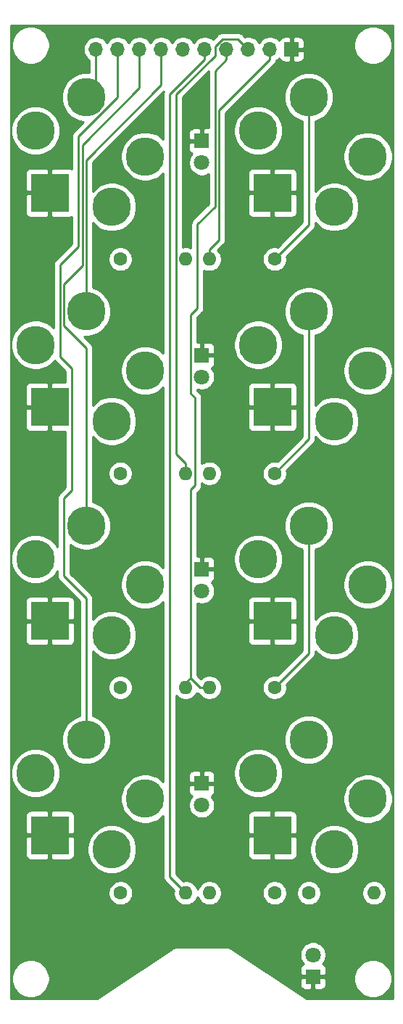
<source format=gbr>
%TF.GenerationSoftware,KiCad,Pcbnew,5.1.9-73d0e3b20d~88~ubuntu20.04.1*%
%TF.CreationDate,2021-03-31T20:48:30-04:00*%
%TF.ProjectId,MCVI,4d435649-2e6b-4696-9361-645f70636258,rev?*%
%TF.SameCoordinates,Original*%
%TF.FileFunction,Copper,L1,Top*%
%TF.FilePolarity,Positive*%
%FSLAX46Y46*%
G04 Gerber Fmt 4.6, Leading zero omitted, Abs format (unit mm)*
G04 Created by KiCad (PCBNEW 5.1.9-73d0e3b20d~88~ubuntu20.04.1) date 2021-03-31 20:48:30*
%MOMM*%
%LPD*%
G01*
G04 APERTURE LIST*
%TA.AperFunction,ComponentPad*%
%ADD10O,1.600000X1.600000*%
%TD*%
%TA.AperFunction,ComponentPad*%
%ADD11C,1.600000*%
%TD*%
%TA.AperFunction,ComponentPad*%
%ADD12C,1.800000*%
%TD*%
%TA.AperFunction,ComponentPad*%
%ADD13R,1.800000X1.800000*%
%TD*%
%TA.AperFunction,ComponentPad*%
%ADD14C,4.500001*%
%TD*%
%TA.AperFunction,ComponentPad*%
%ADD15C,4.500000*%
%TD*%
%TA.AperFunction,ComponentPad*%
%ADD16R,4.500001X4.500001*%
%TD*%
%TA.AperFunction,ComponentPad*%
%ADD17O,1.700000X1.700000*%
%TD*%
%TA.AperFunction,ComponentPad*%
%ADD18R,1.700000X1.700000*%
%TD*%
%TA.AperFunction,Conductor*%
%ADD19C,0.250000*%
%TD*%
%TA.AperFunction,Conductor*%
%ADD20C,0.254000*%
%TD*%
%TA.AperFunction,Conductor*%
%ADD21C,0.100000*%
%TD*%
G04 APERTURE END LIST*
D10*
%TO.P,R15,2*%
%TO.N,/Panel components/CLOCK_1PQ_C*%
X142880000Y-117000000D03*
D11*
%TO.P,R15,1*%
%TO.N,/Panel components/CLOCK_1PQ*%
X150500000Y-117000000D03*
%TD*%
D12*
%TO.P,D6,2*%
%TO.N,Net-(D6-Pad2)*%
X142000000Y-130740000D03*
D13*
%TO.P,D6,1*%
%TO.N,GND1*%
X142000000Y-128200000D03*
%TD*%
D10*
%TO.P,R10,2*%
%TO.N,/Panel components/MIDI_LED_C*%
X162120000Y-166000000D03*
D11*
%TO.P,R10,1*%
%TO.N,Net-(D4-Pad2)*%
X154500000Y-166000000D03*
%TD*%
D10*
%TO.P,R16,2*%
%TO.N,/Panel components/CLOCK_1PQ_C*%
X140120000Y-117000000D03*
D11*
%TO.P,R16,1*%
%TO.N,Net-(D7-Pad2)*%
X132500000Y-117000000D03*
%TD*%
D10*
%TO.P,R11,2*%
%TO.N,/Panel components/GATE_C*%
X142880000Y-166000000D03*
D11*
%TO.P,R11,1*%
%TO.N,/Panel components/GATE*%
X150500000Y-166000000D03*
%TD*%
D10*
%TO.P,R17,2*%
%TO.N,/Panel components/CLOCK_4PQ_C*%
X142880000Y-92000000D03*
D11*
%TO.P,R17,1*%
%TO.N,/Panel components/CLOCK_4PQ*%
X150500000Y-92000000D03*
%TD*%
D12*
%TO.P,D7,2*%
%TO.N,Net-(D7-Pad2)*%
X142000000Y-105740000D03*
D13*
%TO.P,D7,1*%
%TO.N,GND1*%
X142000000Y-103200000D03*
%TD*%
D14*
%TO.P,J13,RN*%
%TO.N,N/C*%
X157500000Y-160900000D03*
D15*
%TO.P,J13,TN*%
X148600000Y-152000000D03*
D14*
%TO.P,J13,R*%
X161400000Y-155000000D03*
D16*
%TO.P,J13,S*%
%TO.N,GND1*%
X150260000Y-159240000D03*
D15*
%TO.P,J13,T*%
%TO.N,/Panel components/GATE*%
X154500000Y-148100000D03*
%TD*%
D10*
%TO.P,R18,2*%
%TO.N,/Panel components/CLOCK_4PQ_C*%
X140120000Y-92000000D03*
D11*
%TO.P,R18,1*%
%TO.N,Net-(D8-Pad2)*%
X132500000Y-92000000D03*
%TD*%
D10*
%TO.P,R13,2*%
%TO.N,/Panel components/TRIGGER_C*%
X142880000Y-142000000D03*
D11*
%TO.P,R13,1*%
%TO.N,/Panel components/TRIGGER*%
X150500000Y-142000000D03*
%TD*%
D14*
%TO.P,J15,RN*%
%TO.N,N/C*%
X157500000Y-110900000D03*
D15*
%TO.P,J15,TN*%
X148600000Y-102000000D03*
D14*
%TO.P,J15,R*%
X161400000Y-105000000D03*
D16*
%TO.P,J15,S*%
%TO.N,GND1*%
X150260000Y-109240000D03*
D15*
%TO.P,J15,T*%
%TO.N,/Panel components/CLOCK_1PQ*%
X154500000Y-98100000D03*
%TD*%
D14*
%TO.P,J11,RN*%
%TO.N,N/C*%
X131500000Y-135900000D03*
D15*
%TO.P,J11,TN*%
X122600000Y-127000000D03*
D14*
%TO.P,J11,R*%
X135400000Y-130000000D03*
D16*
%TO.P,J11,S*%
%TO.N,GND1*%
X124260000Y-134240000D03*
D15*
%TO.P,J11,T*%
%TO.N,/Panel components/VELOCITY*%
X128500000Y-123100000D03*
%TD*%
D14*
%TO.P,J16,RN*%
%TO.N,N/C*%
X157500000Y-85900000D03*
D15*
%TO.P,J16,TN*%
X148600000Y-77000000D03*
D14*
%TO.P,J16,R*%
X161400000Y-80000000D03*
D16*
%TO.P,J16,S*%
%TO.N,GND1*%
X150260000Y-84240000D03*
D15*
%TO.P,J16,T*%
%TO.N,/Panel components/CLOCK_4PQ*%
X154500000Y-73100000D03*
%TD*%
D14*
%TO.P,J14,RN*%
%TO.N,N/C*%
X157500000Y-135900000D03*
D15*
%TO.P,J14,TN*%
X148600000Y-127000000D03*
D14*
%TO.P,J14,R*%
X161400000Y-130000000D03*
D16*
%TO.P,J14,S*%
%TO.N,GND1*%
X150260000Y-134240000D03*
D15*
%TO.P,J14,T*%
%TO.N,/Panel components/TRIGGER*%
X154500000Y-123100000D03*
%TD*%
D10*
%TO.P,R12,2*%
%TO.N,/Panel components/GATE_C*%
X140140000Y-166000000D03*
D11*
%TO.P,R12,1*%
%TO.N,Net-(D5-Pad2)*%
X132520000Y-166000000D03*
%TD*%
D12*
%TO.P,D8,2*%
%TO.N,Net-(D8-Pad2)*%
X142000000Y-80740000D03*
D13*
%TO.P,D8,1*%
%TO.N,GND1*%
X142000000Y-78200000D03*
%TD*%
D12*
%TO.P,D4,2*%
%TO.N,Net-(D4-Pad2)*%
X155000000Y-173210000D03*
D13*
%TO.P,D4,1*%
%TO.N,GND1*%
X155000000Y-175750000D03*
%TD*%
D12*
%TO.P,D5,2*%
%TO.N,Net-(D5-Pad2)*%
X142000000Y-155740000D03*
D13*
%TO.P,D5,1*%
%TO.N,GND1*%
X142000000Y-153200000D03*
%TD*%
D14*
%TO.P,J12,RN*%
%TO.N,N/C*%
X131500000Y-110900000D03*
D15*
%TO.P,J12,TN*%
X122600000Y-102000000D03*
D14*
%TO.P,J12,R*%
X135400000Y-105000000D03*
D16*
%TO.P,J12,S*%
%TO.N,GND1*%
X124260000Y-109240000D03*
D15*
%TO.P,J12,T*%
%TO.N,/Panel components/NOTE*%
X128500000Y-98100000D03*
%TD*%
D14*
%TO.P,J9,RN*%
%TO.N,N/C*%
X131500000Y-85900000D03*
D15*
%TO.P,J9,TN*%
X122600000Y-77000000D03*
D14*
%TO.P,J9,R*%
X135400000Y-80000000D03*
D16*
%TO.P,J9,S*%
%TO.N,GND1*%
X124260000Y-84240000D03*
D15*
%TO.P,J9,T*%
%TO.N,/Panel components/PITCH_BEND*%
X128500000Y-73100000D03*
%TD*%
D14*
%TO.P,J10,RN*%
%TO.N,N/C*%
X131500000Y-160900000D03*
D15*
%TO.P,J10,TN*%
X122600000Y-152000000D03*
D14*
%TO.P,J10,R*%
X135400000Y-155000000D03*
D16*
%TO.P,J10,S*%
%TO.N,GND1*%
X124260000Y-159240000D03*
D15*
%TO.P,J10,T*%
%TO.N,/Panel components/CONTROL*%
X128500000Y-148100000D03*
%TD*%
D10*
%TO.P,R14,2*%
%TO.N,/Panel components/TRIGGER_C*%
X140120000Y-142000000D03*
D11*
%TO.P,R14,1*%
%TO.N,Net-(D6-Pad2)*%
X132500000Y-142000000D03*
%TD*%
D17*
%TO.P,J8,10*%
%TO.N,/Panel components/PITCH_BEND*%
X129640000Y-67500000D03*
%TO.P,J8,9*%
%TO.N,/Panel components/CONTROL*%
X132180000Y-67500000D03*
%TO.P,J8,8*%
%TO.N,/Panel components/VELOCITY*%
X134720000Y-67500000D03*
%TO.P,J8,7*%
%TO.N,/Panel components/NOTE*%
X137260000Y-67500000D03*
%TO.P,J8,6*%
%TO.N,/Panel components/MIDI_LED_C*%
X139800000Y-67500000D03*
%TO.P,J8,5*%
%TO.N,/Panel components/GATE_C*%
X142340000Y-67500000D03*
%TO.P,J8,4*%
%TO.N,/Panel components/TRIGGER_C*%
X144880000Y-67500000D03*
%TO.P,J8,3*%
%TO.N,/Panel components/CLOCK_1PQ_C*%
X147420000Y-67500000D03*
%TO.P,J8,2*%
%TO.N,/Panel components/CLOCK_4PQ_C*%
X149960000Y-67500000D03*
D18*
%TO.P,J8,1*%
%TO.N,GND1*%
X152500000Y-67500000D03*
%TD*%
D19*
%TO.N,/Panel components/NOTE*%
X128500000Y-80429500D02*
X128500000Y-98100000D01*
X137260000Y-71669500D02*
X128500000Y-80429500D01*
X137260000Y-67500000D02*
X137260000Y-71669500D01*
%TO.N,/Panel components/CONTROL*%
X125444400Y-103383300D02*
X126835400Y-104774300D01*
X125444400Y-92652100D02*
X125444400Y-103383300D01*
X127599200Y-90497300D02*
X125444400Y-92652100D01*
X128500000Y-131602800D02*
X128500000Y-148100000D01*
X125892700Y-128995500D02*
X128500000Y-131602800D01*
X125892700Y-119916000D02*
X125892700Y-128995500D01*
X127599200Y-77651000D02*
X127599200Y-90497300D01*
X132180000Y-73070200D02*
X127599200Y-77651000D01*
X132180000Y-67500000D02*
X132180000Y-73070200D01*
X126835400Y-118973300D02*
X125892700Y-119916000D01*
X126835400Y-104774300D02*
X126835400Y-118973300D01*
%TO.N,/Panel components/PITCH_BEND*%
X129640000Y-71960000D02*
X128500000Y-73100000D01*
X129640000Y-67500000D02*
X129640000Y-71960000D01*
%TO.N,/Panel components/VELOCITY*%
X128049600Y-92759100D02*
X125901600Y-94907100D01*
X128049600Y-78632500D02*
X128049600Y-92759100D01*
X134720000Y-71962100D02*
X128049600Y-78632500D01*
X128500000Y-102340000D02*
X128500000Y-123100000D01*
X125901600Y-99741600D02*
X128500000Y-102340000D01*
X125901600Y-94907100D02*
X125901600Y-99741600D01*
X134720000Y-67500000D02*
X134720000Y-71962100D01*
%TO.N,/Panel components/TRIGGER*%
X154500000Y-138000000D02*
X150500000Y-142000000D01*
X154500000Y-123100000D02*
X154500000Y-138000000D01*
%TO.N,/Panel components/CLOCK_4PQ_C*%
X142880000Y-92000000D02*
X142880000Y-90874700D01*
X144005300Y-89749400D02*
X142880000Y-90874700D01*
X144005300Y-74630000D02*
X144005300Y-89749400D01*
X149960000Y-68675300D02*
X144005300Y-74630000D01*
X149960000Y-67500000D02*
X149960000Y-68675300D01*
%TO.N,/Panel components/CLOCK_1PQ_C*%
X144415500Y-66300400D02*
X143549600Y-67166300D01*
X143549600Y-67166300D02*
X143549600Y-68224800D01*
X143549600Y-68224800D02*
X138994700Y-72779700D01*
X147420000Y-67500000D02*
X146220400Y-66300400D01*
X138994700Y-72779700D02*
X138994700Y-114749400D01*
X138994700Y-114749400D02*
X140120000Y-115874700D01*
X140120000Y-115874700D02*
X140120000Y-117000000D01*
X146220400Y-66300400D02*
X144415500Y-66300400D01*
%TO.N,/Panel components/TRIGGER_C*%
X140696300Y-140874700D02*
X140696300Y-118929100D01*
X140727200Y-98482300D02*
X141500000Y-97709500D01*
X140727200Y-107664500D02*
X140727200Y-98482300D01*
X141250600Y-108187900D02*
X140727200Y-107664500D01*
X141821600Y-142000000D02*
X142880000Y-142000000D01*
X143549400Y-85832400D02*
X143549400Y-70005900D01*
X141500000Y-87881800D02*
X143549400Y-85832400D01*
X141500000Y-97709500D02*
X141500000Y-87881800D01*
X140696300Y-140874700D02*
X141821600Y-142000000D01*
X144880000Y-67500000D02*
X144880000Y-68675300D01*
X143549400Y-70005900D02*
X144880000Y-68675300D01*
X141250600Y-118374800D02*
X141250600Y-108187900D01*
X140696300Y-118929100D02*
X141250600Y-118374800D01*
X140120000Y-142000000D02*
X140120000Y-141451000D01*
X140120000Y-141451000D02*
X140696300Y-140874700D01*
%TO.N,/Panel components/GATE_C*%
X138245300Y-72770000D02*
X142340000Y-68675300D01*
X142340000Y-68675300D02*
X142340000Y-67500000D01*
X140140000Y-166000000D02*
X138245300Y-164105300D01*
X138245300Y-164105300D02*
X138245300Y-72770000D01*
%TO.N,/Panel components/CLOCK_4PQ*%
X154500000Y-88000000D02*
X150500000Y-92000000D01*
X154500000Y-73100000D02*
X154500000Y-88000000D01*
%TO.N,/Panel components/CLOCK_1PQ*%
X154500000Y-98100000D02*
X154500000Y-113000000D01*
X154500000Y-113000000D02*
X150500000Y-117000000D01*
%TD*%
D20*
%TO.N,GND1*%
X164315001Y-178315000D02*
X154207401Y-178315000D01*
X151709901Y-176650000D01*
X153461928Y-176650000D01*
X153474188Y-176774482D01*
X153510498Y-176894180D01*
X153569463Y-177004494D01*
X153648815Y-177101185D01*
X153745506Y-177180537D01*
X153855820Y-177239502D01*
X153975518Y-177275812D01*
X154100000Y-177288072D01*
X154714250Y-177285000D01*
X154873000Y-177126250D01*
X154873000Y-175877000D01*
X155127000Y-175877000D01*
X155127000Y-177126250D01*
X155285750Y-177285000D01*
X155900000Y-177288072D01*
X156024482Y-177275812D01*
X156144180Y-177239502D01*
X156254494Y-177180537D01*
X156351185Y-177101185D01*
X156430537Y-177004494D01*
X156489502Y-176894180D01*
X156525812Y-176774482D01*
X156538072Y-176650000D01*
X156535000Y-176035750D01*
X156376250Y-175877000D01*
X155127000Y-175877000D01*
X154873000Y-175877000D01*
X153623750Y-175877000D01*
X153465000Y-176035750D01*
X153461928Y-176650000D01*
X151709901Y-176650000D01*
X150404709Y-175779872D01*
X159765000Y-175779872D01*
X159765000Y-176220128D01*
X159850890Y-176651925D01*
X160019369Y-177058669D01*
X160263962Y-177424729D01*
X160575271Y-177736038D01*
X160941331Y-177980631D01*
X161348075Y-178149110D01*
X161779872Y-178235000D01*
X162220128Y-178235000D01*
X162651925Y-178149110D01*
X163058669Y-177980631D01*
X163424729Y-177736038D01*
X163736038Y-177424729D01*
X163980631Y-177058669D01*
X164149110Y-176651925D01*
X164235000Y-176220128D01*
X164235000Y-175779872D01*
X164149110Y-175348075D01*
X163980631Y-174941331D01*
X163736038Y-174575271D01*
X163424729Y-174263962D01*
X163058669Y-174019369D01*
X162651925Y-173850890D01*
X162220128Y-173765000D01*
X161779872Y-173765000D01*
X161348075Y-173850890D01*
X160941331Y-174019369D01*
X160575271Y-174263962D01*
X160263962Y-174575271D01*
X160019369Y-174941331D01*
X159850890Y-175348075D01*
X159765000Y-175779872D01*
X150404709Y-175779872D01*
X149009901Y-174850000D01*
X153461928Y-174850000D01*
X153465000Y-175464250D01*
X153623750Y-175623000D01*
X154873000Y-175623000D01*
X154873000Y-175603000D01*
X155127000Y-175603000D01*
X155127000Y-175623000D01*
X156376250Y-175623000D01*
X156535000Y-175464250D01*
X156538072Y-174850000D01*
X156525812Y-174725518D01*
X156489502Y-174605820D01*
X156430537Y-174495506D01*
X156351185Y-174398815D01*
X156254494Y-174319463D01*
X156144180Y-174260498D01*
X156125873Y-174254944D01*
X156192312Y-174188505D01*
X156360299Y-173937095D01*
X156476011Y-173657743D01*
X156535000Y-173361184D01*
X156535000Y-173058816D01*
X156476011Y-172762257D01*
X156360299Y-172482905D01*
X156192312Y-172231495D01*
X155978505Y-172017688D01*
X155727095Y-171849701D01*
X155447743Y-171733989D01*
X155151184Y-171675000D01*
X154848816Y-171675000D01*
X154552257Y-171733989D01*
X154272905Y-171849701D01*
X154021495Y-172017688D01*
X153807688Y-172231495D01*
X153639701Y-172482905D01*
X153523989Y-172762257D01*
X153465000Y-173058816D01*
X153465000Y-173361184D01*
X153523989Y-173657743D01*
X153639701Y-173937095D01*
X153807688Y-174188505D01*
X153874127Y-174254944D01*
X153855820Y-174260498D01*
X153745506Y-174319463D01*
X153648815Y-174398815D01*
X153569463Y-174495506D01*
X153510498Y-174605820D01*
X153474188Y-174725518D01*
X153461928Y-174850000D01*
X149009901Y-174850000D01*
X145408269Y-172448913D01*
X145382407Y-172427688D01*
X145352266Y-172411578D01*
X145351973Y-172411382D01*
X145323191Y-172396036D01*
X145263406Y-172364081D01*
X145263055Y-172363975D01*
X145262741Y-172363807D01*
X145199424Y-172344672D01*
X145134283Y-172324912D01*
X145133918Y-172324876D01*
X145133577Y-172324773D01*
X145067599Y-172318344D01*
X145033647Y-172315000D01*
X145033280Y-172315000D01*
X144999280Y-172311687D01*
X144966002Y-172315000D01*
X139033998Y-172315000D01*
X139000720Y-172311687D01*
X138966717Y-172315000D01*
X138966353Y-172315000D01*
X138932927Y-172318292D01*
X138866422Y-172324772D01*
X138866076Y-172324877D01*
X138865717Y-172324912D01*
X138801717Y-172344326D01*
X138737258Y-172363806D01*
X138736938Y-172363977D01*
X138736594Y-172364081D01*
X138677450Y-172395694D01*
X138648026Y-172411382D01*
X138647729Y-172411580D01*
X138617593Y-172427688D01*
X138591735Y-172448909D01*
X129792600Y-178315000D01*
X119685000Y-178315000D01*
X119685000Y-175779872D01*
X119765000Y-175779872D01*
X119765000Y-176220128D01*
X119850890Y-176651925D01*
X120019369Y-177058669D01*
X120263962Y-177424729D01*
X120575271Y-177736038D01*
X120941331Y-177980631D01*
X121348075Y-178149110D01*
X121779872Y-178235000D01*
X122220128Y-178235000D01*
X122651925Y-178149110D01*
X123058669Y-177980631D01*
X123424729Y-177736038D01*
X123736038Y-177424729D01*
X123980631Y-177058669D01*
X124149110Y-176651925D01*
X124235000Y-176220128D01*
X124235000Y-175779872D01*
X124149110Y-175348075D01*
X123980631Y-174941331D01*
X123736038Y-174575271D01*
X123424729Y-174263962D01*
X123058669Y-174019369D01*
X122651925Y-173850890D01*
X122220128Y-173765000D01*
X121779872Y-173765000D01*
X121348075Y-173850890D01*
X120941331Y-174019369D01*
X120575271Y-174263962D01*
X120263962Y-174575271D01*
X120019369Y-174941331D01*
X119850890Y-175348075D01*
X119765000Y-175779872D01*
X119685000Y-175779872D01*
X119685000Y-165858665D01*
X131085000Y-165858665D01*
X131085000Y-166141335D01*
X131140147Y-166418574D01*
X131248320Y-166679727D01*
X131405363Y-166914759D01*
X131605241Y-167114637D01*
X131840273Y-167271680D01*
X132101426Y-167379853D01*
X132378665Y-167435000D01*
X132661335Y-167435000D01*
X132938574Y-167379853D01*
X133199727Y-167271680D01*
X133434759Y-167114637D01*
X133634637Y-166914759D01*
X133791680Y-166679727D01*
X133899853Y-166418574D01*
X133955000Y-166141335D01*
X133955000Y-165858665D01*
X133899853Y-165581426D01*
X133791680Y-165320273D01*
X133634637Y-165085241D01*
X133434759Y-164885363D01*
X133199727Y-164728320D01*
X132938574Y-164620147D01*
X132661335Y-164565000D01*
X132378665Y-164565000D01*
X132101426Y-164620147D01*
X131840273Y-164728320D01*
X131605241Y-164885363D01*
X131405363Y-165085241D01*
X131248320Y-165320273D01*
X131140147Y-165581426D01*
X131085000Y-165858665D01*
X119685000Y-165858665D01*
X119685000Y-161490000D01*
X121371928Y-161490000D01*
X121384188Y-161614482D01*
X121420498Y-161734180D01*
X121479463Y-161844494D01*
X121558815Y-161941185D01*
X121655506Y-162020537D01*
X121765820Y-162079502D01*
X121885518Y-162115812D01*
X122010000Y-162128072D01*
X123974250Y-162125000D01*
X124133000Y-161966250D01*
X124133000Y-159367000D01*
X124387000Y-159367000D01*
X124387000Y-161966250D01*
X124545750Y-162125000D01*
X126510000Y-162128072D01*
X126634482Y-162115812D01*
X126754180Y-162079502D01*
X126864494Y-162020537D01*
X126961185Y-161941185D01*
X127040537Y-161844494D01*
X127099502Y-161734180D01*
X127135812Y-161614482D01*
X127148072Y-161490000D01*
X127146705Y-160615852D01*
X128615000Y-160615852D01*
X128615000Y-161184148D01*
X128725869Y-161741523D01*
X128943346Y-162266560D01*
X129259074Y-162739080D01*
X129660920Y-163140926D01*
X130133440Y-163456654D01*
X130658477Y-163674131D01*
X131215852Y-163785000D01*
X131784148Y-163785000D01*
X132341523Y-163674131D01*
X132866560Y-163456654D01*
X133339080Y-163140926D01*
X133740926Y-162739080D01*
X134056654Y-162266560D01*
X134274131Y-161741523D01*
X134385000Y-161184148D01*
X134385000Y-160615852D01*
X134274131Y-160058477D01*
X134056654Y-159533440D01*
X133740926Y-159060920D01*
X133339080Y-158659074D01*
X132866560Y-158343346D01*
X132341523Y-158125869D01*
X131784148Y-158015000D01*
X131215852Y-158015000D01*
X130658477Y-158125869D01*
X130133440Y-158343346D01*
X129660920Y-158659074D01*
X129259074Y-159060920D01*
X128943346Y-159533440D01*
X128725869Y-160058477D01*
X128615000Y-160615852D01*
X127146705Y-160615852D01*
X127145000Y-159525750D01*
X126986250Y-159367000D01*
X124387000Y-159367000D01*
X124133000Y-159367000D01*
X121533750Y-159367000D01*
X121375000Y-159525750D01*
X121371928Y-161490000D01*
X119685000Y-161490000D01*
X119685000Y-156990000D01*
X121371928Y-156990000D01*
X121375000Y-158954250D01*
X121533750Y-159113000D01*
X124133000Y-159113000D01*
X124133000Y-156513750D01*
X124387000Y-156513750D01*
X124387000Y-159113000D01*
X126986250Y-159113000D01*
X127145000Y-158954250D01*
X127148072Y-156990000D01*
X127135812Y-156865518D01*
X127099502Y-156745820D01*
X127040537Y-156635506D01*
X126961185Y-156538815D01*
X126864494Y-156459463D01*
X126754180Y-156400498D01*
X126634482Y-156364188D01*
X126510000Y-156351928D01*
X124545750Y-156355000D01*
X124387000Y-156513750D01*
X124133000Y-156513750D01*
X123974250Y-156355000D01*
X122010000Y-156351928D01*
X121885518Y-156364188D01*
X121765820Y-156400498D01*
X121655506Y-156459463D01*
X121558815Y-156538815D01*
X121479463Y-156635506D01*
X121420498Y-156745820D01*
X121384188Y-156865518D01*
X121371928Y-156990000D01*
X119685000Y-156990000D01*
X119685000Y-151715852D01*
X119715000Y-151715852D01*
X119715000Y-152284148D01*
X119825869Y-152841523D01*
X120043346Y-153366560D01*
X120359074Y-153839080D01*
X120760920Y-154240926D01*
X121233440Y-154556654D01*
X121758477Y-154774131D01*
X122315852Y-154885000D01*
X122884148Y-154885000D01*
X123441523Y-154774131D01*
X123966560Y-154556654D01*
X124439080Y-154240926D01*
X124840926Y-153839080D01*
X125156654Y-153366560D01*
X125374131Y-152841523D01*
X125485000Y-152284148D01*
X125485000Y-151715852D01*
X125374131Y-151158477D01*
X125156654Y-150633440D01*
X124840926Y-150160920D01*
X124439080Y-149759074D01*
X123966560Y-149443346D01*
X123441523Y-149225869D01*
X122884148Y-149115000D01*
X122315852Y-149115000D01*
X121758477Y-149225869D01*
X121233440Y-149443346D01*
X120760920Y-149759074D01*
X120359074Y-150160920D01*
X120043346Y-150633440D01*
X119825869Y-151158477D01*
X119715000Y-151715852D01*
X119685000Y-151715852D01*
X119685000Y-136490000D01*
X121371928Y-136490000D01*
X121384188Y-136614482D01*
X121420498Y-136734180D01*
X121479463Y-136844494D01*
X121558815Y-136941185D01*
X121655506Y-137020537D01*
X121765820Y-137079502D01*
X121885518Y-137115812D01*
X122010000Y-137128072D01*
X123974250Y-137125000D01*
X124133000Y-136966250D01*
X124133000Y-134367000D01*
X124387000Y-134367000D01*
X124387000Y-136966250D01*
X124545750Y-137125000D01*
X126510000Y-137128072D01*
X126634482Y-137115812D01*
X126754180Y-137079502D01*
X126864494Y-137020537D01*
X126961185Y-136941185D01*
X127040537Y-136844494D01*
X127099502Y-136734180D01*
X127135812Y-136614482D01*
X127148072Y-136490000D01*
X127145000Y-134525750D01*
X126986250Y-134367000D01*
X124387000Y-134367000D01*
X124133000Y-134367000D01*
X121533750Y-134367000D01*
X121375000Y-134525750D01*
X121371928Y-136490000D01*
X119685000Y-136490000D01*
X119685000Y-131990000D01*
X121371928Y-131990000D01*
X121375000Y-133954250D01*
X121533750Y-134113000D01*
X124133000Y-134113000D01*
X124133000Y-131513750D01*
X124387000Y-131513750D01*
X124387000Y-134113000D01*
X126986250Y-134113000D01*
X127145000Y-133954250D01*
X127148072Y-131990000D01*
X127135812Y-131865518D01*
X127099502Y-131745820D01*
X127040537Y-131635506D01*
X126961185Y-131538815D01*
X126864494Y-131459463D01*
X126754180Y-131400498D01*
X126634482Y-131364188D01*
X126510000Y-131351928D01*
X124545750Y-131355000D01*
X124387000Y-131513750D01*
X124133000Y-131513750D01*
X123974250Y-131355000D01*
X122010000Y-131351928D01*
X121885518Y-131364188D01*
X121765820Y-131400498D01*
X121655506Y-131459463D01*
X121558815Y-131538815D01*
X121479463Y-131635506D01*
X121420498Y-131745820D01*
X121384188Y-131865518D01*
X121371928Y-131990000D01*
X119685000Y-131990000D01*
X119685000Y-111490000D01*
X121371928Y-111490000D01*
X121384188Y-111614482D01*
X121420498Y-111734180D01*
X121479463Y-111844494D01*
X121558815Y-111941185D01*
X121655506Y-112020537D01*
X121765820Y-112079502D01*
X121885518Y-112115812D01*
X122010000Y-112128072D01*
X123974250Y-112125000D01*
X124133000Y-111966250D01*
X124133000Y-109367000D01*
X121533750Y-109367000D01*
X121375000Y-109525750D01*
X121371928Y-111490000D01*
X119685000Y-111490000D01*
X119685000Y-106990000D01*
X121371928Y-106990000D01*
X121375000Y-108954250D01*
X121533750Y-109113000D01*
X124133000Y-109113000D01*
X124133000Y-106513750D01*
X123974250Y-106355000D01*
X122010000Y-106351928D01*
X121885518Y-106364188D01*
X121765820Y-106400498D01*
X121655506Y-106459463D01*
X121558815Y-106538815D01*
X121479463Y-106635506D01*
X121420498Y-106745820D01*
X121384188Y-106865518D01*
X121371928Y-106990000D01*
X119685000Y-106990000D01*
X119685000Y-101715852D01*
X119715000Y-101715852D01*
X119715000Y-102284148D01*
X119825869Y-102841523D01*
X120043346Y-103366560D01*
X120359074Y-103839080D01*
X120760920Y-104240926D01*
X121233440Y-104556654D01*
X121758477Y-104774131D01*
X122315852Y-104885000D01*
X122884148Y-104885000D01*
X123441523Y-104774131D01*
X123966560Y-104556654D01*
X124439080Y-104240926D01*
X124837826Y-103842180D01*
X124880601Y-103894302D01*
X124904400Y-103923301D01*
X124933398Y-103947099D01*
X126075400Y-105089102D01*
X126075400Y-106352608D01*
X124545750Y-106355000D01*
X124387000Y-106513750D01*
X124387000Y-109113000D01*
X124407000Y-109113000D01*
X124407000Y-109367000D01*
X124387000Y-109367000D01*
X124387000Y-111966250D01*
X124545750Y-112125000D01*
X126075401Y-112127392D01*
X126075401Y-118658497D01*
X125381702Y-119352196D01*
X125352699Y-119375999D01*
X125297571Y-119443174D01*
X125257726Y-119491724D01*
X125257098Y-119492899D01*
X125187154Y-119623754D01*
X125143697Y-119767015D01*
X125132700Y-119878668D01*
X125132700Y-119878678D01*
X125129024Y-119916000D01*
X125132700Y-119953322D01*
X125132701Y-125597591D01*
X124840926Y-125160920D01*
X124439080Y-124759074D01*
X123966560Y-124443346D01*
X123441523Y-124225869D01*
X122884148Y-124115000D01*
X122315852Y-124115000D01*
X121758477Y-124225869D01*
X121233440Y-124443346D01*
X120760920Y-124759074D01*
X120359074Y-125160920D01*
X120043346Y-125633440D01*
X119825869Y-126158477D01*
X119715000Y-126715852D01*
X119715000Y-127284148D01*
X119825869Y-127841523D01*
X120043346Y-128366560D01*
X120359074Y-128839080D01*
X120760920Y-129240926D01*
X121233440Y-129556654D01*
X121758477Y-129774131D01*
X122315852Y-129885000D01*
X122884148Y-129885000D01*
X123441523Y-129774131D01*
X123966560Y-129556654D01*
X124439080Y-129240926D01*
X124840926Y-128839080D01*
X125132701Y-128402408D01*
X125132701Y-128958168D01*
X125129024Y-128995500D01*
X125132701Y-129032833D01*
X125139317Y-129100000D01*
X125143698Y-129144485D01*
X125187154Y-129287746D01*
X125257726Y-129419776D01*
X125286219Y-129454494D01*
X125352700Y-129535501D01*
X125381698Y-129559299D01*
X127740000Y-131917602D01*
X127740001Y-145309653D01*
X127658477Y-145325869D01*
X127133440Y-145543346D01*
X126660920Y-145859074D01*
X126259074Y-146260920D01*
X125943346Y-146733440D01*
X125725869Y-147258477D01*
X125615000Y-147815852D01*
X125615000Y-148384148D01*
X125725869Y-148941523D01*
X125943346Y-149466560D01*
X126259074Y-149939080D01*
X126660920Y-150340926D01*
X127133440Y-150656654D01*
X127658477Y-150874131D01*
X128215852Y-150985000D01*
X128784148Y-150985000D01*
X129341523Y-150874131D01*
X129866560Y-150656654D01*
X130339080Y-150340926D01*
X130740926Y-149939080D01*
X131056654Y-149466560D01*
X131274131Y-148941523D01*
X131385000Y-148384148D01*
X131385000Y-147815852D01*
X131274131Y-147258477D01*
X131056654Y-146733440D01*
X130740926Y-146260920D01*
X130339080Y-145859074D01*
X129866560Y-145543346D01*
X129341523Y-145325869D01*
X129260000Y-145309653D01*
X129260000Y-141858665D01*
X131065000Y-141858665D01*
X131065000Y-142141335D01*
X131120147Y-142418574D01*
X131228320Y-142679727D01*
X131385363Y-142914759D01*
X131585241Y-143114637D01*
X131820273Y-143271680D01*
X132081426Y-143379853D01*
X132358665Y-143435000D01*
X132641335Y-143435000D01*
X132918574Y-143379853D01*
X133179727Y-143271680D01*
X133414759Y-143114637D01*
X133614637Y-142914759D01*
X133771680Y-142679727D01*
X133879853Y-142418574D01*
X133935000Y-142141335D01*
X133935000Y-141858665D01*
X133879853Y-141581426D01*
X133771680Y-141320273D01*
X133614637Y-141085241D01*
X133414759Y-140885363D01*
X133179727Y-140728320D01*
X132918574Y-140620147D01*
X132641335Y-140565000D01*
X132358665Y-140565000D01*
X132081426Y-140620147D01*
X131820273Y-140728320D01*
X131585241Y-140885363D01*
X131385363Y-141085241D01*
X131228320Y-141320273D01*
X131120147Y-141581426D01*
X131065000Y-141858665D01*
X129260000Y-141858665D01*
X129260000Y-137740006D01*
X129660920Y-138140926D01*
X130133440Y-138456654D01*
X130658477Y-138674131D01*
X131215852Y-138785000D01*
X131784148Y-138785000D01*
X132341523Y-138674131D01*
X132866560Y-138456654D01*
X133339080Y-138140926D01*
X133740926Y-137739080D01*
X134056654Y-137266560D01*
X134274131Y-136741523D01*
X134385000Y-136184148D01*
X134385000Y-135615852D01*
X134274131Y-135058477D01*
X134056654Y-134533440D01*
X133740926Y-134060920D01*
X133339080Y-133659074D01*
X132866560Y-133343346D01*
X132341523Y-133125869D01*
X131784148Y-133015000D01*
X131215852Y-133015000D01*
X130658477Y-133125869D01*
X130133440Y-133343346D01*
X129660920Y-133659074D01*
X129260000Y-134059994D01*
X129260000Y-131640122D01*
X129263676Y-131602799D01*
X129260000Y-131565477D01*
X129260000Y-131565467D01*
X129249003Y-131453814D01*
X129205546Y-131310553D01*
X129134975Y-131178525D01*
X129134974Y-131178523D01*
X129063799Y-131091797D01*
X129040001Y-131062799D01*
X129011004Y-131039002D01*
X126652700Y-128680699D01*
X126652700Y-125332706D01*
X126660920Y-125340926D01*
X127133440Y-125656654D01*
X127658477Y-125874131D01*
X128215852Y-125985000D01*
X128784148Y-125985000D01*
X129341523Y-125874131D01*
X129866560Y-125656654D01*
X130339080Y-125340926D01*
X130740926Y-124939080D01*
X131056654Y-124466560D01*
X131274131Y-123941523D01*
X131385000Y-123384148D01*
X131385000Y-122815852D01*
X131274131Y-122258477D01*
X131056654Y-121733440D01*
X130740926Y-121260920D01*
X130339080Y-120859074D01*
X129866560Y-120543346D01*
X129341523Y-120325869D01*
X129260000Y-120309653D01*
X129260000Y-116858665D01*
X131065000Y-116858665D01*
X131065000Y-117141335D01*
X131120147Y-117418574D01*
X131228320Y-117679727D01*
X131385363Y-117914759D01*
X131585241Y-118114637D01*
X131820273Y-118271680D01*
X132081426Y-118379853D01*
X132358665Y-118435000D01*
X132641335Y-118435000D01*
X132918574Y-118379853D01*
X133179727Y-118271680D01*
X133414759Y-118114637D01*
X133614637Y-117914759D01*
X133771680Y-117679727D01*
X133879853Y-117418574D01*
X133935000Y-117141335D01*
X133935000Y-116858665D01*
X133879853Y-116581426D01*
X133771680Y-116320273D01*
X133614637Y-116085241D01*
X133414759Y-115885363D01*
X133179727Y-115728320D01*
X132918574Y-115620147D01*
X132641335Y-115565000D01*
X132358665Y-115565000D01*
X132081426Y-115620147D01*
X131820273Y-115728320D01*
X131585241Y-115885363D01*
X131385363Y-116085241D01*
X131228320Y-116320273D01*
X131120147Y-116581426D01*
X131065000Y-116858665D01*
X129260000Y-116858665D01*
X129260000Y-112740006D01*
X129660920Y-113140926D01*
X130133440Y-113456654D01*
X130658477Y-113674131D01*
X131215852Y-113785000D01*
X131784148Y-113785000D01*
X132341523Y-113674131D01*
X132866560Y-113456654D01*
X133339080Y-113140926D01*
X133740926Y-112739080D01*
X134056654Y-112266560D01*
X134274131Y-111741523D01*
X134385000Y-111184148D01*
X134385000Y-110615852D01*
X134274131Y-110058477D01*
X134056654Y-109533440D01*
X133740926Y-109060920D01*
X133339080Y-108659074D01*
X132866560Y-108343346D01*
X132341523Y-108125869D01*
X131784148Y-108015000D01*
X131215852Y-108015000D01*
X130658477Y-108125869D01*
X130133440Y-108343346D01*
X129660920Y-108659074D01*
X129260000Y-109059994D01*
X129260000Y-102377333D01*
X129263677Y-102340000D01*
X129249003Y-102191014D01*
X129205546Y-102047753D01*
X129134974Y-101915724D01*
X129063799Y-101828997D01*
X129040001Y-101799999D01*
X129011004Y-101776202D01*
X128219802Y-100985000D01*
X128784148Y-100985000D01*
X129341523Y-100874131D01*
X129866560Y-100656654D01*
X130339080Y-100340926D01*
X130740926Y-99939080D01*
X131056654Y-99466560D01*
X131274131Y-98941523D01*
X131385000Y-98384148D01*
X131385000Y-97815852D01*
X131274131Y-97258477D01*
X131056654Y-96733440D01*
X130740926Y-96260920D01*
X130339080Y-95859074D01*
X129866560Y-95543346D01*
X129341523Y-95325869D01*
X129260000Y-95309653D01*
X129260000Y-91858665D01*
X131065000Y-91858665D01*
X131065000Y-92141335D01*
X131120147Y-92418574D01*
X131228320Y-92679727D01*
X131385363Y-92914759D01*
X131585241Y-93114637D01*
X131820273Y-93271680D01*
X132081426Y-93379853D01*
X132358665Y-93435000D01*
X132641335Y-93435000D01*
X132918574Y-93379853D01*
X133179727Y-93271680D01*
X133414759Y-93114637D01*
X133614637Y-92914759D01*
X133771680Y-92679727D01*
X133879853Y-92418574D01*
X133935000Y-92141335D01*
X133935000Y-91858665D01*
X133879853Y-91581426D01*
X133771680Y-91320273D01*
X133614637Y-91085241D01*
X133414759Y-90885363D01*
X133179727Y-90728320D01*
X132918574Y-90620147D01*
X132641335Y-90565000D01*
X132358665Y-90565000D01*
X132081426Y-90620147D01*
X131820273Y-90728320D01*
X131585241Y-90885363D01*
X131385363Y-91085241D01*
X131228320Y-91320273D01*
X131120147Y-91581426D01*
X131065000Y-91858665D01*
X129260000Y-91858665D01*
X129260000Y-87740006D01*
X129660920Y-88140926D01*
X130133440Y-88456654D01*
X130658477Y-88674131D01*
X131215852Y-88785000D01*
X131784148Y-88785000D01*
X132341523Y-88674131D01*
X132866560Y-88456654D01*
X133339080Y-88140926D01*
X133740926Y-87739080D01*
X134056654Y-87266560D01*
X134274131Y-86741523D01*
X134385000Y-86184148D01*
X134385000Y-85615852D01*
X134274131Y-85058477D01*
X134056654Y-84533440D01*
X133740926Y-84060920D01*
X133339080Y-83659074D01*
X132866560Y-83343346D01*
X132341523Y-83125869D01*
X131784148Y-83015000D01*
X131215852Y-83015000D01*
X130658477Y-83125869D01*
X130133440Y-83343346D01*
X129660920Y-83659074D01*
X129260000Y-84059994D01*
X129260000Y-80744301D01*
X137554918Y-72449384D01*
X137539754Y-72477754D01*
X137514806Y-72559999D01*
X137496298Y-72621014D01*
X137490909Y-72675725D01*
X137481624Y-72770000D01*
X137485301Y-72807333D01*
X137485301Y-78005295D01*
X137239080Y-77759074D01*
X136766560Y-77443346D01*
X136241523Y-77225869D01*
X135684148Y-77115000D01*
X135115852Y-77115000D01*
X134558477Y-77225869D01*
X134033440Y-77443346D01*
X133560920Y-77759074D01*
X133159074Y-78160920D01*
X132843346Y-78633440D01*
X132625869Y-79158477D01*
X132515000Y-79715852D01*
X132515000Y-80284148D01*
X132625869Y-80841523D01*
X132843346Y-81366560D01*
X133159074Y-81839080D01*
X133560920Y-82240926D01*
X134033440Y-82556654D01*
X134558477Y-82774131D01*
X135115852Y-82885000D01*
X135684148Y-82885000D01*
X136241523Y-82774131D01*
X136766560Y-82556654D01*
X137239080Y-82240926D01*
X137485301Y-81994705D01*
X137485301Y-103005295D01*
X137239080Y-102759074D01*
X136766560Y-102443346D01*
X136241523Y-102225869D01*
X135684148Y-102115000D01*
X135115852Y-102115000D01*
X134558477Y-102225869D01*
X134033440Y-102443346D01*
X133560920Y-102759074D01*
X133159074Y-103160920D01*
X132843346Y-103633440D01*
X132625869Y-104158477D01*
X132515000Y-104715852D01*
X132515000Y-105284148D01*
X132625869Y-105841523D01*
X132843346Y-106366560D01*
X133159074Y-106839080D01*
X133560920Y-107240926D01*
X134033440Y-107556654D01*
X134558477Y-107774131D01*
X135115852Y-107885000D01*
X135684148Y-107885000D01*
X136241523Y-107774131D01*
X136766560Y-107556654D01*
X137239080Y-107240926D01*
X137485301Y-106994705D01*
X137485300Y-128005294D01*
X137239080Y-127759074D01*
X136766560Y-127443346D01*
X136241523Y-127225869D01*
X135684148Y-127115000D01*
X135115852Y-127115000D01*
X134558477Y-127225869D01*
X134033440Y-127443346D01*
X133560920Y-127759074D01*
X133159074Y-128160920D01*
X132843346Y-128633440D01*
X132625869Y-129158477D01*
X132515000Y-129715852D01*
X132515000Y-130284148D01*
X132625869Y-130841523D01*
X132843346Y-131366560D01*
X133159074Y-131839080D01*
X133560920Y-132240926D01*
X134033440Y-132556654D01*
X134558477Y-132774131D01*
X135115852Y-132885000D01*
X135684148Y-132885000D01*
X136241523Y-132774131D01*
X136766560Y-132556654D01*
X137239080Y-132240926D01*
X137485300Y-131994706D01*
X137485300Y-153005294D01*
X137239080Y-152759074D01*
X136766560Y-152443346D01*
X136241523Y-152225869D01*
X135684148Y-152115000D01*
X135115852Y-152115000D01*
X134558477Y-152225869D01*
X134033440Y-152443346D01*
X133560920Y-152759074D01*
X133159074Y-153160920D01*
X132843346Y-153633440D01*
X132625869Y-154158477D01*
X132515000Y-154715852D01*
X132515000Y-155284148D01*
X132625869Y-155841523D01*
X132843346Y-156366560D01*
X133159074Y-156839080D01*
X133560920Y-157240926D01*
X134033440Y-157556654D01*
X134558477Y-157774131D01*
X135115852Y-157885000D01*
X135684148Y-157885000D01*
X136241523Y-157774131D01*
X136766560Y-157556654D01*
X137239080Y-157240926D01*
X137485300Y-156994706D01*
X137485300Y-164067978D01*
X137481624Y-164105300D01*
X137485300Y-164142622D01*
X137485300Y-164142632D01*
X137496297Y-164254285D01*
X137539754Y-164397546D01*
X137610326Y-164529576D01*
X137639398Y-164565000D01*
X137705299Y-164645301D01*
X137734302Y-164669103D01*
X138741312Y-165676114D01*
X138705000Y-165858665D01*
X138705000Y-166141335D01*
X138760147Y-166418574D01*
X138868320Y-166679727D01*
X139025363Y-166914759D01*
X139225241Y-167114637D01*
X139460273Y-167271680D01*
X139721426Y-167379853D01*
X139998665Y-167435000D01*
X140281335Y-167435000D01*
X140558574Y-167379853D01*
X140819727Y-167271680D01*
X141054759Y-167114637D01*
X141254637Y-166914759D01*
X141411680Y-166679727D01*
X141510000Y-166442361D01*
X141608320Y-166679727D01*
X141765363Y-166914759D01*
X141965241Y-167114637D01*
X142200273Y-167271680D01*
X142461426Y-167379853D01*
X142738665Y-167435000D01*
X143021335Y-167435000D01*
X143298574Y-167379853D01*
X143559727Y-167271680D01*
X143794759Y-167114637D01*
X143994637Y-166914759D01*
X144151680Y-166679727D01*
X144259853Y-166418574D01*
X144315000Y-166141335D01*
X144315000Y-165858665D01*
X149065000Y-165858665D01*
X149065000Y-166141335D01*
X149120147Y-166418574D01*
X149228320Y-166679727D01*
X149385363Y-166914759D01*
X149585241Y-167114637D01*
X149820273Y-167271680D01*
X150081426Y-167379853D01*
X150358665Y-167435000D01*
X150641335Y-167435000D01*
X150918574Y-167379853D01*
X151179727Y-167271680D01*
X151414759Y-167114637D01*
X151614637Y-166914759D01*
X151771680Y-166679727D01*
X151879853Y-166418574D01*
X151935000Y-166141335D01*
X151935000Y-165858665D01*
X153065000Y-165858665D01*
X153065000Y-166141335D01*
X153120147Y-166418574D01*
X153228320Y-166679727D01*
X153385363Y-166914759D01*
X153585241Y-167114637D01*
X153820273Y-167271680D01*
X154081426Y-167379853D01*
X154358665Y-167435000D01*
X154641335Y-167435000D01*
X154918574Y-167379853D01*
X155179727Y-167271680D01*
X155414759Y-167114637D01*
X155614637Y-166914759D01*
X155771680Y-166679727D01*
X155879853Y-166418574D01*
X155935000Y-166141335D01*
X155935000Y-165858665D01*
X160685000Y-165858665D01*
X160685000Y-166141335D01*
X160740147Y-166418574D01*
X160848320Y-166679727D01*
X161005363Y-166914759D01*
X161205241Y-167114637D01*
X161440273Y-167271680D01*
X161701426Y-167379853D01*
X161978665Y-167435000D01*
X162261335Y-167435000D01*
X162538574Y-167379853D01*
X162799727Y-167271680D01*
X163034759Y-167114637D01*
X163234637Y-166914759D01*
X163391680Y-166679727D01*
X163499853Y-166418574D01*
X163555000Y-166141335D01*
X163555000Y-165858665D01*
X163499853Y-165581426D01*
X163391680Y-165320273D01*
X163234637Y-165085241D01*
X163034759Y-164885363D01*
X162799727Y-164728320D01*
X162538574Y-164620147D01*
X162261335Y-164565000D01*
X161978665Y-164565000D01*
X161701426Y-164620147D01*
X161440273Y-164728320D01*
X161205241Y-164885363D01*
X161005363Y-165085241D01*
X160848320Y-165320273D01*
X160740147Y-165581426D01*
X160685000Y-165858665D01*
X155935000Y-165858665D01*
X155879853Y-165581426D01*
X155771680Y-165320273D01*
X155614637Y-165085241D01*
X155414759Y-164885363D01*
X155179727Y-164728320D01*
X154918574Y-164620147D01*
X154641335Y-164565000D01*
X154358665Y-164565000D01*
X154081426Y-164620147D01*
X153820273Y-164728320D01*
X153585241Y-164885363D01*
X153385363Y-165085241D01*
X153228320Y-165320273D01*
X153120147Y-165581426D01*
X153065000Y-165858665D01*
X151935000Y-165858665D01*
X151879853Y-165581426D01*
X151771680Y-165320273D01*
X151614637Y-165085241D01*
X151414759Y-164885363D01*
X151179727Y-164728320D01*
X150918574Y-164620147D01*
X150641335Y-164565000D01*
X150358665Y-164565000D01*
X150081426Y-164620147D01*
X149820273Y-164728320D01*
X149585241Y-164885363D01*
X149385363Y-165085241D01*
X149228320Y-165320273D01*
X149120147Y-165581426D01*
X149065000Y-165858665D01*
X144315000Y-165858665D01*
X144259853Y-165581426D01*
X144151680Y-165320273D01*
X143994637Y-165085241D01*
X143794759Y-164885363D01*
X143559727Y-164728320D01*
X143298574Y-164620147D01*
X143021335Y-164565000D01*
X142738665Y-164565000D01*
X142461426Y-164620147D01*
X142200273Y-164728320D01*
X141965241Y-164885363D01*
X141765363Y-165085241D01*
X141608320Y-165320273D01*
X141510000Y-165557639D01*
X141411680Y-165320273D01*
X141254637Y-165085241D01*
X141054759Y-164885363D01*
X140819727Y-164728320D01*
X140558574Y-164620147D01*
X140281335Y-164565000D01*
X139998665Y-164565000D01*
X139816114Y-164601312D01*
X139005300Y-163790499D01*
X139005300Y-161490000D01*
X147371928Y-161490000D01*
X147384188Y-161614482D01*
X147420498Y-161734180D01*
X147479463Y-161844494D01*
X147558815Y-161941185D01*
X147655506Y-162020537D01*
X147765820Y-162079502D01*
X147885518Y-162115812D01*
X148010000Y-162128072D01*
X149974250Y-162125000D01*
X150133000Y-161966250D01*
X150133000Y-159367000D01*
X150387000Y-159367000D01*
X150387000Y-161966250D01*
X150545750Y-162125000D01*
X152510000Y-162128072D01*
X152634482Y-162115812D01*
X152754180Y-162079502D01*
X152864494Y-162020537D01*
X152961185Y-161941185D01*
X153040537Y-161844494D01*
X153099502Y-161734180D01*
X153135812Y-161614482D01*
X153148072Y-161490000D01*
X153146705Y-160615852D01*
X154615000Y-160615852D01*
X154615000Y-161184148D01*
X154725869Y-161741523D01*
X154943346Y-162266560D01*
X155259074Y-162739080D01*
X155660920Y-163140926D01*
X156133440Y-163456654D01*
X156658477Y-163674131D01*
X157215852Y-163785000D01*
X157784148Y-163785000D01*
X158341523Y-163674131D01*
X158866560Y-163456654D01*
X159339080Y-163140926D01*
X159740926Y-162739080D01*
X160056654Y-162266560D01*
X160274131Y-161741523D01*
X160385000Y-161184148D01*
X160385000Y-160615852D01*
X160274131Y-160058477D01*
X160056654Y-159533440D01*
X159740926Y-159060920D01*
X159339080Y-158659074D01*
X158866560Y-158343346D01*
X158341523Y-158125869D01*
X157784148Y-158015000D01*
X157215852Y-158015000D01*
X156658477Y-158125869D01*
X156133440Y-158343346D01*
X155660920Y-158659074D01*
X155259074Y-159060920D01*
X154943346Y-159533440D01*
X154725869Y-160058477D01*
X154615000Y-160615852D01*
X153146705Y-160615852D01*
X153145000Y-159525750D01*
X152986250Y-159367000D01*
X150387000Y-159367000D01*
X150133000Y-159367000D01*
X147533750Y-159367000D01*
X147375000Y-159525750D01*
X147371928Y-161490000D01*
X139005300Y-161490000D01*
X139005300Y-154100000D01*
X140461928Y-154100000D01*
X140474188Y-154224482D01*
X140510498Y-154344180D01*
X140569463Y-154454494D01*
X140648815Y-154551185D01*
X140745506Y-154630537D01*
X140855820Y-154689502D01*
X140874127Y-154695056D01*
X140807688Y-154761495D01*
X140639701Y-155012905D01*
X140523989Y-155292257D01*
X140465000Y-155588816D01*
X140465000Y-155891184D01*
X140523989Y-156187743D01*
X140639701Y-156467095D01*
X140807688Y-156718505D01*
X141021495Y-156932312D01*
X141272905Y-157100299D01*
X141552257Y-157216011D01*
X141848816Y-157275000D01*
X142151184Y-157275000D01*
X142447743Y-157216011D01*
X142727095Y-157100299D01*
X142892168Y-156990000D01*
X147371928Y-156990000D01*
X147375000Y-158954250D01*
X147533750Y-159113000D01*
X150133000Y-159113000D01*
X150133000Y-156513750D01*
X150387000Y-156513750D01*
X150387000Y-159113000D01*
X152986250Y-159113000D01*
X153145000Y-158954250D01*
X153148072Y-156990000D01*
X153135812Y-156865518D01*
X153099502Y-156745820D01*
X153040537Y-156635506D01*
X152961185Y-156538815D01*
X152864494Y-156459463D01*
X152754180Y-156400498D01*
X152634482Y-156364188D01*
X152510000Y-156351928D01*
X150545750Y-156355000D01*
X150387000Y-156513750D01*
X150133000Y-156513750D01*
X149974250Y-156355000D01*
X148010000Y-156351928D01*
X147885518Y-156364188D01*
X147765820Y-156400498D01*
X147655506Y-156459463D01*
X147558815Y-156538815D01*
X147479463Y-156635506D01*
X147420498Y-156745820D01*
X147384188Y-156865518D01*
X147371928Y-156990000D01*
X142892168Y-156990000D01*
X142978505Y-156932312D01*
X143192312Y-156718505D01*
X143360299Y-156467095D01*
X143476011Y-156187743D01*
X143535000Y-155891184D01*
X143535000Y-155588816D01*
X143476011Y-155292257D01*
X143360299Y-155012905D01*
X143192312Y-154761495D01*
X143125873Y-154695056D01*
X143144180Y-154689502D01*
X143254494Y-154630537D01*
X143351185Y-154551185D01*
X143430537Y-154454494D01*
X143489502Y-154344180D01*
X143525812Y-154224482D01*
X143538072Y-154100000D01*
X143535000Y-153485750D01*
X143376250Y-153327000D01*
X142127000Y-153327000D01*
X142127000Y-153347000D01*
X141873000Y-153347000D01*
X141873000Y-153327000D01*
X140623750Y-153327000D01*
X140465000Y-153485750D01*
X140461928Y-154100000D01*
X139005300Y-154100000D01*
X139005300Y-152300000D01*
X140461928Y-152300000D01*
X140465000Y-152914250D01*
X140623750Y-153073000D01*
X141873000Y-153073000D01*
X141873000Y-151823750D01*
X142127000Y-151823750D01*
X142127000Y-153073000D01*
X143376250Y-153073000D01*
X143535000Y-152914250D01*
X143538072Y-152300000D01*
X143525812Y-152175518D01*
X143489502Y-152055820D01*
X143430537Y-151945506D01*
X143351185Y-151848815D01*
X143254494Y-151769463D01*
X143154197Y-151715852D01*
X145715000Y-151715852D01*
X145715000Y-152284148D01*
X145825869Y-152841523D01*
X146043346Y-153366560D01*
X146359074Y-153839080D01*
X146760920Y-154240926D01*
X147233440Y-154556654D01*
X147758477Y-154774131D01*
X148315852Y-154885000D01*
X148884148Y-154885000D01*
X149441523Y-154774131D01*
X149582221Y-154715852D01*
X158515000Y-154715852D01*
X158515000Y-155284148D01*
X158625869Y-155841523D01*
X158843346Y-156366560D01*
X159159074Y-156839080D01*
X159560920Y-157240926D01*
X160033440Y-157556654D01*
X160558477Y-157774131D01*
X161115852Y-157885000D01*
X161684148Y-157885000D01*
X162241523Y-157774131D01*
X162766560Y-157556654D01*
X163239080Y-157240926D01*
X163640926Y-156839080D01*
X163956654Y-156366560D01*
X164174131Y-155841523D01*
X164285000Y-155284148D01*
X164285000Y-154715852D01*
X164174131Y-154158477D01*
X163956654Y-153633440D01*
X163640926Y-153160920D01*
X163239080Y-152759074D01*
X162766560Y-152443346D01*
X162241523Y-152225869D01*
X161684148Y-152115000D01*
X161115852Y-152115000D01*
X160558477Y-152225869D01*
X160033440Y-152443346D01*
X159560920Y-152759074D01*
X159159074Y-153160920D01*
X158843346Y-153633440D01*
X158625869Y-154158477D01*
X158515000Y-154715852D01*
X149582221Y-154715852D01*
X149966560Y-154556654D01*
X150439080Y-154240926D01*
X150840926Y-153839080D01*
X151156654Y-153366560D01*
X151374131Y-152841523D01*
X151485000Y-152284148D01*
X151485000Y-151715852D01*
X151374131Y-151158477D01*
X151156654Y-150633440D01*
X150840926Y-150160920D01*
X150439080Y-149759074D01*
X149966560Y-149443346D01*
X149441523Y-149225869D01*
X148884148Y-149115000D01*
X148315852Y-149115000D01*
X147758477Y-149225869D01*
X147233440Y-149443346D01*
X146760920Y-149759074D01*
X146359074Y-150160920D01*
X146043346Y-150633440D01*
X145825869Y-151158477D01*
X145715000Y-151715852D01*
X143154197Y-151715852D01*
X143144180Y-151710498D01*
X143024482Y-151674188D01*
X142900000Y-151661928D01*
X142285750Y-151665000D01*
X142127000Y-151823750D01*
X141873000Y-151823750D01*
X141714250Y-151665000D01*
X141100000Y-151661928D01*
X140975518Y-151674188D01*
X140855820Y-151710498D01*
X140745506Y-151769463D01*
X140648815Y-151848815D01*
X140569463Y-151945506D01*
X140510498Y-152055820D01*
X140474188Y-152175518D01*
X140461928Y-152300000D01*
X139005300Y-152300000D01*
X139005300Y-147815852D01*
X151615000Y-147815852D01*
X151615000Y-148384148D01*
X151725869Y-148941523D01*
X151943346Y-149466560D01*
X152259074Y-149939080D01*
X152660920Y-150340926D01*
X153133440Y-150656654D01*
X153658477Y-150874131D01*
X154215852Y-150985000D01*
X154784148Y-150985000D01*
X155341523Y-150874131D01*
X155866560Y-150656654D01*
X156339080Y-150340926D01*
X156740926Y-149939080D01*
X157056654Y-149466560D01*
X157274131Y-148941523D01*
X157385000Y-148384148D01*
X157385000Y-147815852D01*
X157274131Y-147258477D01*
X157056654Y-146733440D01*
X156740926Y-146260920D01*
X156339080Y-145859074D01*
X155866560Y-145543346D01*
X155341523Y-145325869D01*
X154784148Y-145215000D01*
X154215852Y-145215000D01*
X153658477Y-145325869D01*
X153133440Y-145543346D01*
X152660920Y-145859074D01*
X152259074Y-146260920D01*
X151943346Y-146733440D01*
X151725869Y-147258477D01*
X151615000Y-147815852D01*
X139005300Y-147815852D01*
X139005300Y-142914665D01*
X139005363Y-142914759D01*
X139205241Y-143114637D01*
X139440273Y-143271680D01*
X139701426Y-143379853D01*
X139978665Y-143435000D01*
X140261335Y-143435000D01*
X140538574Y-143379853D01*
X140799727Y-143271680D01*
X141034759Y-143114637D01*
X141234637Y-142914759D01*
X141391680Y-142679727D01*
X141407880Y-142640616D01*
X141529353Y-142705546D01*
X141650031Y-142742153D01*
X141765363Y-142914759D01*
X141965241Y-143114637D01*
X142200273Y-143271680D01*
X142461426Y-143379853D01*
X142738665Y-143435000D01*
X143021335Y-143435000D01*
X143298574Y-143379853D01*
X143559727Y-143271680D01*
X143794759Y-143114637D01*
X143994637Y-142914759D01*
X144151680Y-142679727D01*
X144259853Y-142418574D01*
X144315000Y-142141335D01*
X144315000Y-141858665D01*
X149065000Y-141858665D01*
X149065000Y-142141335D01*
X149120147Y-142418574D01*
X149228320Y-142679727D01*
X149385363Y-142914759D01*
X149585241Y-143114637D01*
X149820273Y-143271680D01*
X150081426Y-143379853D01*
X150358665Y-143435000D01*
X150641335Y-143435000D01*
X150918574Y-143379853D01*
X151179727Y-143271680D01*
X151414759Y-143114637D01*
X151614637Y-142914759D01*
X151771680Y-142679727D01*
X151879853Y-142418574D01*
X151935000Y-142141335D01*
X151935000Y-141858665D01*
X151898688Y-141676113D01*
X155011003Y-138563799D01*
X155040001Y-138540001D01*
X155134974Y-138424276D01*
X155205546Y-138292247D01*
X155249003Y-138148986D01*
X155260000Y-138037333D01*
X155260000Y-138037324D01*
X155263676Y-138000001D01*
X155260000Y-137962678D01*
X155260000Y-137740006D01*
X155660920Y-138140926D01*
X156133440Y-138456654D01*
X156658477Y-138674131D01*
X157215852Y-138785000D01*
X157784148Y-138785000D01*
X158341523Y-138674131D01*
X158866560Y-138456654D01*
X159339080Y-138140926D01*
X159740926Y-137739080D01*
X160056654Y-137266560D01*
X160274131Y-136741523D01*
X160385000Y-136184148D01*
X160385000Y-135615852D01*
X160274131Y-135058477D01*
X160056654Y-134533440D01*
X159740926Y-134060920D01*
X159339080Y-133659074D01*
X158866560Y-133343346D01*
X158341523Y-133125869D01*
X157784148Y-133015000D01*
X157215852Y-133015000D01*
X156658477Y-133125869D01*
X156133440Y-133343346D01*
X155660920Y-133659074D01*
X155260000Y-134059994D01*
X155260000Y-129715852D01*
X158515000Y-129715852D01*
X158515000Y-130284148D01*
X158625869Y-130841523D01*
X158843346Y-131366560D01*
X159159074Y-131839080D01*
X159560920Y-132240926D01*
X160033440Y-132556654D01*
X160558477Y-132774131D01*
X161115852Y-132885000D01*
X161684148Y-132885000D01*
X162241523Y-132774131D01*
X162766560Y-132556654D01*
X163239080Y-132240926D01*
X163640926Y-131839080D01*
X163956654Y-131366560D01*
X164174131Y-130841523D01*
X164285000Y-130284148D01*
X164285000Y-129715852D01*
X164174131Y-129158477D01*
X163956654Y-128633440D01*
X163640926Y-128160920D01*
X163239080Y-127759074D01*
X162766560Y-127443346D01*
X162241523Y-127225869D01*
X161684148Y-127115000D01*
X161115852Y-127115000D01*
X160558477Y-127225869D01*
X160033440Y-127443346D01*
X159560920Y-127759074D01*
X159159074Y-128160920D01*
X158843346Y-128633440D01*
X158625869Y-129158477D01*
X158515000Y-129715852D01*
X155260000Y-129715852D01*
X155260000Y-125890347D01*
X155341523Y-125874131D01*
X155866560Y-125656654D01*
X156339080Y-125340926D01*
X156740926Y-124939080D01*
X157056654Y-124466560D01*
X157274131Y-123941523D01*
X157385000Y-123384148D01*
X157385000Y-122815852D01*
X157274131Y-122258477D01*
X157056654Y-121733440D01*
X156740926Y-121260920D01*
X156339080Y-120859074D01*
X155866560Y-120543346D01*
X155341523Y-120325869D01*
X154784148Y-120215000D01*
X154215852Y-120215000D01*
X153658477Y-120325869D01*
X153133440Y-120543346D01*
X152660920Y-120859074D01*
X152259074Y-121260920D01*
X151943346Y-121733440D01*
X151725869Y-122258477D01*
X151615000Y-122815852D01*
X151615000Y-123384148D01*
X151725869Y-123941523D01*
X151943346Y-124466560D01*
X152259074Y-124939080D01*
X152660920Y-125340926D01*
X153133440Y-125656654D01*
X153658477Y-125874131D01*
X153740000Y-125890347D01*
X153740001Y-137685197D01*
X150823887Y-140601312D01*
X150641335Y-140565000D01*
X150358665Y-140565000D01*
X150081426Y-140620147D01*
X149820273Y-140728320D01*
X149585241Y-140885363D01*
X149385363Y-141085241D01*
X149228320Y-141320273D01*
X149120147Y-141581426D01*
X149065000Y-141858665D01*
X144315000Y-141858665D01*
X144259853Y-141581426D01*
X144151680Y-141320273D01*
X143994637Y-141085241D01*
X143794759Y-140885363D01*
X143559727Y-140728320D01*
X143298574Y-140620147D01*
X143021335Y-140565000D01*
X142738665Y-140565000D01*
X142461426Y-140620147D01*
X142200273Y-140728320D01*
X141965241Y-140885363D01*
X141873503Y-140977101D01*
X141456300Y-140559899D01*
X141456300Y-136490000D01*
X147371928Y-136490000D01*
X147384188Y-136614482D01*
X147420498Y-136734180D01*
X147479463Y-136844494D01*
X147558815Y-136941185D01*
X147655506Y-137020537D01*
X147765820Y-137079502D01*
X147885518Y-137115812D01*
X148010000Y-137128072D01*
X149974250Y-137125000D01*
X150133000Y-136966250D01*
X150133000Y-134367000D01*
X150387000Y-134367000D01*
X150387000Y-136966250D01*
X150545750Y-137125000D01*
X152510000Y-137128072D01*
X152634482Y-137115812D01*
X152754180Y-137079502D01*
X152864494Y-137020537D01*
X152961185Y-136941185D01*
X153040537Y-136844494D01*
X153099502Y-136734180D01*
X153135812Y-136614482D01*
X153148072Y-136490000D01*
X153145000Y-134525750D01*
X152986250Y-134367000D01*
X150387000Y-134367000D01*
X150133000Y-134367000D01*
X147533750Y-134367000D01*
X147375000Y-134525750D01*
X147371928Y-136490000D01*
X141456300Y-136490000D01*
X141456300Y-132176264D01*
X141552257Y-132216011D01*
X141848816Y-132275000D01*
X142151184Y-132275000D01*
X142447743Y-132216011D01*
X142727095Y-132100299D01*
X142892168Y-131990000D01*
X147371928Y-131990000D01*
X147375000Y-133954250D01*
X147533750Y-134113000D01*
X150133000Y-134113000D01*
X150133000Y-131513750D01*
X150387000Y-131513750D01*
X150387000Y-134113000D01*
X152986250Y-134113000D01*
X153145000Y-133954250D01*
X153148072Y-131990000D01*
X153135812Y-131865518D01*
X153099502Y-131745820D01*
X153040537Y-131635506D01*
X152961185Y-131538815D01*
X152864494Y-131459463D01*
X152754180Y-131400498D01*
X152634482Y-131364188D01*
X152510000Y-131351928D01*
X150545750Y-131355000D01*
X150387000Y-131513750D01*
X150133000Y-131513750D01*
X149974250Y-131355000D01*
X148010000Y-131351928D01*
X147885518Y-131364188D01*
X147765820Y-131400498D01*
X147655506Y-131459463D01*
X147558815Y-131538815D01*
X147479463Y-131635506D01*
X147420498Y-131745820D01*
X147384188Y-131865518D01*
X147371928Y-131990000D01*
X142892168Y-131990000D01*
X142978505Y-131932312D01*
X143192312Y-131718505D01*
X143360299Y-131467095D01*
X143476011Y-131187743D01*
X143535000Y-130891184D01*
X143535000Y-130588816D01*
X143476011Y-130292257D01*
X143360299Y-130012905D01*
X143192312Y-129761495D01*
X143125873Y-129695056D01*
X143144180Y-129689502D01*
X143254494Y-129630537D01*
X143351185Y-129551185D01*
X143430537Y-129454494D01*
X143489502Y-129344180D01*
X143525812Y-129224482D01*
X143538072Y-129100000D01*
X143535000Y-128485750D01*
X143376250Y-128327000D01*
X142127000Y-128327000D01*
X142127000Y-128347000D01*
X141873000Y-128347000D01*
X141873000Y-128327000D01*
X141853000Y-128327000D01*
X141853000Y-128073000D01*
X141873000Y-128073000D01*
X141873000Y-126823750D01*
X142127000Y-126823750D01*
X142127000Y-128073000D01*
X143376250Y-128073000D01*
X143535000Y-127914250D01*
X143538072Y-127300000D01*
X143525812Y-127175518D01*
X143489502Y-127055820D01*
X143430537Y-126945506D01*
X143351185Y-126848815D01*
X143254494Y-126769463D01*
X143154197Y-126715852D01*
X145715000Y-126715852D01*
X145715000Y-127284148D01*
X145825869Y-127841523D01*
X146043346Y-128366560D01*
X146359074Y-128839080D01*
X146760920Y-129240926D01*
X147233440Y-129556654D01*
X147758477Y-129774131D01*
X148315852Y-129885000D01*
X148884148Y-129885000D01*
X149441523Y-129774131D01*
X149966560Y-129556654D01*
X150439080Y-129240926D01*
X150840926Y-128839080D01*
X151156654Y-128366560D01*
X151374131Y-127841523D01*
X151485000Y-127284148D01*
X151485000Y-126715852D01*
X151374131Y-126158477D01*
X151156654Y-125633440D01*
X150840926Y-125160920D01*
X150439080Y-124759074D01*
X149966560Y-124443346D01*
X149441523Y-124225869D01*
X148884148Y-124115000D01*
X148315852Y-124115000D01*
X147758477Y-124225869D01*
X147233440Y-124443346D01*
X146760920Y-124759074D01*
X146359074Y-125160920D01*
X146043346Y-125633440D01*
X145825869Y-126158477D01*
X145715000Y-126715852D01*
X143154197Y-126715852D01*
X143144180Y-126710498D01*
X143024482Y-126674188D01*
X142900000Y-126661928D01*
X142285750Y-126665000D01*
X142127000Y-126823750D01*
X141873000Y-126823750D01*
X141714250Y-126665000D01*
X141456300Y-126663710D01*
X141456300Y-119243901D01*
X141761603Y-118938598D01*
X141790601Y-118914801D01*
X141885574Y-118799076D01*
X141956146Y-118667047D01*
X141999603Y-118523786D01*
X142010600Y-118412133D01*
X142010600Y-118412132D01*
X142014277Y-118374800D01*
X142010600Y-118337467D01*
X142010600Y-118144945D01*
X142200273Y-118271680D01*
X142461426Y-118379853D01*
X142738665Y-118435000D01*
X143021335Y-118435000D01*
X143298574Y-118379853D01*
X143559727Y-118271680D01*
X143794759Y-118114637D01*
X143994637Y-117914759D01*
X144151680Y-117679727D01*
X144259853Y-117418574D01*
X144315000Y-117141335D01*
X144315000Y-116858665D01*
X149065000Y-116858665D01*
X149065000Y-117141335D01*
X149120147Y-117418574D01*
X149228320Y-117679727D01*
X149385363Y-117914759D01*
X149585241Y-118114637D01*
X149820273Y-118271680D01*
X150081426Y-118379853D01*
X150358665Y-118435000D01*
X150641335Y-118435000D01*
X150918574Y-118379853D01*
X151179727Y-118271680D01*
X151414759Y-118114637D01*
X151614637Y-117914759D01*
X151771680Y-117679727D01*
X151879853Y-117418574D01*
X151935000Y-117141335D01*
X151935000Y-116858665D01*
X151898688Y-116676113D01*
X155011003Y-113563799D01*
X155040001Y-113540001D01*
X155134974Y-113424276D01*
X155205546Y-113292247D01*
X155249003Y-113148986D01*
X155260000Y-113037333D01*
X155260000Y-113037324D01*
X155263676Y-113000001D01*
X155260000Y-112962678D01*
X155260000Y-112740006D01*
X155660920Y-113140926D01*
X156133440Y-113456654D01*
X156658477Y-113674131D01*
X157215852Y-113785000D01*
X157784148Y-113785000D01*
X158341523Y-113674131D01*
X158866560Y-113456654D01*
X159339080Y-113140926D01*
X159740926Y-112739080D01*
X160056654Y-112266560D01*
X160274131Y-111741523D01*
X160385000Y-111184148D01*
X160385000Y-110615852D01*
X160274131Y-110058477D01*
X160056654Y-109533440D01*
X159740926Y-109060920D01*
X159339080Y-108659074D01*
X158866560Y-108343346D01*
X158341523Y-108125869D01*
X157784148Y-108015000D01*
X157215852Y-108015000D01*
X156658477Y-108125869D01*
X156133440Y-108343346D01*
X155660920Y-108659074D01*
X155260000Y-109059994D01*
X155260000Y-104715852D01*
X158515000Y-104715852D01*
X158515000Y-105284148D01*
X158625869Y-105841523D01*
X158843346Y-106366560D01*
X159159074Y-106839080D01*
X159560920Y-107240926D01*
X160033440Y-107556654D01*
X160558477Y-107774131D01*
X161115852Y-107885000D01*
X161684148Y-107885000D01*
X162241523Y-107774131D01*
X162766560Y-107556654D01*
X163239080Y-107240926D01*
X163640926Y-106839080D01*
X163956654Y-106366560D01*
X164174131Y-105841523D01*
X164285000Y-105284148D01*
X164285000Y-104715852D01*
X164174131Y-104158477D01*
X163956654Y-103633440D01*
X163640926Y-103160920D01*
X163239080Y-102759074D01*
X162766560Y-102443346D01*
X162241523Y-102225869D01*
X161684148Y-102115000D01*
X161115852Y-102115000D01*
X160558477Y-102225869D01*
X160033440Y-102443346D01*
X159560920Y-102759074D01*
X159159074Y-103160920D01*
X158843346Y-103633440D01*
X158625869Y-104158477D01*
X158515000Y-104715852D01*
X155260000Y-104715852D01*
X155260000Y-100890347D01*
X155341523Y-100874131D01*
X155866560Y-100656654D01*
X156339080Y-100340926D01*
X156740926Y-99939080D01*
X157056654Y-99466560D01*
X157274131Y-98941523D01*
X157385000Y-98384148D01*
X157385000Y-97815852D01*
X157274131Y-97258477D01*
X157056654Y-96733440D01*
X156740926Y-96260920D01*
X156339080Y-95859074D01*
X155866560Y-95543346D01*
X155341523Y-95325869D01*
X154784148Y-95215000D01*
X154215852Y-95215000D01*
X153658477Y-95325869D01*
X153133440Y-95543346D01*
X152660920Y-95859074D01*
X152259074Y-96260920D01*
X151943346Y-96733440D01*
X151725869Y-97258477D01*
X151615000Y-97815852D01*
X151615000Y-98384148D01*
X151725869Y-98941523D01*
X151943346Y-99466560D01*
X152259074Y-99939080D01*
X152660920Y-100340926D01*
X153133440Y-100656654D01*
X153658477Y-100874131D01*
X153740000Y-100890347D01*
X153740001Y-112685197D01*
X150823887Y-115601312D01*
X150641335Y-115565000D01*
X150358665Y-115565000D01*
X150081426Y-115620147D01*
X149820273Y-115728320D01*
X149585241Y-115885363D01*
X149385363Y-116085241D01*
X149228320Y-116320273D01*
X149120147Y-116581426D01*
X149065000Y-116858665D01*
X144315000Y-116858665D01*
X144259853Y-116581426D01*
X144151680Y-116320273D01*
X143994637Y-116085241D01*
X143794759Y-115885363D01*
X143559727Y-115728320D01*
X143298574Y-115620147D01*
X143021335Y-115565000D01*
X142738665Y-115565000D01*
X142461426Y-115620147D01*
X142200273Y-115728320D01*
X142010600Y-115855055D01*
X142010600Y-111490000D01*
X147371928Y-111490000D01*
X147384188Y-111614482D01*
X147420498Y-111734180D01*
X147479463Y-111844494D01*
X147558815Y-111941185D01*
X147655506Y-112020537D01*
X147765820Y-112079502D01*
X147885518Y-112115812D01*
X148010000Y-112128072D01*
X149974250Y-112125000D01*
X150133000Y-111966250D01*
X150133000Y-109367000D01*
X150387000Y-109367000D01*
X150387000Y-111966250D01*
X150545750Y-112125000D01*
X152510000Y-112128072D01*
X152634482Y-112115812D01*
X152754180Y-112079502D01*
X152864494Y-112020537D01*
X152961185Y-111941185D01*
X153040537Y-111844494D01*
X153099502Y-111734180D01*
X153135812Y-111614482D01*
X153148072Y-111490000D01*
X153145000Y-109525750D01*
X152986250Y-109367000D01*
X150387000Y-109367000D01*
X150133000Y-109367000D01*
X147533750Y-109367000D01*
X147375000Y-109525750D01*
X147371928Y-111490000D01*
X142010600Y-111490000D01*
X142010600Y-108225222D01*
X142014276Y-108187899D01*
X142010600Y-108150576D01*
X142010600Y-108150567D01*
X141999603Y-108038914D01*
X141956146Y-107895653D01*
X141885574Y-107763624D01*
X141872411Y-107747585D01*
X141814399Y-107676896D01*
X141814395Y-107676892D01*
X141790601Y-107647899D01*
X141761607Y-107624105D01*
X141487200Y-107349698D01*
X141487200Y-107189063D01*
X141552257Y-107216011D01*
X141848816Y-107275000D01*
X142151184Y-107275000D01*
X142447743Y-107216011D01*
X142727095Y-107100299D01*
X142892168Y-106990000D01*
X147371928Y-106990000D01*
X147375000Y-108954250D01*
X147533750Y-109113000D01*
X150133000Y-109113000D01*
X150133000Y-106513750D01*
X150387000Y-106513750D01*
X150387000Y-109113000D01*
X152986250Y-109113000D01*
X153145000Y-108954250D01*
X153148072Y-106990000D01*
X153135812Y-106865518D01*
X153099502Y-106745820D01*
X153040537Y-106635506D01*
X152961185Y-106538815D01*
X152864494Y-106459463D01*
X152754180Y-106400498D01*
X152634482Y-106364188D01*
X152510000Y-106351928D01*
X150545750Y-106355000D01*
X150387000Y-106513750D01*
X150133000Y-106513750D01*
X149974250Y-106355000D01*
X148010000Y-106351928D01*
X147885518Y-106364188D01*
X147765820Y-106400498D01*
X147655506Y-106459463D01*
X147558815Y-106538815D01*
X147479463Y-106635506D01*
X147420498Y-106745820D01*
X147384188Y-106865518D01*
X147371928Y-106990000D01*
X142892168Y-106990000D01*
X142978505Y-106932312D01*
X143192312Y-106718505D01*
X143360299Y-106467095D01*
X143476011Y-106187743D01*
X143535000Y-105891184D01*
X143535000Y-105588816D01*
X143476011Y-105292257D01*
X143360299Y-105012905D01*
X143192312Y-104761495D01*
X143125873Y-104695056D01*
X143144180Y-104689502D01*
X143254494Y-104630537D01*
X143351185Y-104551185D01*
X143430537Y-104454494D01*
X143489502Y-104344180D01*
X143525812Y-104224482D01*
X143538072Y-104100000D01*
X143535000Y-103485750D01*
X143376250Y-103327000D01*
X142127000Y-103327000D01*
X142127000Y-103347000D01*
X141873000Y-103347000D01*
X141873000Y-103327000D01*
X141853000Y-103327000D01*
X141853000Y-103073000D01*
X141873000Y-103073000D01*
X141873000Y-101823750D01*
X142127000Y-101823750D01*
X142127000Y-103073000D01*
X143376250Y-103073000D01*
X143535000Y-102914250D01*
X143538072Y-102300000D01*
X143525812Y-102175518D01*
X143489502Y-102055820D01*
X143430537Y-101945506D01*
X143351185Y-101848815D01*
X143254494Y-101769463D01*
X143154197Y-101715852D01*
X145715000Y-101715852D01*
X145715000Y-102284148D01*
X145825869Y-102841523D01*
X146043346Y-103366560D01*
X146359074Y-103839080D01*
X146760920Y-104240926D01*
X147233440Y-104556654D01*
X147758477Y-104774131D01*
X148315852Y-104885000D01*
X148884148Y-104885000D01*
X149441523Y-104774131D01*
X149966560Y-104556654D01*
X150439080Y-104240926D01*
X150840926Y-103839080D01*
X151156654Y-103366560D01*
X151374131Y-102841523D01*
X151485000Y-102284148D01*
X151485000Y-101715852D01*
X151374131Y-101158477D01*
X151156654Y-100633440D01*
X150840926Y-100160920D01*
X150439080Y-99759074D01*
X149966560Y-99443346D01*
X149441523Y-99225869D01*
X148884148Y-99115000D01*
X148315852Y-99115000D01*
X147758477Y-99225869D01*
X147233440Y-99443346D01*
X146760920Y-99759074D01*
X146359074Y-100160920D01*
X146043346Y-100633440D01*
X145825869Y-101158477D01*
X145715000Y-101715852D01*
X143154197Y-101715852D01*
X143144180Y-101710498D01*
X143024482Y-101674188D01*
X142900000Y-101661928D01*
X142285750Y-101665000D01*
X142127000Y-101823750D01*
X141873000Y-101823750D01*
X141714250Y-101665000D01*
X141487200Y-101663864D01*
X141487200Y-98797101D01*
X142011004Y-98273298D01*
X142040001Y-98249501D01*
X142134974Y-98133776D01*
X142205546Y-98001747D01*
X142249003Y-97858486D01*
X142260000Y-97746833D01*
X142260000Y-97746824D01*
X142263676Y-97709501D01*
X142260000Y-97672178D01*
X142260000Y-93296420D01*
X142461426Y-93379853D01*
X142738665Y-93435000D01*
X143021335Y-93435000D01*
X143298574Y-93379853D01*
X143559727Y-93271680D01*
X143794759Y-93114637D01*
X143994637Y-92914759D01*
X144151680Y-92679727D01*
X144259853Y-92418574D01*
X144315000Y-92141335D01*
X144315000Y-91858665D01*
X149065000Y-91858665D01*
X149065000Y-92141335D01*
X149120147Y-92418574D01*
X149228320Y-92679727D01*
X149385363Y-92914759D01*
X149585241Y-93114637D01*
X149820273Y-93271680D01*
X150081426Y-93379853D01*
X150358665Y-93435000D01*
X150641335Y-93435000D01*
X150918574Y-93379853D01*
X151179727Y-93271680D01*
X151414759Y-93114637D01*
X151614637Y-92914759D01*
X151771680Y-92679727D01*
X151879853Y-92418574D01*
X151935000Y-92141335D01*
X151935000Y-91858665D01*
X151898688Y-91676113D01*
X155011003Y-88563799D01*
X155040001Y-88540001D01*
X155134974Y-88424276D01*
X155205546Y-88292247D01*
X155249003Y-88148986D01*
X155260000Y-88037333D01*
X155260000Y-88037324D01*
X155263676Y-88000001D01*
X155260000Y-87962678D01*
X155260000Y-87740006D01*
X155660920Y-88140926D01*
X156133440Y-88456654D01*
X156658477Y-88674131D01*
X157215852Y-88785000D01*
X157784148Y-88785000D01*
X158341523Y-88674131D01*
X158866560Y-88456654D01*
X159339080Y-88140926D01*
X159740926Y-87739080D01*
X160056654Y-87266560D01*
X160274131Y-86741523D01*
X160385000Y-86184148D01*
X160385000Y-85615852D01*
X160274131Y-85058477D01*
X160056654Y-84533440D01*
X159740926Y-84060920D01*
X159339080Y-83659074D01*
X158866560Y-83343346D01*
X158341523Y-83125869D01*
X157784148Y-83015000D01*
X157215852Y-83015000D01*
X156658477Y-83125869D01*
X156133440Y-83343346D01*
X155660920Y-83659074D01*
X155260000Y-84059994D01*
X155260000Y-79715852D01*
X158515000Y-79715852D01*
X158515000Y-80284148D01*
X158625869Y-80841523D01*
X158843346Y-81366560D01*
X159159074Y-81839080D01*
X159560920Y-82240926D01*
X160033440Y-82556654D01*
X160558477Y-82774131D01*
X161115852Y-82885000D01*
X161684148Y-82885000D01*
X162241523Y-82774131D01*
X162766560Y-82556654D01*
X163239080Y-82240926D01*
X163640926Y-81839080D01*
X163956654Y-81366560D01*
X164174131Y-80841523D01*
X164285000Y-80284148D01*
X164285000Y-79715852D01*
X164174131Y-79158477D01*
X163956654Y-78633440D01*
X163640926Y-78160920D01*
X163239080Y-77759074D01*
X162766560Y-77443346D01*
X162241523Y-77225869D01*
X161684148Y-77115000D01*
X161115852Y-77115000D01*
X160558477Y-77225869D01*
X160033440Y-77443346D01*
X159560920Y-77759074D01*
X159159074Y-78160920D01*
X158843346Y-78633440D01*
X158625869Y-79158477D01*
X158515000Y-79715852D01*
X155260000Y-79715852D01*
X155260000Y-75890347D01*
X155341523Y-75874131D01*
X155866560Y-75656654D01*
X156339080Y-75340926D01*
X156740926Y-74939080D01*
X157056654Y-74466560D01*
X157274131Y-73941523D01*
X157385000Y-73384148D01*
X157385000Y-72815852D01*
X157274131Y-72258477D01*
X157056654Y-71733440D01*
X156740926Y-71260920D01*
X156339080Y-70859074D01*
X155866560Y-70543346D01*
X155341523Y-70325869D01*
X154784148Y-70215000D01*
X154215852Y-70215000D01*
X153658477Y-70325869D01*
X153133440Y-70543346D01*
X152660920Y-70859074D01*
X152259074Y-71260920D01*
X151943346Y-71733440D01*
X151725869Y-72258477D01*
X151615000Y-72815852D01*
X151615000Y-73384148D01*
X151725869Y-73941523D01*
X151943346Y-74466560D01*
X152259074Y-74939080D01*
X152660920Y-75340926D01*
X153133440Y-75656654D01*
X153658477Y-75874131D01*
X153740000Y-75890347D01*
X153740001Y-87685197D01*
X150823887Y-90601312D01*
X150641335Y-90565000D01*
X150358665Y-90565000D01*
X150081426Y-90620147D01*
X149820273Y-90728320D01*
X149585241Y-90885363D01*
X149385363Y-91085241D01*
X149228320Y-91320273D01*
X149120147Y-91581426D01*
X149065000Y-91858665D01*
X144315000Y-91858665D01*
X144259853Y-91581426D01*
X144151680Y-91320273D01*
X143994637Y-91085241D01*
X143869449Y-90960053D01*
X144516303Y-90313199D01*
X144545301Y-90289401D01*
X144640274Y-90173676D01*
X144710846Y-90041647D01*
X144754303Y-89898386D01*
X144765300Y-89786733D01*
X144768977Y-89749400D01*
X144765300Y-89712067D01*
X144765300Y-86490000D01*
X147371928Y-86490000D01*
X147384188Y-86614482D01*
X147420498Y-86734180D01*
X147479463Y-86844494D01*
X147558815Y-86941185D01*
X147655506Y-87020537D01*
X147765820Y-87079502D01*
X147885518Y-87115812D01*
X148010000Y-87128072D01*
X149974250Y-87125000D01*
X150133000Y-86966250D01*
X150133000Y-84367000D01*
X150387000Y-84367000D01*
X150387000Y-86966250D01*
X150545750Y-87125000D01*
X152510000Y-87128072D01*
X152634482Y-87115812D01*
X152754180Y-87079502D01*
X152864494Y-87020537D01*
X152961185Y-86941185D01*
X153040537Y-86844494D01*
X153099502Y-86734180D01*
X153135812Y-86614482D01*
X153148072Y-86490000D01*
X153145000Y-84525750D01*
X152986250Y-84367000D01*
X150387000Y-84367000D01*
X150133000Y-84367000D01*
X147533750Y-84367000D01*
X147375000Y-84525750D01*
X147371928Y-86490000D01*
X144765300Y-86490000D01*
X144765300Y-81990000D01*
X147371928Y-81990000D01*
X147375000Y-83954250D01*
X147533750Y-84113000D01*
X150133000Y-84113000D01*
X150133000Y-81513750D01*
X150387000Y-81513750D01*
X150387000Y-84113000D01*
X152986250Y-84113000D01*
X153145000Y-83954250D01*
X153148072Y-81990000D01*
X153135812Y-81865518D01*
X153099502Y-81745820D01*
X153040537Y-81635506D01*
X152961185Y-81538815D01*
X152864494Y-81459463D01*
X152754180Y-81400498D01*
X152634482Y-81364188D01*
X152510000Y-81351928D01*
X150545750Y-81355000D01*
X150387000Y-81513750D01*
X150133000Y-81513750D01*
X149974250Y-81355000D01*
X148010000Y-81351928D01*
X147885518Y-81364188D01*
X147765820Y-81400498D01*
X147655506Y-81459463D01*
X147558815Y-81538815D01*
X147479463Y-81635506D01*
X147420498Y-81745820D01*
X147384188Y-81865518D01*
X147371928Y-81990000D01*
X144765300Y-81990000D01*
X144765300Y-76715852D01*
X145715000Y-76715852D01*
X145715000Y-77284148D01*
X145825869Y-77841523D01*
X146043346Y-78366560D01*
X146359074Y-78839080D01*
X146760920Y-79240926D01*
X147233440Y-79556654D01*
X147758477Y-79774131D01*
X148315852Y-79885000D01*
X148884148Y-79885000D01*
X149441523Y-79774131D01*
X149966560Y-79556654D01*
X150439080Y-79240926D01*
X150840926Y-78839080D01*
X151156654Y-78366560D01*
X151374131Y-77841523D01*
X151485000Y-77284148D01*
X151485000Y-76715852D01*
X151374131Y-76158477D01*
X151156654Y-75633440D01*
X150840926Y-75160920D01*
X150439080Y-74759074D01*
X149966560Y-74443346D01*
X149441523Y-74225869D01*
X148884148Y-74115000D01*
X148315852Y-74115000D01*
X147758477Y-74225869D01*
X147233440Y-74443346D01*
X146760920Y-74759074D01*
X146359074Y-75160920D01*
X146043346Y-75633440D01*
X145825869Y-76158477D01*
X145715000Y-76715852D01*
X144765300Y-76715852D01*
X144765300Y-74944801D01*
X150471008Y-69239095D01*
X150500001Y-69215301D01*
X150523795Y-69186308D01*
X150523799Y-69186304D01*
X150594973Y-69099577D01*
X150594974Y-69099576D01*
X150665546Y-68967547D01*
X150709003Y-68824286D01*
X150713089Y-68782796D01*
X150906632Y-68653475D01*
X151038487Y-68521620D01*
X151060498Y-68594180D01*
X151119463Y-68704494D01*
X151198815Y-68801185D01*
X151295506Y-68880537D01*
X151405820Y-68939502D01*
X151525518Y-68975812D01*
X151650000Y-68988072D01*
X152214250Y-68985000D01*
X152373000Y-68826250D01*
X152373000Y-67627000D01*
X152627000Y-67627000D01*
X152627000Y-68826250D01*
X152785750Y-68985000D01*
X153350000Y-68988072D01*
X153474482Y-68975812D01*
X153594180Y-68939502D01*
X153704494Y-68880537D01*
X153801185Y-68801185D01*
X153880537Y-68704494D01*
X153939502Y-68594180D01*
X153975812Y-68474482D01*
X153988072Y-68350000D01*
X153985000Y-67785750D01*
X153826250Y-67627000D01*
X152627000Y-67627000D01*
X152373000Y-67627000D01*
X152353000Y-67627000D01*
X152353000Y-67373000D01*
X152373000Y-67373000D01*
X152373000Y-66173750D01*
X152627000Y-66173750D01*
X152627000Y-67373000D01*
X153826250Y-67373000D01*
X153985000Y-67214250D01*
X153987364Y-66779872D01*
X159765000Y-66779872D01*
X159765000Y-67220128D01*
X159850890Y-67651925D01*
X160019369Y-68058669D01*
X160263962Y-68424729D01*
X160575271Y-68736038D01*
X160941331Y-68980631D01*
X161348075Y-69149110D01*
X161779872Y-69235000D01*
X162220128Y-69235000D01*
X162651925Y-69149110D01*
X163058669Y-68980631D01*
X163424729Y-68736038D01*
X163736038Y-68424729D01*
X163980631Y-68058669D01*
X164149110Y-67651925D01*
X164235000Y-67220128D01*
X164235000Y-66779872D01*
X164149110Y-66348075D01*
X163980631Y-65941331D01*
X163736038Y-65575271D01*
X163424729Y-65263962D01*
X163058669Y-65019369D01*
X162651925Y-64850890D01*
X162220128Y-64765000D01*
X161779872Y-64765000D01*
X161348075Y-64850890D01*
X160941331Y-65019369D01*
X160575271Y-65263962D01*
X160263962Y-65575271D01*
X160019369Y-65941331D01*
X159850890Y-66348075D01*
X159765000Y-66779872D01*
X153987364Y-66779872D01*
X153988072Y-66650000D01*
X153975812Y-66525518D01*
X153939502Y-66405820D01*
X153880537Y-66295506D01*
X153801185Y-66198815D01*
X153704494Y-66119463D01*
X153594180Y-66060498D01*
X153474482Y-66024188D01*
X153350000Y-66011928D01*
X152785750Y-66015000D01*
X152627000Y-66173750D01*
X152373000Y-66173750D01*
X152214250Y-66015000D01*
X151650000Y-66011928D01*
X151525518Y-66024188D01*
X151405820Y-66060498D01*
X151295506Y-66119463D01*
X151198815Y-66198815D01*
X151119463Y-66295506D01*
X151060498Y-66405820D01*
X151038487Y-66478380D01*
X150906632Y-66346525D01*
X150663411Y-66184010D01*
X150393158Y-66072068D01*
X150106260Y-66015000D01*
X149813740Y-66015000D01*
X149526842Y-66072068D01*
X149256589Y-66184010D01*
X149013368Y-66346525D01*
X148806525Y-66553368D01*
X148690000Y-66727760D01*
X148573475Y-66553368D01*
X148366632Y-66346525D01*
X148123411Y-66184010D01*
X147853158Y-66072068D01*
X147566260Y-66015000D01*
X147273740Y-66015000D01*
X147053592Y-66058791D01*
X146784204Y-65789403D01*
X146760401Y-65760399D01*
X146644676Y-65665426D01*
X146512647Y-65594854D01*
X146369386Y-65551397D01*
X146257733Y-65540400D01*
X146257722Y-65540400D01*
X146220400Y-65536724D01*
X146183078Y-65540400D01*
X144452833Y-65540400D01*
X144415500Y-65536723D01*
X144378167Y-65540400D01*
X144266514Y-65551397D01*
X144123253Y-65594854D01*
X143991224Y-65665426D01*
X143875499Y-65760399D01*
X143851701Y-65789397D01*
X143290603Y-66350496D01*
X143286632Y-66346525D01*
X143043411Y-66184010D01*
X142773158Y-66072068D01*
X142486260Y-66015000D01*
X142193740Y-66015000D01*
X141906842Y-66072068D01*
X141636589Y-66184010D01*
X141393368Y-66346525D01*
X141186525Y-66553368D01*
X141070000Y-66727760D01*
X140953475Y-66553368D01*
X140746632Y-66346525D01*
X140503411Y-66184010D01*
X140233158Y-66072068D01*
X139946260Y-66015000D01*
X139653740Y-66015000D01*
X139366842Y-66072068D01*
X139096589Y-66184010D01*
X138853368Y-66346525D01*
X138646525Y-66553368D01*
X138530000Y-66727760D01*
X138413475Y-66553368D01*
X138206632Y-66346525D01*
X137963411Y-66184010D01*
X137693158Y-66072068D01*
X137406260Y-66015000D01*
X137113740Y-66015000D01*
X136826842Y-66072068D01*
X136556589Y-66184010D01*
X136313368Y-66346525D01*
X136106525Y-66553368D01*
X135990000Y-66727760D01*
X135873475Y-66553368D01*
X135666632Y-66346525D01*
X135423411Y-66184010D01*
X135153158Y-66072068D01*
X134866260Y-66015000D01*
X134573740Y-66015000D01*
X134286842Y-66072068D01*
X134016589Y-66184010D01*
X133773368Y-66346525D01*
X133566525Y-66553368D01*
X133450000Y-66727760D01*
X133333475Y-66553368D01*
X133126632Y-66346525D01*
X132883411Y-66184010D01*
X132613158Y-66072068D01*
X132326260Y-66015000D01*
X132033740Y-66015000D01*
X131746842Y-66072068D01*
X131476589Y-66184010D01*
X131233368Y-66346525D01*
X131026525Y-66553368D01*
X130910000Y-66727760D01*
X130793475Y-66553368D01*
X130586632Y-66346525D01*
X130343411Y-66184010D01*
X130073158Y-66072068D01*
X129786260Y-66015000D01*
X129493740Y-66015000D01*
X129206842Y-66072068D01*
X128936589Y-66184010D01*
X128693368Y-66346525D01*
X128486525Y-66553368D01*
X128324010Y-66796589D01*
X128212068Y-67066842D01*
X128155000Y-67353740D01*
X128155000Y-67646260D01*
X128212068Y-67933158D01*
X128324010Y-68203411D01*
X128486525Y-68446632D01*
X128693368Y-68653475D01*
X128880000Y-68778179D01*
X128880001Y-70234066D01*
X128784148Y-70215000D01*
X128215852Y-70215000D01*
X127658477Y-70325869D01*
X127133440Y-70543346D01*
X126660920Y-70859074D01*
X126259074Y-71260920D01*
X125943346Y-71733440D01*
X125725869Y-72258477D01*
X125615000Y-72815852D01*
X125615000Y-73384148D01*
X125725869Y-73941523D01*
X125943346Y-74466560D01*
X126259074Y-74939080D01*
X126660920Y-75340926D01*
X127133440Y-75656654D01*
X127658477Y-75874131D01*
X128194622Y-75980777D01*
X127088203Y-77087196D01*
X127059199Y-77110999D01*
X127006250Y-77175518D01*
X126964226Y-77226724D01*
X126933532Y-77284148D01*
X126893654Y-77358754D01*
X126850197Y-77502015D01*
X126839200Y-77613668D01*
X126839200Y-77613678D01*
X126835524Y-77651000D01*
X126839200Y-77688322D01*
X126839200Y-81445943D01*
X126754180Y-81400498D01*
X126634482Y-81364188D01*
X126510000Y-81351928D01*
X124545750Y-81355000D01*
X124387000Y-81513750D01*
X124387000Y-84113000D01*
X124407000Y-84113000D01*
X124407000Y-84367000D01*
X124387000Y-84367000D01*
X124387000Y-86966250D01*
X124545750Y-87125000D01*
X126510000Y-87128072D01*
X126634482Y-87115812D01*
X126754180Y-87079502D01*
X126839201Y-87034057D01*
X126839201Y-90182496D01*
X124933402Y-92088296D01*
X124904399Y-92112099D01*
X124880406Y-92141335D01*
X124809426Y-92227824D01*
X124774991Y-92292247D01*
X124738854Y-92359854D01*
X124695397Y-92503115D01*
X124684400Y-92614768D01*
X124684400Y-92614778D01*
X124680724Y-92652100D01*
X124684400Y-92689422D01*
X124684401Y-100004395D01*
X124439080Y-99759074D01*
X123966560Y-99443346D01*
X123441523Y-99225869D01*
X122884148Y-99115000D01*
X122315852Y-99115000D01*
X121758477Y-99225869D01*
X121233440Y-99443346D01*
X120760920Y-99759074D01*
X120359074Y-100160920D01*
X120043346Y-100633440D01*
X119825869Y-101158477D01*
X119715000Y-101715852D01*
X119685000Y-101715852D01*
X119685000Y-86490000D01*
X121371928Y-86490000D01*
X121384188Y-86614482D01*
X121420498Y-86734180D01*
X121479463Y-86844494D01*
X121558815Y-86941185D01*
X121655506Y-87020537D01*
X121765820Y-87079502D01*
X121885518Y-87115812D01*
X122010000Y-87128072D01*
X123974250Y-87125000D01*
X124133000Y-86966250D01*
X124133000Y-84367000D01*
X121533750Y-84367000D01*
X121375000Y-84525750D01*
X121371928Y-86490000D01*
X119685000Y-86490000D01*
X119685000Y-81990000D01*
X121371928Y-81990000D01*
X121375000Y-83954250D01*
X121533750Y-84113000D01*
X124133000Y-84113000D01*
X124133000Y-81513750D01*
X123974250Y-81355000D01*
X122010000Y-81351928D01*
X121885518Y-81364188D01*
X121765820Y-81400498D01*
X121655506Y-81459463D01*
X121558815Y-81538815D01*
X121479463Y-81635506D01*
X121420498Y-81745820D01*
X121384188Y-81865518D01*
X121371928Y-81990000D01*
X119685000Y-81990000D01*
X119685000Y-76715852D01*
X119715000Y-76715852D01*
X119715000Y-77284148D01*
X119825869Y-77841523D01*
X120043346Y-78366560D01*
X120359074Y-78839080D01*
X120760920Y-79240926D01*
X121233440Y-79556654D01*
X121758477Y-79774131D01*
X122315852Y-79885000D01*
X122884148Y-79885000D01*
X123441523Y-79774131D01*
X123966560Y-79556654D01*
X124439080Y-79240926D01*
X124840926Y-78839080D01*
X125156654Y-78366560D01*
X125374131Y-77841523D01*
X125485000Y-77284148D01*
X125485000Y-76715852D01*
X125374131Y-76158477D01*
X125156654Y-75633440D01*
X124840926Y-75160920D01*
X124439080Y-74759074D01*
X123966560Y-74443346D01*
X123441523Y-74225869D01*
X122884148Y-74115000D01*
X122315852Y-74115000D01*
X121758477Y-74225869D01*
X121233440Y-74443346D01*
X120760920Y-74759074D01*
X120359074Y-75160920D01*
X120043346Y-75633440D01*
X119825869Y-76158477D01*
X119715000Y-76715852D01*
X119685000Y-76715852D01*
X119685000Y-66779872D01*
X119765000Y-66779872D01*
X119765000Y-67220128D01*
X119850890Y-67651925D01*
X120019369Y-68058669D01*
X120263962Y-68424729D01*
X120575271Y-68736038D01*
X120941331Y-68980631D01*
X121348075Y-69149110D01*
X121779872Y-69235000D01*
X122220128Y-69235000D01*
X122651925Y-69149110D01*
X123058669Y-68980631D01*
X123424729Y-68736038D01*
X123736038Y-68424729D01*
X123980631Y-68058669D01*
X124149110Y-67651925D01*
X124235000Y-67220128D01*
X124235000Y-66779872D01*
X124149110Y-66348075D01*
X123980631Y-65941331D01*
X123736038Y-65575271D01*
X123424729Y-65263962D01*
X123058669Y-65019369D01*
X122651925Y-64850890D01*
X122220128Y-64765000D01*
X121779872Y-64765000D01*
X121348075Y-64850890D01*
X120941331Y-65019369D01*
X120575271Y-65263962D01*
X120263962Y-65575271D01*
X120019369Y-65941331D01*
X119850890Y-66348075D01*
X119765000Y-66779872D01*
X119685000Y-66779872D01*
X119685000Y-64685000D01*
X164315000Y-64685000D01*
X164315001Y-178315000D01*
%TA.AperFunction,Conductor*%
D21*
G36*
X164315001Y-178315000D02*
G01*
X154207401Y-178315000D01*
X151709901Y-176650000D01*
X153461928Y-176650000D01*
X153474188Y-176774482D01*
X153510498Y-176894180D01*
X153569463Y-177004494D01*
X153648815Y-177101185D01*
X153745506Y-177180537D01*
X153855820Y-177239502D01*
X153975518Y-177275812D01*
X154100000Y-177288072D01*
X154714250Y-177285000D01*
X154873000Y-177126250D01*
X154873000Y-175877000D01*
X155127000Y-175877000D01*
X155127000Y-177126250D01*
X155285750Y-177285000D01*
X155900000Y-177288072D01*
X156024482Y-177275812D01*
X156144180Y-177239502D01*
X156254494Y-177180537D01*
X156351185Y-177101185D01*
X156430537Y-177004494D01*
X156489502Y-176894180D01*
X156525812Y-176774482D01*
X156538072Y-176650000D01*
X156535000Y-176035750D01*
X156376250Y-175877000D01*
X155127000Y-175877000D01*
X154873000Y-175877000D01*
X153623750Y-175877000D01*
X153465000Y-176035750D01*
X153461928Y-176650000D01*
X151709901Y-176650000D01*
X150404709Y-175779872D01*
X159765000Y-175779872D01*
X159765000Y-176220128D01*
X159850890Y-176651925D01*
X160019369Y-177058669D01*
X160263962Y-177424729D01*
X160575271Y-177736038D01*
X160941331Y-177980631D01*
X161348075Y-178149110D01*
X161779872Y-178235000D01*
X162220128Y-178235000D01*
X162651925Y-178149110D01*
X163058669Y-177980631D01*
X163424729Y-177736038D01*
X163736038Y-177424729D01*
X163980631Y-177058669D01*
X164149110Y-176651925D01*
X164235000Y-176220128D01*
X164235000Y-175779872D01*
X164149110Y-175348075D01*
X163980631Y-174941331D01*
X163736038Y-174575271D01*
X163424729Y-174263962D01*
X163058669Y-174019369D01*
X162651925Y-173850890D01*
X162220128Y-173765000D01*
X161779872Y-173765000D01*
X161348075Y-173850890D01*
X160941331Y-174019369D01*
X160575271Y-174263962D01*
X160263962Y-174575271D01*
X160019369Y-174941331D01*
X159850890Y-175348075D01*
X159765000Y-175779872D01*
X150404709Y-175779872D01*
X149009901Y-174850000D01*
X153461928Y-174850000D01*
X153465000Y-175464250D01*
X153623750Y-175623000D01*
X154873000Y-175623000D01*
X154873000Y-175603000D01*
X155127000Y-175603000D01*
X155127000Y-175623000D01*
X156376250Y-175623000D01*
X156535000Y-175464250D01*
X156538072Y-174850000D01*
X156525812Y-174725518D01*
X156489502Y-174605820D01*
X156430537Y-174495506D01*
X156351185Y-174398815D01*
X156254494Y-174319463D01*
X156144180Y-174260498D01*
X156125873Y-174254944D01*
X156192312Y-174188505D01*
X156360299Y-173937095D01*
X156476011Y-173657743D01*
X156535000Y-173361184D01*
X156535000Y-173058816D01*
X156476011Y-172762257D01*
X156360299Y-172482905D01*
X156192312Y-172231495D01*
X155978505Y-172017688D01*
X155727095Y-171849701D01*
X155447743Y-171733989D01*
X155151184Y-171675000D01*
X154848816Y-171675000D01*
X154552257Y-171733989D01*
X154272905Y-171849701D01*
X154021495Y-172017688D01*
X153807688Y-172231495D01*
X153639701Y-172482905D01*
X153523989Y-172762257D01*
X153465000Y-173058816D01*
X153465000Y-173361184D01*
X153523989Y-173657743D01*
X153639701Y-173937095D01*
X153807688Y-174188505D01*
X153874127Y-174254944D01*
X153855820Y-174260498D01*
X153745506Y-174319463D01*
X153648815Y-174398815D01*
X153569463Y-174495506D01*
X153510498Y-174605820D01*
X153474188Y-174725518D01*
X153461928Y-174850000D01*
X149009901Y-174850000D01*
X145408269Y-172448913D01*
X145382407Y-172427688D01*
X145352266Y-172411578D01*
X145351973Y-172411382D01*
X145323191Y-172396036D01*
X145263406Y-172364081D01*
X145263055Y-172363975D01*
X145262741Y-172363807D01*
X145199424Y-172344672D01*
X145134283Y-172324912D01*
X145133918Y-172324876D01*
X145133577Y-172324773D01*
X145067599Y-172318344D01*
X145033647Y-172315000D01*
X145033280Y-172315000D01*
X144999280Y-172311687D01*
X144966002Y-172315000D01*
X139033998Y-172315000D01*
X139000720Y-172311687D01*
X138966717Y-172315000D01*
X138966353Y-172315000D01*
X138932927Y-172318292D01*
X138866422Y-172324772D01*
X138866076Y-172324877D01*
X138865717Y-172324912D01*
X138801717Y-172344326D01*
X138737258Y-172363806D01*
X138736938Y-172363977D01*
X138736594Y-172364081D01*
X138677450Y-172395694D01*
X138648026Y-172411382D01*
X138647729Y-172411580D01*
X138617593Y-172427688D01*
X138591735Y-172448909D01*
X129792600Y-178315000D01*
X119685000Y-178315000D01*
X119685000Y-175779872D01*
X119765000Y-175779872D01*
X119765000Y-176220128D01*
X119850890Y-176651925D01*
X120019369Y-177058669D01*
X120263962Y-177424729D01*
X120575271Y-177736038D01*
X120941331Y-177980631D01*
X121348075Y-178149110D01*
X121779872Y-178235000D01*
X122220128Y-178235000D01*
X122651925Y-178149110D01*
X123058669Y-177980631D01*
X123424729Y-177736038D01*
X123736038Y-177424729D01*
X123980631Y-177058669D01*
X124149110Y-176651925D01*
X124235000Y-176220128D01*
X124235000Y-175779872D01*
X124149110Y-175348075D01*
X123980631Y-174941331D01*
X123736038Y-174575271D01*
X123424729Y-174263962D01*
X123058669Y-174019369D01*
X122651925Y-173850890D01*
X122220128Y-173765000D01*
X121779872Y-173765000D01*
X121348075Y-173850890D01*
X120941331Y-174019369D01*
X120575271Y-174263962D01*
X120263962Y-174575271D01*
X120019369Y-174941331D01*
X119850890Y-175348075D01*
X119765000Y-175779872D01*
X119685000Y-175779872D01*
X119685000Y-165858665D01*
X131085000Y-165858665D01*
X131085000Y-166141335D01*
X131140147Y-166418574D01*
X131248320Y-166679727D01*
X131405363Y-166914759D01*
X131605241Y-167114637D01*
X131840273Y-167271680D01*
X132101426Y-167379853D01*
X132378665Y-167435000D01*
X132661335Y-167435000D01*
X132938574Y-167379853D01*
X133199727Y-167271680D01*
X133434759Y-167114637D01*
X133634637Y-166914759D01*
X133791680Y-166679727D01*
X133899853Y-166418574D01*
X133955000Y-166141335D01*
X133955000Y-165858665D01*
X133899853Y-165581426D01*
X133791680Y-165320273D01*
X133634637Y-165085241D01*
X133434759Y-164885363D01*
X133199727Y-164728320D01*
X132938574Y-164620147D01*
X132661335Y-164565000D01*
X132378665Y-164565000D01*
X132101426Y-164620147D01*
X131840273Y-164728320D01*
X131605241Y-164885363D01*
X131405363Y-165085241D01*
X131248320Y-165320273D01*
X131140147Y-165581426D01*
X131085000Y-165858665D01*
X119685000Y-165858665D01*
X119685000Y-161490000D01*
X121371928Y-161490000D01*
X121384188Y-161614482D01*
X121420498Y-161734180D01*
X121479463Y-161844494D01*
X121558815Y-161941185D01*
X121655506Y-162020537D01*
X121765820Y-162079502D01*
X121885518Y-162115812D01*
X122010000Y-162128072D01*
X123974250Y-162125000D01*
X124133000Y-161966250D01*
X124133000Y-159367000D01*
X124387000Y-159367000D01*
X124387000Y-161966250D01*
X124545750Y-162125000D01*
X126510000Y-162128072D01*
X126634482Y-162115812D01*
X126754180Y-162079502D01*
X126864494Y-162020537D01*
X126961185Y-161941185D01*
X127040537Y-161844494D01*
X127099502Y-161734180D01*
X127135812Y-161614482D01*
X127148072Y-161490000D01*
X127146705Y-160615852D01*
X128615000Y-160615852D01*
X128615000Y-161184148D01*
X128725869Y-161741523D01*
X128943346Y-162266560D01*
X129259074Y-162739080D01*
X129660920Y-163140926D01*
X130133440Y-163456654D01*
X130658477Y-163674131D01*
X131215852Y-163785000D01*
X131784148Y-163785000D01*
X132341523Y-163674131D01*
X132866560Y-163456654D01*
X133339080Y-163140926D01*
X133740926Y-162739080D01*
X134056654Y-162266560D01*
X134274131Y-161741523D01*
X134385000Y-161184148D01*
X134385000Y-160615852D01*
X134274131Y-160058477D01*
X134056654Y-159533440D01*
X133740926Y-159060920D01*
X133339080Y-158659074D01*
X132866560Y-158343346D01*
X132341523Y-158125869D01*
X131784148Y-158015000D01*
X131215852Y-158015000D01*
X130658477Y-158125869D01*
X130133440Y-158343346D01*
X129660920Y-158659074D01*
X129259074Y-159060920D01*
X128943346Y-159533440D01*
X128725869Y-160058477D01*
X128615000Y-160615852D01*
X127146705Y-160615852D01*
X127145000Y-159525750D01*
X126986250Y-159367000D01*
X124387000Y-159367000D01*
X124133000Y-159367000D01*
X121533750Y-159367000D01*
X121375000Y-159525750D01*
X121371928Y-161490000D01*
X119685000Y-161490000D01*
X119685000Y-156990000D01*
X121371928Y-156990000D01*
X121375000Y-158954250D01*
X121533750Y-159113000D01*
X124133000Y-159113000D01*
X124133000Y-156513750D01*
X124387000Y-156513750D01*
X124387000Y-159113000D01*
X126986250Y-159113000D01*
X127145000Y-158954250D01*
X127148072Y-156990000D01*
X127135812Y-156865518D01*
X127099502Y-156745820D01*
X127040537Y-156635506D01*
X126961185Y-156538815D01*
X126864494Y-156459463D01*
X126754180Y-156400498D01*
X126634482Y-156364188D01*
X126510000Y-156351928D01*
X124545750Y-156355000D01*
X124387000Y-156513750D01*
X124133000Y-156513750D01*
X123974250Y-156355000D01*
X122010000Y-156351928D01*
X121885518Y-156364188D01*
X121765820Y-156400498D01*
X121655506Y-156459463D01*
X121558815Y-156538815D01*
X121479463Y-156635506D01*
X121420498Y-156745820D01*
X121384188Y-156865518D01*
X121371928Y-156990000D01*
X119685000Y-156990000D01*
X119685000Y-151715852D01*
X119715000Y-151715852D01*
X119715000Y-152284148D01*
X119825869Y-152841523D01*
X120043346Y-153366560D01*
X120359074Y-153839080D01*
X120760920Y-154240926D01*
X121233440Y-154556654D01*
X121758477Y-154774131D01*
X122315852Y-154885000D01*
X122884148Y-154885000D01*
X123441523Y-154774131D01*
X123966560Y-154556654D01*
X124439080Y-154240926D01*
X124840926Y-153839080D01*
X125156654Y-153366560D01*
X125374131Y-152841523D01*
X125485000Y-152284148D01*
X125485000Y-151715852D01*
X125374131Y-151158477D01*
X125156654Y-150633440D01*
X124840926Y-150160920D01*
X124439080Y-149759074D01*
X123966560Y-149443346D01*
X123441523Y-149225869D01*
X122884148Y-149115000D01*
X122315852Y-149115000D01*
X121758477Y-149225869D01*
X121233440Y-149443346D01*
X120760920Y-149759074D01*
X120359074Y-150160920D01*
X120043346Y-150633440D01*
X119825869Y-151158477D01*
X119715000Y-151715852D01*
X119685000Y-151715852D01*
X119685000Y-136490000D01*
X121371928Y-136490000D01*
X121384188Y-136614482D01*
X121420498Y-136734180D01*
X121479463Y-136844494D01*
X121558815Y-136941185D01*
X121655506Y-137020537D01*
X121765820Y-137079502D01*
X121885518Y-137115812D01*
X122010000Y-137128072D01*
X123974250Y-137125000D01*
X124133000Y-136966250D01*
X124133000Y-134367000D01*
X124387000Y-134367000D01*
X124387000Y-136966250D01*
X124545750Y-137125000D01*
X126510000Y-137128072D01*
X126634482Y-137115812D01*
X126754180Y-137079502D01*
X126864494Y-137020537D01*
X126961185Y-136941185D01*
X127040537Y-136844494D01*
X127099502Y-136734180D01*
X127135812Y-136614482D01*
X127148072Y-136490000D01*
X127145000Y-134525750D01*
X126986250Y-134367000D01*
X124387000Y-134367000D01*
X124133000Y-134367000D01*
X121533750Y-134367000D01*
X121375000Y-134525750D01*
X121371928Y-136490000D01*
X119685000Y-136490000D01*
X119685000Y-131990000D01*
X121371928Y-131990000D01*
X121375000Y-133954250D01*
X121533750Y-134113000D01*
X124133000Y-134113000D01*
X124133000Y-131513750D01*
X124387000Y-131513750D01*
X124387000Y-134113000D01*
X126986250Y-134113000D01*
X127145000Y-133954250D01*
X127148072Y-131990000D01*
X127135812Y-131865518D01*
X127099502Y-131745820D01*
X127040537Y-131635506D01*
X126961185Y-131538815D01*
X126864494Y-131459463D01*
X126754180Y-131400498D01*
X126634482Y-131364188D01*
X126510000Y-131351928D01*
X124545750Y-131355000D01*
X124387000Y-131513750D01*
X124133000Y-131513750D01*
X123974250Y-131355000D01*
X122010000Y-131351928D01*
X121885518Y-131364188D01*
X121765820Y-131400498D01*
X121655506Y-131459463D01*
X121558815Y-131538815D01*
X121479463Y-131635506D01*
X121420498Y-131745820D01*
X121384188Y-131865518D01*
X121371928Y-131990000D01*
X119685000Y-131990000D01*
X119685000Y-111490000D01*
X121371928Y-111490000D01*
X121384188Y-111614482D01*
X121420498Y-111734180D01*
X121479463Y-111844494D01*
X121558815Y-111941185D01*
X121655506Y-112020537D01*
X121765820Y-112079502D01*
X121885518Y-112115812D01*
X122010000Y-112128072D01*
X123974250Y-112125000D01*
X124133000Y-111966250D01*
X124133000Y-109367000D01*
X121533750Y-109367000D01*
X121375000Y-109525750D01*
X121371928Y-111490000D01*
X119685000Y-111490000D01*
X119685000Y-106990000D01*
X121371928Y-106990000D01*
X121375000Y-108954250D01*
X121533750Y-109113000D01*
X124133000Y-109113000D01*
X124133000Y-106513750D01*
X123974250Y-106355000D01*
X122010000Y-106351928D01*
X121885518Y-106364188D01*
X121765820Y-106400498D01*
X121655506Y-106459463D01*
X121558815Y-106538815D01*
X121479463Y-106635506D01*
X121420498Y-106745820D01*
X121384188Y-106865518D01*
X121371928Y-106990000D01*
X119685000Y-106990000D01*
X119685000Y-101715852D01*
X119715000Y-101715852D01*
X119715000Y-102284148D01*
X119825869Y-102841523D01*
X120043346Y-103366560D01*
X120359074Y-103839080D01*
X120760920Y-104240926D01*
X121233440Y-104556654D01*
X121758477Y-104774131D01*
X122315852Y-104885000D01*
X122884148Y-104885000D01*
X123441523Y-104774131D01*
X123966560Y-104556654D01*
X124439080Y-104240926D01*
X124837826Y-103842180D01*
X124880601Y-103894302D01*
X124904400Y-103923301D01*
X124933398Y-103947099D01*
X126075400Y-105089102D01*
X126075400Y-106352608D01*
X124545750Y-106355000D01*
X124387000Y-106513750D01*
X124387000Y-109113000D01*
X124407000Y-109113000D01*
X124407000Y-109367000D01*
X124387000Y-109367000D01*
X124387000Y-111966250D01*
X124545750Y-112125000D01*
X126075401Y-112127392D01*
X126075401Y-118658497D01*
X125381702Y-119352196D01*
X125352699Y-119375999D01*
X125297571Y-119443174D01*
X125257726Y-119491724D01*
X125257098Y-119492899D01*
X125187154Y-119623754D01*
X125143697Y-119767015D01*
X125132700Y-119878668D01*
X125132700Y-119878678D01*
X125129024Y-119916000D01*
X125132700Y-119953322D01*
X125132701Y-125597591D01*
X124840926Y-125160920D01*
X124439080Y-124759074D01*
X123966560Y-124443346D01*
X123441523Y-124225869D01*
X122884148Y-124115000D01*
X122315852Y-124115000D01*
X121758477Y-124225869D01*
X121233440Y-124443346D01*
X120760920Y-124759074D01*
X120359074Y-125160920D01*
X120043346Y-125633440D01*
X119825869Y-126158477D01*
X119715000Y-126715852D01*
X119715000Y-127284148D01*
X119825869Y-127841523D01*
X120043346Y-128366560D01*
X120359074Y-128839080D01*
X120760920Y-129240926D01*
X121233440Y-129556654D01*
X121758477Y-129774131D01*
X122315852Y-129885000D01*
X122884148Y-129885000D01*
X123441523Y-129774131D01*
X123966560Y-129556654D01*
X124439080Y-129240926D01*
X124840926Y-128839080D01*
X125132701Y-128402408D01*
X125132701Y-128958168D01*
X125129024Y-128995500D01*
X125132701Y-129032833D01*
X125139317Y-129100000D01*
X125143698Y-129144485D01*
X125187154Y-129287746D01*
X125257726Y-129419776D01*
X125286219Y-129454494D01*
X125352700Y-129535501D01*
X125381698Y-129559299D01*
X127740000Y-131917602D01*
X127740001Y-145309653D01*
X127658477Y-145325869D01*
X127133440Y-145543346D01*
X126660920Y-145859074D01*
X126259074Y-146260920D01*
X125943346Y-146733440D01*
X125725869Y-147258477D01*
X125615000Y-147815852D01*
X125615000Y-148384148D01*
X125725869Y-148941523D01*
X125943346Y-149466560D01*
X126259074Y-149939080D01*
X126660920Y-150340926D01*
X127133440Y-150656654D01*
X127658477Y-150874131D01*
X128215852Y-150985000D01*
X128784148Y-150985000D01*
X129341523Y-150874131D01*
X129866560Y-150656654D01*
X130339080Y-150340926D01*
X130740926Y-149939080D01*
X131056654Y-149466560D01*
X131274131Y-148941523D01*
X131385000Y-148384148D01*
X131385000Y-147815852D01*
X131274131Y-147258477D01*
X131056654Y-146733440D01*
X130740926Y-146260920D01*
X130339080Y-145859074D01*
X129866560Y-145543346D01*
X129341523Y-145325869D01*
X129260000Y-145309653D01*
X129260000Y-141858665D01*
X131065000Y-141858665D01*
X131065000Y-142141335D01*
X131120147Y-142418574D01*
X131228320Y-142679727D01*
X131385363Y-142914759D01*
X131585241Y-143114637D01*
X131820273Y-143271680D01*
X132081426Y-143379853D01*
X132358665Y-143435000D01*
X132641335Y-143435000D01*
X132918574Y-143379853D01*
X133179727Y-143271680D01*
X133414759Y-143114637D01*
X133614637Y-142914759D01*
X133771680Y-142679727D01*
X133879853Y-142418574D01*
X133935000Y-142141335D01*
X133935000Y-141858665D01*
X133879853Y-141581426D01*
X133771680Y-141320273D01*
X133614637Y-141085241D01*
X133414759Y-140885363D01*
X133179727Y-140728320D01*
X132918574Y-140620147D01*
X132641335Y-140565000D01*
X132358665Y-140565000D01*
X132081426Y-140620147D01*
X131820273Y-140728320D01*
X131585241Y-140885363D01*
X131385363Y-141085241D01*
X131228320Y-141320273D01*
X131120147Y-141581426D01*
X131065000Y-141858665D01*
X129260000Y-141858665D01*
X129260000Y-137740006D01*
X129660920Y-138140926D01*
X130133440Y-138456654D01*
X130658477Y-138674131D01*
X131215852Y-138785000D01*
X131784148Y-138785000D01*
X132341523Y-138674131D01*
X132866560Y-138456654D01*
X133339080Y-138140926D01*
X133740926Y-137739080D01*
X134056654Y-137266560D01*
X134274131Y-136741523D01*
X134385000Y-136184148D01*
X134385000Y-135615852D01*
X134274131Y-135058477D01*
X134056654Y-134533440D01*
X133740926Y-134060920D01*
X133339080Y-133659074D01*
X132866560Y-133343346D01*
X132341523Y-133125869D01*
X131784148Y-133015000D01*
X131215852Y-133015000D01*
X130658477Y-133125869D01*
X130133440Y-133343346D01*
X129660920Y-133659074D01*
X129260000Y-134059994D01*
X129260000Y-131640122D01*
X129263676Y-131602799D01*
X129260000Y-131565477D01*
X129260000Y-131565467D01*
X129249003Y-131453814D01*
X129205546Y-131310553D01*
X129134975Y-131178525D01*
X129134974Y-131178523D01*
X129063799Y-131091797D01*
X129040001Y-131062799D01*
X129011004Y-131039002D01*
X126652700Y-128680699D01*
X126652700Y-125332706D01*
X126660920Y-125340926D01*
X127133440Y-125656654D01*
X127658477Y-125874131D01*
X128215852Y-125985000D01*
X128784148Y-125985000D01*
X129341523Y-125874131D01*
X129866560Y-125656654D01*
X130339080Y-125340926D01*
X130740926Y-124939080D01*
X131056654Y-124466560D01*
X131274131Y-123941523D01*
X131385000Y-123384148D01*
X131385000Y-122815852D01*
X131274131Y-122258477D01*
X131056654Y-121733440D01*
X130740926Y-121260920D01*
X130339080Y-120859074D01*
X129866560Y-120543346D01*
X129341523Y-120325869D01*
X129260000Y-120309653D01*
X129260000Y-116858665D01*
X131065000Y-116858665D01*
X131065000Y-117141335D01*
X131120147Y-117418574D01*
X131228320Y-117679727D01*
X131385363Y-117914759D01*
X131585241Y-118114637D01*
X131820273Y-118271680D01*
X132081426Y-118379853D01*
X132358665Y-118435000D01*
X132641335Y-118435000D01*
X132918574Y-118379853D01*
X133179727Y-118271680D01*
X133414759Y-118114637D01*
X133614637Y-117914759D01*
X133771680Y-117679727D01*
X133879853Y-117418574D01*
X133935000Y-117141335D01*
X133935000Y-116858665D01*
X133879853Y-116581426D01*
X133771680Y-116320273D01*
X133614637Y-116085241D01*
X133414759Y-115885363D01*
X133179727Y-115728320D01*
X132918574Y-115620147D01*
X132641335Y-115565000D01*
X132358665Y-115565000D01*
X132081426Y-115620147D01*
X131820273Y-115728320D01*
X131585241Y-115885363D01*
X131385363Y-116085241D01*
X131228320Y-116320273D01*
X131120147Y-116581426D01*
X131065000Y-116858665D01*
X129260000Y-116858665D01*
X129260000Y-112740006D01*
X129660920Y-113140926D01*
X130133440Y-113456654D01*
X130658477Y-113674131D01*
X131215852Y-113785000D01*
X131784148Y-113785000D01*
X132341523Y-113674131D01*
X132866560Y-113456654D01*
X133339080Y-113140926D01*
X133740926Y-112739080D01*
X134056654Y-112266560D01*
X134274131Y-111741523D01*
X134385000Y-111184148D01*
X134385000Y-110615852D01*
X134274131Y-110058477D01*
X134056654Y-109533440D01*
X133740926Y-109060920D01*
X133339080Y-108659074D01*
X132866560Y-108343346D01*
X132341523Y-108125869D01*
X131784148Y-108015000D01*
X131215852Y-108015000D01*
X130658477Y-108125869D01*
X130133440Y-108343346D01*
X129660920Y-108659074D01*
X129260000Y-109059994D01*
X129260000Y-102377333D01*
X129263677Y-102340000D01*
X129249003Y-102191014D01*
X129205546Y-102047753D01*
X129134974Y-101915724D01*
X129063799Y-101828997D01*
X129040001Y-101799999D01*
X129011004Y-101776202D01*
X128219802Y-100985000D01*
X128784148Y-100985000D01*
X129341523Y-100874131D01*
X129866560Y-100656654D01*
X130339080Y-100340926D01*
X130740926Y-99939080D01*
X131056654Y-99466560D01*
X131274131Y-98941523D01*
X131385000Y-98384148D01*
X131385000Y-97815852D01*
X131274131Y-97258477D01*
X131056654Y-96733440D01*
X130740926Y-96260920D01*
X130339080Y-95859074D01*
X129866560Y-95543346D01*
X129341523Y-95325869D01*
X129260000Y-95309653D01*
X129260000Y-91858665D01*
X131065000Y-91858665D01*
X131065000Y-92141335D01*
X131120147Y-92418574D01*
X131228320Y-92679727D01*
X131385363Y-92914759D01*
X131585241Y-93114637D01*
X131820273Y-93271680D01*
X132081426Y-93379853D01*
X132358665Y-93435000D01*
X132641335Y-93435000D01*
X132918574Y-93379853D01*
X133179727Y-93271680D01*
X133414759Y-93114637D01*
X133614637Y-92914759D01*
X133771680Y-92679727D01*
X133879853Y-92418574D01*
X133935000Y-92141335D01*
X133935000Y-91858665D01*
X133879853Y-91581426D01*
X133771680Y-91320273D01*
X133614637Y-91085241D01*
X133414759Y-90885363D01*
X133179727Y-90728320D01*
X132918574Y-90620147D01*
X132641335Y-90565000D01*
X132358665Y-90565000D01*
X132081426Y-90620147D01*
X131820273Y-90728320D01*
X131585241Y-90885363D01*
X131385363Y-91085241D01*
X131228320Y-91320273D01*
X131120147Y-91581426D01*
X131065000Y-91858665D01*
X129260000Y-91858665D01*
X129260000Y-87740006D01*
X129660920Y-88140926D01*
X130133440Y-88456654D01*
X130658477Y-88674131D01*
X131215852Y-88785000D01*
X131784148Y-88785000D01*
X132341523Y-88674131D01*
X132866560Y-88456654D01*
X133339080Y-88140926D01*
X133740926Y-87739080D01*
X134056654Y-87266560D01*
X134274131Y-86741523D01*
X134385000Y-86184148D01*
X134385000Y-85615852D01*
X134274131Y-85058477D01*
X134056654Y-84533440D01*
X133740926Y-84060920D01*
X133339080Y-83659074D01*
X132866560Y-83343346D01*
X132341523Y-83125869D01*
X131784148Y-83015000D01*
X131215852Y-83015000D01*
X130658477Y-83125869D01*
X130133440Y-83343346D01*
X129660920Y-83659074D01*
X129260000Y-84059994D01*
X129260000Y-80744301D01*
X137554918Y-72449384D01*
X137539754Y-72477754D01*
X137514806Y-72559999D01*
X137496298Y-72621014D01*
X137490909Y-72675725D01*
X137481624Y-72770000D01*
X137485301Y-72807333D01*
X137485301Y-78005295D01*
X137239080Y-77759074D01*
X136766560Y-77443346D01*
X136241523Y-77225869D01*
X135684148Y-77115000D01*
X135115852Y-77115000D01*
X134558477Y-77225869D01*
X134033440Y-77443346D01*
X133560920Y-77759074D01*
X133159074Y-78160920D01*
X132843346Y-78633440D01*
X132625869Y-79158477D01*
X132515000Y-79715852D01*
X132515000Y-80284148D01*
X132625869Y-80841523D01*
X132843346Y-81366560D01*
X133159074Y-81839080D01*
X133560920Y-82240926D01*
X134033440Y-82556654D01*
X134558477Y-82774131D01*
X135115852Y-82885000D01*
X135684148Y-82885000D01*
X136241523Y-82774131D01*
X136766560Y-82556654D01*
X137239080Y-82240926D01*
X137485301Y-81994705D01*
X137485301Y-103005295D01*
X137239080Y-102759074D01*
X136766560Y-102443346D01*
X136241523Y-102225869D01*
X135684148Y-102115000D01*
X135115852Y-102115000D01*
X134558477Y-102225869D01*
X134033440Y-102443346D01*
X133560920Y-102759074D01*
X133159074Y-103160920D01*
X132843346Y-103633440D01*
X132625869Y-104158477D01*
X132515000Y-104715852D01*
X132515000Y-105284148D01*
X132625869Y-105841523D01*
X132843346Y-106366560D01*
X133159074Y-106839080D01*
X133560920Y-107240926D01*
X134033440Y-107556654D01*
X134558477Y-107774131D01*
X135115852Y-107885000D01*
X135684148Y-107885000D01*
X136241523Y-107774131D01*
X136766560Y-107556654D01*
X137239080Y-107240926D01*
X137485301Y-106994705D01*
X137485300Y-128005294D01*
X137239080Y-127759074D01*
X136766560Y-127443346D01*
X136241523Y-127225869D01*
X135684148Y-127115000D01*
X135115852Y-127115000D01*
X134558477Y-127225869D01*
X134033440Y-127443346D01*
X133560920Y-127759074D01*
X133159074Y-128160920D01*
X132843346Y-128633440D01*
X132625869Y-129158477D01*
X132515000Y-129715852D01*
X132515000Y-130284148D01*
X132625869Y-130841523D01*
X132843346Y-131366560D01*
X133159074Y-131839080D01*
X133560920Y-132240926D01*
X134033440Y-132556654D01*
X134558477Y-132774131D01*
X135115852Y-132885000D01*
X135684148Y-132885000D01*
X136241523Y-132774131D01*
X136766560Y-132556654D01*
X137239080Y-132240926D01*
X137485300Y-131994706D01*
X137485300Y-153005294D01*
X137239080Y-152759074D01*
X136766560Y-152443346D01*
X136241523Y-152225869D01*
X135684148Y-152115000D01*
X135115852Y-152115000D01*
X134558477Y-152225869D01*
X134033440Y-152443346D01*
X133560920Y-152759074D01*
X133159074Y-153160920D01*
X132843346Y-153633440D01*
X132625869Y-154158477D01*
X132515000Y-154715852D01*
X132515000Y-155284148D01*
X132625869Y-155841523D01*
X132843346Y-156366560D01*
X133159074Y-156839080D01*
X133560920Y-157240926D01*
X134033440Y-157556654D01*
X134558477Y-157774131D01*
X135115852Y-157885000D01*
X135684148Y-157885000D01*
X136241523Y-157774131D01*
X136766560Y-157556654D01*
X137239080Y-157240926D01*
X137485300Y-156994706D01*
X137485300Y-164067978D01*
X137481624Y-164105300D01*
X137485300Y-164142622D01*
X137485300Y-164142632D01*
X137496297Y-164254285D01*
X137539754Y-164397546D01*
X137610326Y-164529576D01*
X137639398Y-164565000D01*
X137705299Y-164645301D01*
X137734302Y-164669103D01*
X138741312Y-165676114D01*
X138705000Y-165858665D01*
X138705000Y-166141335D01*
X138760147Y-166418574D01*
X138868320Y-166679727D01*
X139025363Y-166914759D01*
X139225241Y-167114637D01*
X139460273Y-167271680D01*
X139721426Y-167379853D01*
X139998665Y-167435000D01*
X140281335Y-167435000D01*
X140558574Y-167379853D01*
X140819727Y-167271680D01*
X141054759Y-167114637D01*
X141254637Y-166914759D01*
X141411680Y-166679727D01*
X141510000Y-166442361D01*
X141608320Y-166679727D01*
X141765363Y-166914759D01*
X141965241Y-167114637D01*
X142200273Y-167271680D01*
X142461426Y-167379853D01*
X142738665Y-167435000D01*
X143021335Y-167435000D01*
X143298574Y-167379853D01*
X143559727Y-167271680D01*
X143794759Y-167114637D01*
X143994637Y-166914759D01*
X144151680Y-166679727D01*
X144259853Y-166418574D01*
X144315000Y-166141335D01*
X144315000Y-165858665D01*
X149065000Y-165858665D01*
X149065000Y-166141335D01*
X149120147Y-166418574D01*
X149228320Y-166679727D01*
X149385363Y-166914759D01*
X149585241Y-167114637D01*
X149820273Y-167271680D01*
X150081426Y-167379853D01*
X150358665Y-167435000D01*
X150641335Y-167435000D01*
X150918574Y-167379853D01*
X151179727Y-167271680D01*
X151414759Y-167114637D01*
X151614637Y-166914759D01*
X151771680Y-166679727D01*
X151879853Y-166418574D01*
X151935000Y-166141335D01*
X151935000Y-165858665D01*
X153065000Y-165858665D01*
X153065000Y-166141335D01*
X153120147Y-166418574D01*
X153228320Y-166679727D01*
X153385363Y-166914759D01*
X153585241Y-167114637D01*
X153820273Y-167271680D01*
X154081426Y-167379853D01*
X154358665Y-167435000D01*
X154641335Y-167435000D01*
X154918574Y-167379853D01*
X155179727Y-167271680D01*
X155414759Y-167114637D01*
X155614637Y-166914759D01*
X155771680Y-166679727D01*
X155879853Y-166418574D01*
X155935000Y-166141335D01*
X155935000Y-165858665D01*
X160685000Y-165858665D01*
X160685000Y-166141335D01*
X160740147Y-166418574D01*
X160848320Y-166679727D01*
X161005363Y-166914759D01*
X161205241Y-167114637D01*
X161440273Y-167271680D01*
X161701426Y-167379853D01*
X161978665Y-167435000D01*
X162261335Y-167435000D01*
X162538574Y-167379853D01*
X162799727Y-167271680D01*
X163034759Y-167114637D01*
X163234637Y-166914759D01*
X163391680Y-166679727D01*
X163499853Y-166418574D01*
X163555000Y-166141335D01*
X163555000Y-165858665D01*
X163499853Y-165581426D01*
X163391680Y-165320273D01*
X163234637Y-165085241D01*
X163034759Y-164885363D01*
X162799727Y-164728320D01*
X162538574Y-164620147D01*
X162261335Y-164565000D01*
X161978665Y-164565000D01*
X161701426Y-164620147D01*
X161440273Y-164728320D01*
X161205241Y-164885363D01*
X161005363Y-165085241D01*
X160848320Y-165320273D01*
X160740147Y-165581426D01*
X160685000Y-165858665D01*
X155935000Y-165858665D01*
X155879853Y-165581426D01*
X155771680Y-165320273D01*
X155614637Y-165085241D01*
X155414759Y-164885363D01*
X155179727Y-164728320D01*
X154918574Y-164620147D01*
X154641335Y-164565000D01*
X154358665Y-164565000D01*
X154081426Y-164620147D01*
X153820273Y-164728320D01*
X153585241Y-164885363D01*
X153385363Y-165085241D01*
X153228320Y-165320273D01*
X153120147Y-165581426D01*
X153065000Y-165858665D01*
X151935000Y-165858665D01*
X151879853Y-165581426D01*
X151771680Y-165320273D01*
X151614637Y-165085241D01*
X151414759Y-164885363D01*
X151179727Y-164728320D01*
X150918574Y-164620147D01*
X150641335Y-164565000D01*
X150358665Y-164565000D01*
X150081426Y-164620147D01*
X149820273Y-164728320D01*
X149585241Y-164885363D01*
X149385363Y-165085241D01*
X149228320Y-165320273D01*
X149120147Y-165581426D01*
X149065000Y-165858665D01*
X144315000Y-165858665D01*
X144259853Y-165581426D01*
X144151680Y-165320273D01*
X143994637Y-165085241D01*
X143794759Y-164885363D01*
X143559727Y-164728320D01*
X143298574Y-164620147D01*
X143021335Y-164565000D01*
X142738665Y-164565000D01*
X142461426Y-164620147D01*
X142200273Y-164728320D01*
X141965241Y-164885363D01*
X141765363Y-165085241D01*
X141608320Y-165320273D01*
X141510000Y-165557639D01*
X141411680Y-165320273D01*
X141254637Y-165085241D01*
X141054759Y-164885363D01*
X140819727Y-164728320D01*
X140558574Y-164620147D01*
X140281335Y-164565000D01*
X139998665Y-164565000D01*
X139816114Y-164601312D01*
X139005300Y-163790499D01*
X139005300Y-161490000D01*
X147371928Y-161490000D01*
X147384188Y-161614482D01*
X147420498Y-161734180D01*
X147479463Y-161844494D01*
X147558815Y-161941185D01*
X147655506Y-162020537D01*
X147765820Y-162079502D01*
X147885518Y-162115812D01*
X148010000Y-162128072D01*
X149974250Y-162125000D01*
X150133000Y-161966250D01*
X150133000Y-159367000D01*
X150387000Y-159367000D01*
X150387000Y-161966250D01*
X150545750Y-162125000D01*
X152510000Y-162128072D01*
X152634482Y-162115812D01*
X152754180Y-162079502D01*
X152864494Y-162020537D01*
X152961185Y-161941185D01*
X153040537Y-161844494D01*
X153099502Y-161734180D01*
X153135812Y-161614482D01*
X153148072Y-161490000D01*
X153146705Y-160615852D01*
X154615000Y-160615852D01*
X154615000Y-161184148D01*
X154725869Y-161741523D01*
X154943346Y-162266560D01*
X155259074Y-162739080D01*
X155660920Y-163140926D01*
X156133440Y-163456654D01*
X156658477Y-163674131D01*
X157215852Y-163785000D01*
X157784148Y-163785000D01*
X158341523Y-163674131D01*
X158866560Y-163456654D01*
X159339080Y-163140926D01*
X159740926Y-162739080D01*
X160056654Y-162266560D01*
X160274131Y-161741523D01*
X160385000Y-161184148D01*
X160385000Y-160615852D01*
X160274131Y-160058477D01*
X160056654Y-159533440D01*
X159740926Y-159060920D01*
X159339080Y-158659074D01*
X158866560Y-158343346D01*
X158341523Y-158125869D01*
X157784148Y-158015000D01*
X157215852Y-158015000D01*
X156658477Y-158125869D01*
X156133440Y-158343346D01*
X155660920Y-158659074D01*
X155259074Y-159060920D01*
X154943346Y-159533440D01*
X154725869Y-160058477D01*
X154615000Y-160615852D01*
X153146705Y-160615852D01*
X153145000Y-159525750D01*
X152986250Y-159367000D01*
X150387000Y-159367000D01*
X150133000Y-159367000D01*
X147533750Y-159367000D01*
X147375000Y-159525750D01*
X147371928Y-161490000D01*
X139005300Y-161490000D01*
X139005300Y-154100000D01*
X140461928Y-154100000D01*
X140474188Y-154224482D01*
X140510498Y-154344180D01*
X140569463Y-154454494D01*
X140648815Y-154551185D01*
X140745506Y-154630537D01*
X140855820Y-154689502D01*
X140874127Y-154695056D01*
X140807688Y-154761495D01*
X140639701Y-155012905D01*
X140523989Y-155292257D01*
X140465000Y-155588816D01*
X140465000Y-155891184D01*
X140523989Y-156187743D01*
X140639701Y-156467095D01*
X140807688Y-156718505D01*
X141021495Y-156932312D01*
X141272905Y-157100299D01*
X141552257Y-157216011D01*
X141848816Y-157275000D01*
X142151184Y-157275000D01*
X142447743Y-157216011D01*
X142727095Y-157100299D01*
X142892168Y-156990000D01*
X147371928Y-156990000D01*
X147375000Y-158954250D01*
X147533750Y-159113000D01*
X150133000Y-159113000D01*
X150133000Y-156513750D01*
X150387000Y-156513750D01*
X150387000Y-159113000D01*
X152986250Y-159113000D01*
X153145000Y-158954250D01*
X153148072Y-156990000D01*
X153135812Y-156865518D01*
X153099502Y-156745820D01*
X153040537Y-156635506D01*
X152961185Y-156538815D01*
X152864494Y-156459463D01*
X152754180Y-156400498D01*
X152634482Y-156364188D01*
X152510000Y-156351928D01*
X150545750Y-156355000D01*
X150387000Y-156513750D01*
X150133000Y-156513750D01*
X149974250Y-156355000D01*
X148010000Y-156351928D01*
X147885518Y-156364188D01*
X147765820Y-156400498D01*
X147655506Y-156459463D01*
X147558815Y-156538815D01*
X147479463Y-156635506D01*
X147420498Y-156745820D01*
X147384188Y-156865518D01*
X147371928Y-156990000D01*
X142892168Y-156990000D01*
X142978505Y-156932312D01*
X143192312Y-156718505D01*
X143360299Y-156467095D01*
X143476011Y-156187743D01*
X143535000Y-155891184D01*
X143535000Y-155588816D01*
X143476011Y-155292257D01*
X143360299Y-155012905D01*
X143192312Y-154761495D01*
X143125873Y-154695056D01*
X143144180Y-154689502D01*
X143254494Y-154630537D01*
X143351185Y-154551185D01*
X143430537Y-154454494D01*
X143489502Y-154344180D01*
X143525812Y-154224482D01*
X143538072Y-154100000D01*
X143535000Y-153485750D01*
X143376250Y-153327000D01*
X142127000Y-153327000D01*
X142127000Y-153347000D01*
X141873000Y-153347000D01*
X141873000Y-153327000D01*
X140623750Y-153327000D01*
X140465000Y-153485750D01*
X140461928Y-154100000D01*
X139005300Y-154100000D01*
X139005300Y-152300000D01*
X140461928Y-152300000D01*
X140465000Y-152914250D01*
X140623750Y-153073000D01*
X141873000Y-153073000D01*
X141873000Y-151823750D01*
X142127000Y-151823750D01*
X142127000Y-153073000D01*
X143376250Y-153073000D01*
X143535000Y-152914250D01*
X143538072Y-152300000D01*
X143525812Y-152175518D01*
X143489502Y-152055820D01*
X143430537Y-151945506D01*
X143351185Y-151848815D01*
X143254494Y-151769463D01*
X143154197Y-151715852D01*
X145715000Y-151715852D01*
X145715000Y-152284148D01*
X145825869Y-152841523D01*
X146043346Y-153366560D01*
X146359074Y-153839080D01*
X146760920Y-154240926D01*
X147233440Y-154556654D01*
X147758477Y-154774131D01*
X148315852Y-154885000D01*
X148884148Y-154885000D01*
X149441523Y-154774131D01*
X149582221Y-154715852D01*
X158515000Y-154715852D01*
X158515000Y-155284148D01*
X158625869Y-155841523D01*
X158843346Y-156366560D01*
X159159074Y-156839080D01*
X159560920Y-157240926D01*
X160033440Y-157556654D01*
X160558477Y-157774131D01*
X161115852Y-157885000D01*
X161684148Y-157885000D01*
X162241523Y-157774131D01*
X162766560Y-157556654D01*
X163239080Y-157240926D01*
X163640926Y-156839080D01*
X163956654Y-156366560D01*
X164174131Y-155841523D01*
X164285000Y-155284148D01*
X164285000Y-154715852D01*
X164174131Y-154158477D01*
X163956654Y-153633440D01*
X163640926Y-153160920D01*
X163239080Y-152759074D01*
X162766560Y-152443346D01*
X162241523Y-152225869D01*
X161684148Y-152115000D01*
X161115852Y-152115000D01*
X160558477Y-152225869D01*
X160033440Y-152443346D01*
X159560920Y-152759074D01*
X159159074Y-153160920D01*
X158843346Y-153633440D01*
X158625869Y-154158477D01*
X158515000Y-154715852D01*
X149582221Y-154715852D01*
X149966560Y-154556654D01*
X150439080Y-154240926D01*
X150840926Y-153839080D01*
X151156654Y-153366560D01*
X151374131Y-152841523D01*
X151485000Y-152284148D01*
X151485000Y-151715852D01*
X151374131Y-151158477D01*
X151156654Y-150633440D01*
X150840926Y-150160920D01*
X150439080Y-149759074D01*
X149966560Y-149443346D01*
X149441523Y-149225869D01*
X148884148Y-149115000D01*
X148315852Y-149115000D01*
X147758477Y-149225869D01*
X147233440Y-149443346D01*
X146760920Y-149759074D01*
X146359074Y-150160920D01*
X146043346Y-150633440D01*
X145825869Y-151158477D01*
X145715000Y-151715852D01*
X143154197Y-151715852D01*
X143144180Y-151710498D01*
X143024482Y-151674188D01*
X142900000Y-151661928D01*
X142285750Y-151665000D01*
X142127000Y-151823750D01*
X141873000Y-151823750D01*
X141714250Y-151665000D01*
X141100000Y-151661928D01*
X140975518Y-151674188D01*
X140855820Y-151710498D01*
X140745506Y-151769463D01*
X140648815Y-151848815D01*
X140569463Y-151945506D01*
X140510498Y-152055820D01*
X140474188Y-152175518D01*
X140461928Y-152300000D01*
X139005300Y-152300000D01*
X139005300Y-147815852D01*
X151615000Y-147815852D01*
X151615000Y-148384148D01*
X151725869Y-148941523D01*
X151943346Y-149466560D01*
X152259074Y-149939080D01*
X152660920Y-150340926D01*
X153133440Y-150656654D01*
X153658477Y-150874131D01*
X154215852Y-150985000D01*
X154784148Y-150985000D01*
X155341523Y-150874131D01*
X155866560Y-150656654D01*
X156339080Y-150340926D01*
X156740926Y-149939080D01*
X157056654Y-149466560D01*
X157274131Y-148941523D01*
X157385000Y-148384148D01*
X157385000Y-147815852D01*
X157274131Y-147258477D01*
X157056654Y-146733440D01*
X156740926Y-146260920D01*
X156339080Y-145859074D01*
X155866560Y-145543346D01*
X155341523Y-145325869D01*
X154784148Y-145215000D01*
X154215852Y-145215000D01*
X153658477Y-145325869D01*
X153133440Y-145543346D01*
X152660920Y-145859074D01*
X152259074Y-146260920D01*
X151943346Y-146733440D01*
X151725869Y-147258477D01*
X151615000Y-147815852D01*
X139005300Y-147815852D01*
X139005300Y-142914665D01*
X139005363Y-142914759D01*
X139205241Y-143114637D01*
X139440273Y-143271680D01*
X139701426Y-143379853D01*
X139978665Y-143435000D01*
X140261335Y-143435000D01*
X140538574Y-143379853D01*
X140799727Y-143271680D01*
X141034759Y-143114637D01*
X141234637Y-142914759D01*
X141391680Y-142679727D01*
X141407880Y-142640616D01*
X141529353Y-142705546D01*
X141650031Y-142742153D01*
X141765363Y-142914759D01*
X141965241Y-143114637D01*
X142200273Y-143271680D01*
X142461426Y-143379853D01*
X142738665Y-143435000D01*
X143021335Y-143435000D01*
X143298574Y-143379853D01*
X143559727Y-143271680D01*
X143794759Y-143114637D01*
X143994637Y-142914759D01*
X144151680Y-142679727D01*
X144259853Y-142418574D01*
X144315000Y-142141335D01*
X144315000Y-141858665D01*
X149065000Y-141858665D01*
X149065000Y-142141335D01*
X149120147Y-142418574D01*
X149228320Y-142679727D01*
X149385363Y-142914759D01*
X149585241Y-143114637D01*
X149820273Y-143271680D01*
X150081426Y-143379853D01*
X150358665Y-143435000D01*
X150641335Y-143435000D01*
X150918574Y-143379853D01*
X151179727Y-143271680D01*
X151414759Y-143114637D01*
X151614637Y-142914759D01*
X151771680Y-142679727D01*
X151879853Y-142418574D01*
X151935000Y-142141335D01*
X151935000Y-141858665D01*
X151898688Y-141676113D01*
X155011003Y-138563799D01*
X155040001Y-138540001D01*
X155134974Y-138424276D01*
X155205546Y-138292247D01*
X155249003Y-138148986D01*
X155260000Y-138037333D01*
X155260000Y-138037324D01*
X155263676Y-138000001D01*
X155260000Y-137962678D01*
X155260000Y-137740006D01*
X155660920Y-138140926D01*
X156133440Y-138456654D01*
X156658477Y-138674131D01*
X157215852Y-138785000D01*
X157784148Y-138785000D01*
X158341523Y-138674131D01*
X158866560Y-138456654D01*
X159339080Y-138140926D01*
X159740926Y-137739080D01*
X160056654Y-137266560D01*
X160274131Y-136741523D01*
X160385000Y-136184148D01*
X160385000Y-135615852D01*
X160274131Y-135058477D01*
X160056654Y-134533440D01*
X159740926Y-134060920D01*
X159339080Y-133659074D01*
X158866560Y-133343346D01*
X158341523Y-133125869D01*
X157784148Y-133015000D01*
X157215852Y-133015000D01*
X156658477Y-133125869D01*
X156133440Y-133343346D01*
X155660920Y-133659074D01*
X155260000Y-134059994D01*
X155260000Y-129715852D01*
X158515000Y-129715852D01*
X158515000Y-130284148D01*
X158625869Y-130841523D01*
X158843346Y-131366560D01*
X159159074Y-131839080D01*
X159560920Y-132240926D01*
X160033440Y-132556654D01*
X160558477Y-132774131D01*
X161115852Y-132885000D01*
X161684148Y-132885000D01*
X162241523Y-132774131D01*
X162766560Y-132556654D01*
X163239080Y-132240926D01*
X163640926Y-131839080D01*
X163956654Y-131366560D01*
X164174131Y-130841523D01*
X164285000Y-130284148D01*
X164285000Y-129715852D01*
X164174131Y-129158477D01*
X163956654Y-128633440D01*
X163640926Y-128160920D01*
X163239080Y-127759074D01*
X162766560Y-127443346D01*
X162241523Y-127225869D01*
X161684148Y-127115000D01*
X161115852Y-127115000D01*
X160558477Y-127225869D01*
X160033440Y-127443346D01*
X159560920Y-127759074D01*
X159159074Y-128160920D01*
X158843346Y-128633440D01*
X158625869Y-129158477D01*
X158515000Y-129715852D01*
X155260000Y-129715852D01*
X155260000Y-125890347D01*
X155341523Y-125874131D01*
X155866560Y-125656654D01*
X156339080Y-125340926D01*
X156740926Y-124939080D01*
X157056654Y-124466560D01*
X157274131Y-123941523D01*
X157385000Y-123384148D01*
X157385000Y-122815852D01*
X157274131Y-122258477D01*
X157056654Y-121733440D01*
X156740926Y-121260920D01*
X156339080Y-120859074D01*
X155866560Y-120543346D01*
X155341523Y-120325869D01*
X154784148Y-120215000D01*
X154215852Y-120215000D01*
X153658477Y-120325869D01*
X153133440Y-120543346D01*
X152660920Y-120859074D01*
X152259074Y-121260920D01*
X151943346Y-121733440D01*
X151725869Y-122258477D01*
X151615000Y-122815852D01*
X151615000Y-123384148D01*
X151725869Y-123941523D01*
X151943346Y-124466560D01*
X152259074Y-124939080D01*
X152660920Y-125340926D01*
X153133440Y-125656654D01*
X153658477Y-125874131D01*
X153740000Y-125890347D01*
X153740001Y-137685197D01*
X150823887Y-140601312D01*
X150641335Y-140565000D01*
X150358665Y-140565000D01*
X150081426Y-140620147D01*
X149820273Y-140728320D01*
X149585241Y-140885363D01*
X149385363Y-141085241D01*
X149228320Y-141320273D01*
X149120147Y-141581426D01*
X149065000Y-141858665D01*
X144315000Y-141858665D01*
X144259853Y-141581426D01*
X144151680Y-141320273D01*
X143994637Y-141085241D01*
X143794759Y-140885363D01*
X143559727Y-140728320D01*
X143298574Y-140620147D01*
X143021335Y-140565000D01*
X142738665Y-140565000D01*
X142461426Y-140620147D01*
X142200273Y-140728320D01*
X141965241Y-140885363D01*
X141873503Y-140977101D01*
X141456300Y-140559899D01*
X141456300Y-136490000D01*
X147371928Y-136490000D01*
X147384188Y-136614482D01*
X147420498Y-136734180D01*
X147479463Y-136844494D01*
X147558815Y-136941185D01*
X147655506Y-137020537D01*
X147765820Y-137079502D01*
X147885518Y-137115812D01*
X148010000Y-137128072D01*
X149974250Y-137125000D01*
X150133000Y-136966250D01*
X150133000Y-134367000D01*
X150387000Y-134367000D01*
X150387000Y-136966250D01*
X150545750Y-137125000D01*
X152510000Y-137128072D01*
X152634482Y-137115812D01*
X152754180Y-137079502D01*
X152864494Y-137020537D01*
X152961185Y-136941185D01*
X153040537Y-136844494D01*
X153099502Y-136734180D01*
X153135812Y-136614482D01*
X153148072Y-136490000D01*
X153145000Y-134525750D01*
X152986250Y-134367000D01*
X150387000Y-134367000D01*
X150133000Y-134367000D01*
X147533750Y-134367000D01*
X147375000Y-134525750D01*
X147371928Y-136490000D01*
X141456300Y-136490000D01*
X141456300Y-132176264D01*
X141552257Y-132216011D01*
X141848816Y-132275000D01*
X142151184Y-132275000D01*
X142447743Y-132216011D01*
X142727095Y-132100299D01*
X142892168Y-131990000D01*
X147371928Y-131990000D01*
X147375000Y-133954250D01*
X147533750Y-134113000D01*
X150133000Y-134113000D01*
X150133000Y-131513750D01*
X150387000Y-131513750D01*
X150387000Y-134113000D01*
X152986250Y-134113000D01*
X153145000Y-133954250D01*
X153148072Y-131990000D01*
X153135812Y-131865518D01*
X153099502Y-131745820D01*
X153040537Y-131635506D01*
X152961185Y-131538815D01*
X152864494Y-131459463D01*
X152754180Y-131400498D01*
X152634482Y-131364188D01*
X152510000Y-131351928D01*
X150545750Y-131355000D01*
X150387000Y-131513750D01*
X150133000Y-131513750D01*
X149974250Y-131355000D01*
X148010000Y-131351928D01*
X147885518Y-131364188D01*
X147765820Y-131400498D01*
X147655506Y-131459463D01*
X147558815Y-131538815D01*
X147479463Y-131635506D01*
X147420498Y-131745820D01*
X147384188Y-131865518D01*
X147371928Y-131990000D01*
X142892168Y-131990000D01*
X142978505Y-131932312D01*
X143192312Y-131718505D01*
X143360299Y-131467095D01*
X143476011Y-131187743D01*
X143535000Y-130891184D01*
X143535000Y-130588816D01*
X143476011Y-130292257D01*
X143360299Y-130012905D01*
X143192312Y-129761495D01*
X143125873Y-129695056D01*
X143144180Y-129689502D01*
X143254494Y-129630537D01*
X143351185Y-129551185D01*
X143430537Y-129454494D01*
X143489502Y-129344180D01*
X143525812Y-129224482D01*
X143538072Y-129100000D01*
X143535000Y-128485750D01*
X143376250Y-128327000D01*
X142127000Y-128327000D01*
X142127000Y-128347000D01*
X141873000Y-128347000D01*
X141873000Y-128327000D01*
X141853000Y-128327000D01*
X141853000Y-128073000D01*
X141873000Y-128073000D01*
X141873000Y-126823750D01*
X142127000Y-126823750D01*
X142127000Y-128073000D01*
X143376250Y-128073000D01*
X143535000Y-127914250D01*
X143538072Y-127300000D01*
X143525812Y-127175518D01*
X143489502Y-127055820D01*
X143430537Y-126945506D01*
X143351185Y-126848815D01*
X143254494Y-126769463D01*
X143154197Y-126715852D01*
X145715000Y-126715852D01*
X145715000Y-127284148D01*
X145825869Y-127841523D01*
X146043346Y-128366560D01*
X146359074Y-128839080D01*
X146760920Y-129240926D01*
X147233440Y-129556654D01*
X147758477Y-129774131D01*
X148315852Y-129885000D01*
X148884148Y-129885000D01*
X149441523Y-129774131D01*
X149966560Y-129556654D01*
X150439080Y-129240926D01*
X150840926Y-128839080D01*
X151156654Y-128366560D01*
X151374131Y-127841523D01*
X151485000Y-127284148D01*
X151485000Y-126715852D01*
X151374131Y-126158477D01*
X151156654Y-125633440D01*
X150840926Y-125160920D01*
X150439080Y-124759074D01*
X149966560Y-124443346D01*
X149441523Y-124225869D01*
X148884148Y-124115000D01*
X148315852Y-124115000D01*
X147758477Y-124225869D01*
X147233440Y-124443346D01*
X146760920Y-124759074D01*
X146359074Y-125160920D01*
X146043346Y-125633440D01*
X145825869Y-126158477D01*
X145715000Y-126715852D01*
X143154197Y-126715852D01*
X143144180Y-126710498D01*
X143024482Y-126674188D01*
X142900000Y-126661928D01*
X142285750Y-126665000D01*
X142127000Y-126823750D01*
X141873000Y-126823750D01*
X141714250Y-126665000D01*
X141456300Y-126663710D01*
X141456300Y-119243901D01*
X141761603Y-118938598D01*
X141790601Y-118914801D01*
X141885574Y-118799076D01*
X141956146Y-118667047D01*
X141999603Y-118523786D01*
X142010600Y-118412133D01*
X142010600Y-118412132D01*
X142014277Y-118374800D01*
X142010600Y-118337467D01*
X142010600Y-118144945D01*
X142200273Y-118271680D01*
X142461426Y-118379853D01*
X142738665Y-118435000D01*
X143021335Y-118435000D01*
X143298574Y-118379853D01*
X143559727Y-118271680D01*
X143794759Y-118114637D01*
X143994637Y-117914759D01*
X144151680Y-117679727D01*
X144259853Y-117418574D01*
X144315000Y-117141335D01*
X144315000Y-116858665D01*
X149065000Y-116858665D01*
X149065000Y-117141335D01*
X149120147Y-117418574D01*
X149228320Y-117679727D01*
X149385363Y-117914759D01*
X149585241Y-118114637D01*
X149820273Y-118271680D01*
X150081426Y-118379853D01*
X150358665Y-118435000D01*
X150641335Y-118435000D01*
X150918574Y-118379853D01*
X151179727Y-118271680D01*
X151414759Y-118114637D01*
X151614637Y-117914759D01*
X151771680Y-117679727D01*
X151879853Y-117418574D01*
X151935000Y-117141335D01*
X151935000Y-116858665D01*
X151898688Y-116676113D01*
X155011003Y-113563799D01*
X155040001Y-113540001D01*
X155134974Y-113424276D01*
X155205546Y-113292247D01*
X155249003Y-113148986D01*
X155260000Y-113037333D01*
X155260000Y-113037324D01*
X155263676Y-113000001D01*
X155260000Y-112962678D01*
X155260000Y-112740006D01*
X155660920Y-113140926D01*
X156133440Y-113456654D01*
X156658477Y-113674131D01*
X157215852Y-113785000D01*
X157784148Y-113785000D01*
X158341523Y-113674131D01*
X158866560Y-113456654D01*
X159339080Y-113140926D01*
X159740926Y-112739080D01*
X160056654Y-112266560D01*
X160274131Y-111741523D01*
X160385000Y-111184148D01*
X160385000Y-110615852D01*
X160274131Y-110058477D01*
X160056654Y-109533440D01*
X159740926Y-109060920D01*
X159339080Y-108659074D01*
X158866560Y-108343346D01*
X158341523Y-108125869D01*
X157784148Y-108015000D01*
X157215852Y-108015000D01*
X156658477Y-108125869D01*
X156133440Y-108343346D01*
X155660920Y-108659074D01*
X155260000Y-109059994D01*
X155260000Y-104715852D01*
X158515000Y-104715852D01*
X158515000Y-105284148D01*
X158625869Y-105841523D01*
X158843346Y-106366560D01*
X159159074Y-106839080D01*
X159560920Y-107240926D01*
X160033440Y-107556654D01*
X160558477Y-107774131D01*
X161115852Y-107885000D01*
X161684148Y-107885000D01*
X162241523Y-107774131D01*
X162766560Y-107556654D01*
X163239080Y-107240926D01*
X163640926Y-106839080D01*
X163956654Y-106366560D01*
X164174131Y-105841523D01*
X164285000Y-105284148D01*
X164285000Y-104715852D01*
X164174131Y-104158477D01*
X163956654Y-103633440D01*
X163640926Y-103160920D01*
X163239080Y-102759074D01*
X162766560Y-102443346D01*
X162241523Y-102225869D01*
X161684148Y-102115000D01*
X161115852Y-102115000D01*
X160558477Y-102225869D01*
X160033440Y-102443346D01*
X159560920Y-102759074D01*
X159159074Y-103160920D01*
X158843346Y-103633440D01*
X158625869Y-104158477D01*
X158515000Y-104715852D01*
X155260000Y-104715852D01*
X155260000Y-100890347D01*
X155341523Y-100874131D01*
X155866560Y-100656654D01*
X156339080Y-100340926D01*
X156740926Y-99939080D01*
X157056654Y-99466560D01*
X157274131Y-98941523D01*
X157385000Y-98384148D01*
X157385000Y-97815852D01*
X157274131Y-97258477D01*
X157056654Y-96733440D01*
X156740926Y-96260920D01*
X156339080Y-95859074D01*
X155866560Y-95543346D01*
X155341523Y-95325869D01*
X154784148Y-95215000D01*
X154215852Y-95215000D01*
X153658477Y-95325869D01*
X153133440Y-95543346D01*
X152660920Y-95859074D01*
X152259074Y-96260920D01*
X151943346Y-96733440D01*
X151725869Y-97258477D01*
X151615000Y-97815852D01*
X151615000Y-98384148D01*
X151725869Y-98941523D01*
X151943346Y-99466560D01*
X152259074Y-99939080D01*
X152660920Y-100340926D01*
X153133440Y-100656654D01*
X153658477Y-100874131D01*
X153740000Y-100890347D01*
X153740001Y-112685197D01*
X150823887Y-115601312D01*
X150641335Y-115565000D01*
X150358665Y-115565000D01*
X150081426Y-115620147D01*
X149820273Y-115728320D01*
X149585241Y-115885363D01*
X149385363Y-116085241D01*
X149228320Y-116320273D01*
X149120147Y-116581426D01*
X149065000Y-116858665D01*
X144315000Y-116858665D01*
X144259853Y-116581426D01*
X144151680Y-116320273D01*
X143994637Y-116085241D01*
X143794759Y-115885363D01*
X143559727Y-115728320D01*
X143298574Y-115620147D01*
X143021335Y-115565000D01*
X142738665Y-115565000D01*
X142461426Y-115620147D01*
X142200273Y-115728320D01*
X142010600Y-115855055D01*
X142010600Y-111490000D01*
X147371928Y-111490000D01*
X147384188Y-111614482D01*
X147420498Y-111734180D01*
X147479463Y-111844494D01*
X147558815Y-111941185D01*
X147655506Y-112020537D01*
X147765820Y-112079502D01*
X147885518Y-112115812D01*
X148010000Y-112128072D01*
X149974250Y-112125000D01*
X150133000Y-111966250D01*
X150133000Y-109367000D01*
X150387000Y-109367000D01*
X150387000Y-111966250D01*
X150545750Y-112125000D01*
X152510000Y-112128072D01*
X152634482Y-112115812D01*
X152754180Y-112079502D01*
X152864494Y-112020537D01*
X152961185Y-111941185D01*
X153040537Y-111844494D01*
X153099502Y-111734180D01*
X153135812Y-111614482D01*
X153148072Y-111490000D01*
X153145000Y-109525750D01*
X152986250Y-109367000D01*
X150387000Y-109367000D01*
X150133000Y-109367000D01*
X147533750Y-109367000D01*
X147375000Y-109525750D01*
X147371928Y-111490000D01*
X142010600Y-111490000D01*
X142010600Y-108225222D01*
X142014276Y-108187899D01*
X142010600Y-108150576D01*
X142010600Y-108150567D01*
X141999603Y-108038914D01*
X141956146Y-107895653D01*
X141885574Y-107763624D01*
X141872411Y-107747585D01*
X141814399Y-107676896D01*
X141814395Y-107676892D01*
X141790601Y-107647899D01*
X141761607Y-107624105D01*
X141487200Y-107349698D01*
X141487200Y-107189063D01*
X141552257Y-107216011D01*
X141848816Y-107275000D01*
X142151184Y-107275000D01*
X142447743Y-107216011D01*
X142727095Y-107100299D01*
X142892168Y-106990000D01*
X147371928Y-106990000D01*
X147375000Y-108954250D01*
X147533750Y-109113000D01*
X150133000Y-109113000D01*
X150133000Y-106513750D01*
X150387000Y-106513750D01*
X150387000Y-109113000D01*
X152986250Y-109113000D01*
X153145000Y-108954250D01*
X153148072Y-106990000D01*
X153135812Y-106865518D01*
X153099502Y-106745820D01*
X153040537Y-106635506D01*
X152961185Y-106538815D01*
X152864494Y-106459463D01*
X152754180Y-106400498D01*
X152634482Y-106364188D01*
X152510000Y-106351928D01*
X150545750Y-106355000D01*
X150387000Y-106513750D01*
X150133000Y-106513750D01*
X149974250Y-106355000D01*
X148010000Y-106351928D01*
X147885518Y-106364188D01*
X147765820Y-106400498D01*
X147655506Y-106459463D01*
X147558815Y-106538815D01*
X147479463Y-106635506D01*
X147420498Y-106745820D01*
X147384188Y-106865518D01*
X147371928Y-106990000D01*
X142892168Y-106990000D01*
X142978505Y-106932312D01*
X143192312Y-106718505D01*
X143360299Y-106467095D01*
X143476011Y-106187743D01*
X143535000Y-105891184D01*
X143535000Y-105588816D01*
X143476011Y-105292257D01*
X143360299Y-105012905D01*
X143192312Y-104761495D01*
X143125873Y-104695056D01*
X143144180Y-104689502D01*
X143254494Y-104630537D01*
X143351185Y-104551185D01*
X143430537Y-104454494D01*
X143489502Y-104344180D01*
X143525812Y-104224482D01*
X143538072Y-104100000D01*
X143535000Y-103485750D01*
X143376250Y-103327000D01*
X142127000Y-103327000D01*
X142127000Y-103347000D01*
X141873000Y-103347000D01*
X141873000Y-103327000D01*
X141853000Y-103327000D01*
X141853000Y-103073000D01*
X141873000Y-103073000D01*
X141873000Y-101823750D01*
X142127000Y-101823750D01*
X142127000Y-103073000D01*
X143376250Y-103073000D01*
X143535000Y-102914250D01*
X143538072Y-102300000D01*
X143525812Y-102175518D01*
X143489502Y-102055820D01*
X143430537Y-101945506D01*
X143351185Y-101848815D01*
X143254494Y-101769463D01*
X143154197Y-101715852D01*
X145715000Y-101715852D01*
X145715000Y-102284148D01*
X145825869Y-102841523D01*
X146043346Y-103366560D01*
X146359074Y-103839080D01*
X146760920Y-104240926D01*
X147233440Y-104556654D01*
X147758477Y-104774131D01*
X148315852Y-104885000D01*
X148884148Y-104885000D01*
X149441523Y-104774131D01*
X149966560Y-104556654D01*
X150439080Y-104240926D01*
X150840926Y-103839080D01*
X151156654Y-103366560D01*
X151374131Y-102841523D01*
X151485000Y-102284148D01*
X151485000Y-101715852D01*
X151374131Y-101158477D01*
X151156654Y-100633440D01*
X150840926Y-100160920D01*
X150439080Y-99759074D01*
X149966560Y-99443346D01*
X149441523Y-99225869D01*
X148884148Y-99115000D01*
X148315852Y-99115000D01*
X147758477Y-99225869D01*
X147233440Y-99443346D01*
X146760920Y-99759074D01*
X146359074Y-100160920D01*
X146043346Y-100633440D01*
X145825869Y-101158477D01*
X145715000Y-101715852D01*
X143154197Y-101715852D01*
X143144180Y-101710498D01*
X143024482Y-101674188D01*
X142900000Y-101661928D01*
X142285750Y-101665000D01*
X142127000Y-101823750D01*
X141873000Y-101823750D01*
X141714250Y-101665000D01*
X141487200Y-101663864D01*
X141487200Y-98797101D01*
X142011004Y-98273298D01*
X142040001Y-98249501D01*
X142134974Y-98133776D01*
X142205546Y-98001747D01*
X142249003Y-97858486D01*
X142260000Y-97746833D01*
X142260000Y-97746824D01*
X142263676Y-97709501D01*
X142260000Y-97672178D01*
X142260000Y-93296420D01*
X142461426Y-93379853D01*
X142738665Y-93435000D01*
X143021335Y-93435000D01*
X143298574Y-93379853D01*
X143559727Y-93271680D01*
X143794759Y-93114637D01*
X143994637Y-92914759D01*
X144151680Y-92679727D01*
X144259853Y-92418574D01*
X144315000Y-92141335D01*
X144315000Y-91858665D01*
X149065000Y-91858665D01*
X149065000Y-92141335D01*
X149120147Y-92418574D01*
X149228320Y-92679727D01*
X149385363Y-92914759D01*
X149585241Y-93114637D01*
X149820273Y-93271680D01*
X150081426Y-93379853D01*
X150358665Y-93435000D01*
X150641335Y-93435000D01*
X150918574Y-93379853D01*
X151179727Y-93271680D01*
X151414759Y-93114637D01*
X151614637Y-92914759D01*
X151771680Y-92679727D01*
X151879853Y-92418574D01*
X151935000Y-92141335D01*
X151935000Y-91858665D01*
X151898688Y-91676113D01*
X155011003Y-88563799D01*
X155040001Y-88540001D01*
X155134974Y-88424276D01*
X155205546Y-88292247D01*
X155249003Y-88148986D01*
X155260000Y-88037333D01*
X155260000Y-88037324D01*
X155263676Y-88000001D01*
X155260000Y-87962678D01*
X155260000Y-87740006D01*
X155660920Y-88140926D01*
X156133440Y-88456654D01*
X156658477Y-88674131D01*
X157215852Y-88785000D01*
X157784148Y-88785000D01*
X158341523Y-88674131D01*
X158866560Y-88456654D01*
X159339080Y-88140926D01*
X159740926Y-87739080D01*
X160056654Y-87266560D01*
X160274131Y-86741523D01*
X160385000Y-86184148D01*
X160385000Y-85615852D01*
X160274131Y-85058477D01*
X160056654Y-84533440D01*
X159740926Y-84060920D01*
X159339080Y-83659074D01*
X158866560Y-83343346D01*
X158341523Y-83125869D01*
X157784148Y-83015000D01*
X157215852Y-83015000D01*
X156658477Y-83125869D01*
X156133440Y-83343346D01*
X155660920Y-83659074D01*
X155260000Y-84059994D01*
X155260000Y-79715852D01*
X158515000Y-79715852D01*
X158515000Y-80284148D01*
X158625869Y-80841523D01*
X158843346Y-81366560D01*
X159159074Y-81839080D01*
X159560920Y-82240926D01*
X160033440Y-82556654D01*
X160558477Y-82774131D01*
X161115852Y-82885000D01*
X161684148Y-82885000D01*
X162241523Y-82774131D01*
X162766560Y-82556654D01*
X163239080Y-82240926D01*
X163640926Y-81839080D01*
X163956654Y-81366560D01*
X164174131Y-80841523D01*
X164285000Y-80284148D01*
X164285000Y-79715852D01*
X164174131Y-79158477D01*
X163956654Y-78633440D01*
X163640926Y-78160920D01*
X163239080Y-77759074D01*
X162766560Y-77443346D01*
X162241523Y-77225869D01*
X161684148Y-77115000D01*
X161115852Y-77115000D01*
X160558477Y-77225869D01*
X160033440Y-77443346D01*
X159560920Y-77759074D01*
X159159074Y-78160920D01*
X158843346Y-78633440D01*
X158625869Y-79158477D01*
X158515000Y-79715852D01*
X155260000Y-79715852D01*
X155260000Y-75890347D01*
X155341523Y-75874131D01*
X155866560Y-75656654D01*
X156339080Y-75340926D01*
X156740926Y-74939080D01*
X157056654Y-74466560D01*
X157274131Y-73941523D01*
X157385000Y-73384148D01*
X157385000Y-72815852D01*
X157274131Y-72258477D01*
X157056654Y-71733440D01*
X156740926Y-71260920D01*
X156339080Y-70859074D01*
X155866560Y-70543346D01*
X155341523Y-70325869D01*
X154784148Y-70215000D01*
X154215852Y-70215000D01*
X153658477Y-70325869D01*
X153133440Y-70543346D01*
X152660920Y-70859074D01*
X152259074Y-71260920D01*
X151943346Y-71733440D01*
X151725869Y-72258477D01*
X151615000Y-72815852D01*
X151615000Y-73384148D01*
X151725869Y-73941523D01*
X151943346Y-74466560D01*
X152259074Y-74939080D01*
X152660920Y-75340926D01*
X153133440Y-75656654D01*
X153658477Y-75874131D01*
X153740000Y-75890347D01*
X153740001Y-87685197D01*
X150823887Y-90601312D01*
X150641335Y-90565000D01*
X150358665Y-90565000D01*
X150081426Y-90620147D01*
X149820273Y-90728320D01*
X149585241Y-90885363D01*
X149385363Y-91085241D01*
X149228320Y-91320273D01*
X149120147Y-91581426D01*
X149065000Y-91858665D01*
X144315000Y-91858665D01*
X144259853Y-91581426D01*
X144151680Y-91320273D01*
X143994637Y-91085241D01*
X143869449Y-90960053D01*
X144516303Y-90313199D01*
X144545301Y-90289401D01*
X144640274Y-90173676D01*
X144710846Y-90041647D01*
X144754303Y-89898386D01*
X144765300Y-89786733D01*
X144768977Y-89749400D01*
X144765300Y-89712067D01*
X144765300Y-86490000D01*
X147371928Y-86490000D01*
X147384188Y-86614482D01*
X147420498Y-86734180D01*
X147479463Y-86844494D01*
X147558815Y-86941185D01*
X147655506Y-87020537D01*
X147765820Y-87079502D01*
X147885518Y-87115812D01*
X148010000Y-87128072D01*
X149974250Y-87125000D01*
X150133000Y-86966250D01*
X150133000Y-84367000D01*
X150387000Y-84367000D01*
X150387000Y-86966250D01*
X150545750Y-87125000D01*
X152510000Y-87128072D01*
X152634482Y-87115812D01*
X152754180Y-87079502D01*
X152864494Y-87020537D01*
X152961185Y-86941185D01*
X153040537Y-86844494D01*
X153099502Y-86734180D01*
X153135812Y-86614482D01*
X153148072Y-86490000D01*
X153145000Y-84525750D01*
X152986250Y-84367000D01*
X150387000Y-84367000D01*
X150133000Y-84367000D01*
X147533750Y-84367000D01*
X147375000Y-84525750D01*
X147371928Y-86490000D01*
X144765300Y-86490000D01*
X144765300Y-81990000D01*
X147371928Y-81990000D01*
X147375000Y-83954250D01*
X147533750Y-84113000D01*
X150133000Y-84113000D01*
X150133000Y-81513750D01*
X150387000Y-81513750D01*
X150387000Y-84113000D01*
X152986250Y-84113000D01*
X153145000Y-83954250D01*
X153148072Y-81990000D01*
X153135812Y-81865518D01*
X153099502Y-81745820D01*
X153040537Y-81635506D01*
X152961185Y-81538815D01*
X152864494Y-81459463D01*
X152754180Y-81400498D01*
X152634482Y-81364188D01*
X152510000Y-81351928D01*
X150545750Y-81355000D01*
X150387000Y-81513750D01*
X150133000Y-81513750D01*
X149974250Y-81355000D01*
X148010000Y-81351928D01*
X147885518Y-81364188D01*
X147765820Y-81400498D01*
X147655506Y-81459463D01*
X147558815Y-81538815D01*
X147479463Y-81635506D01*
X147420498Y-81745820D01*
X147384188Y-81865518D01*
X147371928Y-81990000D01*
X144765300Y-81990000D01*
X144765300Y-76715852D01*
X145715000Y-76715852D01*
X145715000Y-77284148D01*
X145825869Y-77841523D01*
X146043346Y-78366560D01*
X146359074Y-78839080D01*
X146760920Y-79240926D01*
X147233440Y-79556654D01*
X147758477Y-79774131D01*
X148315852Y-79885000D01*
X148884148Y-79885000D01*
X149441523Y-79774131D01*
X149966560Y-79556654D01*
X150439080Y-79240926D01*
X150840926Y-78839080D01*
X151156654Y-78366560D01*
X151374131Y-77841523D01*
X151485000Y-77284148D01*
X151485000Y-76715852D01*
X151374131Y-76158477D01*
X151156654Y-75633440D01*
X150840926Y-75160920D01*
X150439080Y-74759074D01*
X149966560Y-74443346D01*
X149441523Y-74225869D01*
X148884148Y-74115000D01*
X148315852Y-74115000D01*
X147758477Y-74225869D01*
X147233440Y-74443346D01*
X146760920Y-74759074D01*
X146359074Y-75160920D01*
X146043346Y-75633440D01*
X145825869Y-76158477D01*
X145715000Y-76715852D01*
X144765300Y-76715852D01*
X144765300Y-74944801D01*
X150471008Y-69239095D01*
X150500001Y-69215301D01*
X150523795Y-69186308D01*
X150523799Y-69186304D01*
X150594973Y-69099577D01*
X150594974Y-69099576D01*
X150665546Y-68967547D01*
X150709003Y-68824286D01*
X150713089Y-68782796D01*
X150906632Y-68653475D01*
X151038487Y-68521620D01*
X151060498Y-68594180D01*
X151119463Y-68704494D01*
X151198815Y-68801185D01*
X151295506Y-68880537D01*
X151405820Y-68939502D01*
X151525518Y-68975812D01*
X151650000Y-68988072D01*
X152214250Y-68985000D01*
X152373000Y-68826250D01*
X152373000Y-67627000D01*
X152627000Y-67627000D01*
X152627000Y-68826250D01*
X152785750Y-68985000D01*
X153350000Y-68988072D01*
X153474482Y-68975812D01*
X153594180Y-68939502D01*
X153704494Y-68880537D01*
X153801185Y-68801185D01*
X153880537Y-68704494D01*
X153939502Y-68594180D01*
X153975812Y-68474482D01*
X153988072Y-68350000D01*
X153985000Y-67785750D01*
X153826250Y-67627000D01*
X152627000Y-67627000D01*
X152373000Y-67627000D01*
X152353000Y-67627000D01*
X152353000Y-67373000D01*
X152373000Y-67373000D01*
X152373000Y-66173750D01*
X152627000Y-66173750D01*
X152627000Y-67373000D01*
X153826250Y-67373000D01*
X153985000Y-67214250D01*
X153987364Y-66779872D01*
X159765000Y-66779872D01*
X159765000Y-67220128D01*
X159850890Y-67651925D01*
X160019369Y-68058669D01*
X160263962Y-68424729D01*
X160575271Y-68736038D01*
X160941331Y-68980631D01*
X161348075Y-69149110D01*
X161779872Y-69235000D01*
X162220128Y-69235000D01*
X162651925Y-69149110D01*
X163058669Y-68980631D01*
X163424729Y-68736038D01*
X163736038Y-68424729D01*
X163980631Y-68058669D01*
X164149110Y-67651925D01*
X164235000Y-67220128D01*
X164235000Y-66779872D01*
X164149110Y-66348075D01*
X163980631Y-65941331D01*
X163736038Y-65575271D01*
X163424729Y-65263962D01*
X163058669Y-65019369D01*
X162651925Y-64850890D01*
X162220128Y-64765000D01*
X161779872Y-64765000D01*
X161348075Y-64850890D01*
X160941331Y-65019369D01*
X160575271Y-65263962D01*
X160263962Y-65575271D01*
X160019369Y-65941331D01*
X159850890Y-66348075D01*
X159765000Y-66779872D01*
X153987364Y-66779872D01*
X153988072Y-66650000D01*
X153975812Y-66525518D01*
X153939502Y-66405820D01*
X153880537Y-66295506D01*
X153801185Y-66198815D01*
X153704494Y-66119463D01*
X153594180Y-66060498D01*
X153474482Y-66024188D01*
X153350000Y-66011928D01*
X152785750Y-66015000D01*
X152627000Y-66173750D01*
X152373000Y-66173750D01*
X152214250Y-66015000D01*
X151650000Y-66011928D01*
X151525518Y-66024188D01*
X151405820Y-66060498D01*
X151295506Y-66119463D01*
X151198815Y-66198815D01*
X151119463Y-66295506D01*
X151060498Y-66405820D01*
X151038487Y-66478380D01*
X150906632Y-66346525D01*
X150663411Y-66184010D01*
X150393158Y-66072068D01*
X150106260Y-66015000D01*
X149813740Y-66015000D01*
X149526842Y-66072068D01*
X149256589Y-66184010D01*
X149013368Y-66346525D01*
X148806525Y-66553368D01*
X148690000Y-66727760D01*
X148573475Y-66553368D01*
X148366632Y-66346525D01*
X148123411Y-66184010D01*
X147853158Y-66072068D01*
X147566260Y-66015000D01*
X147273740Y-66015000D01*
X147053592Y-66058791D01*
X146784204Y-65789403D01*
X146760401Y-65760399D01*
X146644676Y-65665426D01*
X146512647Y-65594854D01*
X146369386Y-65551397D01*
X146257733Y-65540400D01*
X146257722Y-65540400D01*
X146220400Y-65536724D01*
X146183078Y-65540400D01*
X144452833Y-65540400D01*
X144415500Y-65536723D01*
X144378167Y-65540400D01*
X144266514Y-65551397D01*
X144123253Y-65594854D01*
X143991224Y-65665426D01*
X143875499Y-65760399D01*
X143851701Y-65789397D01*
X143290603Y-66350496D01*
X143286632Y-66346525D01*
X143043411Y-66184010D01*
X142773158Y-66072068D01*
X142486260Y-66015000D01*
X142193740Y-66015000D01*
X141906842Y-66072068D01*
X141636589Y-66184010D01*
X141393368Y-66346525D01*
X141186525Y-66553368D01*
X141070000Y-66727760D01*
X140953475Y-66553368D01*
X140746632Y-66346525D01*
X140503411Y-66184010D01*
X140233158Y-66072068D01*
X139946260Y-66015000D01*
X139653740Y-66015000D01*
X139366842Y-66072068D01*
X139096589Y-66184010D01*
X138853368Y-66346525D01*
X138646525Y-66553368D01*
X138530000Y-66727760D01*
X138413475Y-66553368D01*
X138206632Y-66346525D01*
X137963411Y-66184010D01*
X137693158Y-66072068D01*
X137406260Y-66015000D01*
X137113740Y-66015000D01*
X136826842Y-66072068D01*
X136556589Y-66184010D01*
X136313368Y-66346525D01*
X136106525Y-66553368D01*
X135990000Y-66727760D01*
X135873475Y-66553368D01*
X135666632Y-66346525D01*
X135423411Y-66184010D01*
X135153158Y-66072068D01*
X134866260Y-66015000D01*
X134573740Y-66015000D01*
X134286842Y-66072068D01*
X134016589Y-66184010D01*
X133773368Y-66346525D01*
X133566525Y-66553368D01*
X133450000Y-66727760D01*
X133333475Y-66553368D01*
X133126632Y-66346525D01*
X132883411Y-66184010D01*
X132613158Y-66072068D01*
X132326260Y-66015000D01*
X132033740Y-66015000D01*
X131746842Y-66072068D01*
X131476589Y-66184010D01*
X131233368Y-66346525D01*
X131026525Y-66553368D01*
X130910000Y-66727760D01*
X130793475Y-66553368D01*
X130586632Y-66346525D01*
X130343411Y-66184010D01*
X130073158Y-66072068D01*
X129786260Y-66015000D01*
X129493740Y-66015000D01*
X129206842Y-66072068D01*
X128936589Y-66184010D01*
X128693368Y-66346525D01*
X128486525Y-66553368D01*
X128324010Y-66796589D01*
X128212068Y-67066842D01*
X128155000Y-67353740D01*
X128155000Y-67646260D01*
X128212068Y-67933158D01*
X128324010Y-68203411D01*
X128486525Y-68446632D01*
X128693368Y-68653475D01*
X128880000Y-68778179D01*
X128880001Y-70234066D01*
X128784148Y-70215000D01*
X128215852Y-70215000D01*
X127658477Y-70325869D01*
X127133440Y-70543346D01*
X126660920Y-70859074D01*
X126259074Y-71260920D01*
X125943346Y-71733440D01*
X125725869Y-72258477D01*
X125615000Y-72815852D01*
X125615000Y-73384148D01*
X125725869Y-73941523D01*
X125943346Y-74466560D01*
X126259074Y-74939080D01*
X126660920Y-75340926D01*
X127133440Y-75656654D01*
X127658477Y-75874131D01*
X128194622Y-75980777D01*
X127088203Y-77087196D01*
X127059199Y-77110999D01*
X127006250Y-77175518D01*
X126964226Y-77226724D01*
X126933532Y-77284148D01*
X126893654Y-77358754D01*
X126850197Y-77502015D01*
X126839200Y-77613668D01*
X126839200Y-77613678D01*
X126835524Y-77651000D01*
X126839200Y-77688322D01*
X126839200Y-81445943D01*
X126754180Y-81400498D01*
X126634482Y-81364188D01*
X126510000Y-81351928D01*
X124545750Y-81355000D01*
X124387000Y-81513750D01*
X124387000Y-84113000D01*
X124407000Y-84113000D01*
X124407000Y-84367000D01*
X124387000Y-84367000D01*
X124387000Y-86966250D01*
X124545750Y-87125000D01*
X126510000Y-87128072D01*
X126634482Y-87115812D01*
X126754180Y-87079502D01*
X126839201Y-87034057D01*
X126839201Y-90182496D01*
X124933402Y-92088296D01*
X124904399Y-92112099D01*
X124880406Y-92141335D01*
X124809426Y-92227824D01*
X124774991Y-92292247D01*
X124738854Y-92359854D01*
X124695397Y-92503115D01*
X124684400Y-92614768D01*
X124684400Y-92614778D01*
X124680724Y-92652100D01*
X124684400Y-92689422D01*
X124684401Y-100004395D01*
X124439080Y-99759074D01*
X123966560Y-99443346D01*
X123441523Y-99225869D01*
X122884148Y-99115000D01*
X122315852Y-99115000D01*
X121758477Y-99225869D01*
X121233440Y-99443346D01*
X120760920Y-99759074D01*
X120359074Y-100160920D01*
X120043346Y-100633440D01*
X119825869Y-101158477D01*
X119715000Y-101715852D01*
X119685000Y-101715852D01*
X119685000Y-86490000D01*
X121371928Y-86490000D01*
X121384188Y-86614482D01*
X121420498Y-86734180D01*
X121479463Y-86844494D01*
X121558815Y-86941185D01*
X121655506Y-87020537D01*
X121765820Y-87079502D01*
X121885518Y-87115812D01*
X122010000Y-87128072D01*
X123974250Y-87125000D01*
X124133000Y-86966250D01*
X124133000Y-84367000D01*
X121533750Y-84367000D01*
X121375000Y-84525750D01*
X121371928Y-86490000D01*
X119685000Y-86490000D01*
X119685000Y-81990000D01*
X121371928Y-81990000D01*
X121375000Y-83954250D01*
X121533750Y-84113000D01*
X124133000Y-84113000D01*
X124133000Y-81513750D01*
X123974250Y-81355000D01*
X122010000Y-81351928D01*
X121885518Y-81364188D01*
X121765820Y-81400498D01*
X121655506Y-81459463D01*
X121558815Y-81538815D01*
X121479463Y-81635506D01*
X121420498Y-81745820D01*
X121384188Y-81865518D01*
X121371928Y-81990000D01*
X119685000Y-81990000D01*
X119685000Y-76715852D01*
X119715000Y-76715852D01*
X119715000Y-77284148D01*
X119825869Y-77841523D01*
X120043346Y-78366560D01*
X120359074Y-78839080D01*
X120760920Y-79240926D01*
X121233440Y-79556654D01*
X121758477Y-79774131D01*
X122315852Y-79885000D01*
X122884148Y-79885000D01*
X123441523Y-79774131D01*
X123966560Y-79556654D01*
X124439080Y-79240926D01*
X124840926Y-78839080D01*
X125156654Y-78366560D01*
X125374131Y-77841523D01*
X125485000Y-77284148D01*
X125485000Y-76715852D01*
X125374131Y-76158477D01*
X125156654Y-75633440D01*
X124840926Y-75160920D01*
X124439080Y-74759074D01*
X123966560Y-74443346D01*
X123441523Y-74225869D01*
X122884148Y-74115000D01*
X122315852Y-74115000D01*
X121758477Y-74225869D01*
X121233440Y-74443346D01*
X120760920Y-74759074D01*
X120359074Y-75160920D01*
X120043346Y-75633440D01*
X119825869Y-76158477D01*
X119715000Y-76715852D01*
X119685000Y-76715852D01*
X119685000Y-66779872D01*
X119765000Y-66779872D01*
X119765000Y-67220128D01*
X119850890Y-67651925D01*
X120019369Y-68058669D01*
X120263962Y-68424729D01*
X120575271Y-68736038D01*
X120941331Y-68980631D01*
X121348075Y-69149110D01*
X121779872Y-69235000D01*
X122220128Y-69235000D01*
X122651925Y-69149110D01*
X123058669Y-68980631D01*
X123424729Y-68736038D01*
X123736038Y-68424729D01*
X123980631Y-68058669D01*
X124149110Y-67651925D01*
X124235000Y-67220128D01*
X124235000Y-66779872D01*
X124149110Y-66348075D01*
X123980631Y-65941331D01*
X123736038Y-65575271D01*
X123424729Y-65263962D01*
X123058669Y-65019369D01*
X122651925Y-64850890D01*
X122220128Y-64765000D01*
X121779872Y-64765000D01*
X121348075Y-64850890D01*
X120941331Y-65019369D01*
X120575271Y-65263962D01*
X120263962Y-65575271D01*
X120019369Y-65941331D01*
X119850890Y-66348075D01*
X119765000Y-66779872D01*
X119685000Y-66779872D01*
X119685000Y-64685000D01*
X164315000Y-64685000D01*
X164315001Y-178315000D01*
G37*
%TD.AperFunction*%
D20*
X142789401Y-76662481D02*
X142285750Y-76665000D01*
X142127000Y-76823750D01*
X142127000Y-78073000D01*
X142147000Y-78073000D01*
X142147000Y-78327000D01*
X142127000Y-78327000D01*
X142127000Y-78347000D01*
X141873000Y-78347000D01*
X141873000Y-78327000D01*
X140623750Y-78327000D01*
X140465000Y-78485750D01*
X140461928Y-79100000D01*
X140474188Y-79224482D01*
X140510498Y-79344180D01*
X140569463Y-79454494D01*
X140648815Y-79551185D01*
X140745506Y-79630537D01*
X140855820Y-79689502D01*
X140874127Y-79695056D01*
X140807688Y-79761495D01*
X140639701Y-80012905D01*
X140523989Y-80292257D01*
X140465000Y-80588816D01*
X140465000Y-80891184D01*
X140523989Y-81187743D01*
X140639701Y-81467095D01*
X140807688Y-81718505D01*
X141021495Y-81932312D01*
X141272905Y-82100299D01*
X141552257Y-82216011D01*
X141848816Y-82275000D01*
X142151184Y-82275000D01*
X142447743Y-82216011D01*
X142727095Y-82100299D01*
X142789400Y-82058668D01*
X142789400Y-85517598D01*
X140988998Y-87318001D01*
X140960000Y-87341799D01*
X140936202Y-87370797D01*
X140936201Y-87370798D01*
X140865026Y-87457524D01*
X140794454Y-87589554D01*
X140750998Y-87732815D01*
X140736324Y-87881800D01*
X140740001Y-87919132D01*
X140740001Y-90703581D01*
X140538574Y-90620147D01*
X140261335Y-90565000D01*
X139978665Y-90565000D01*
X139754700Y-90609550D01*
X139754700Y-77300000D01*
X140461928Y-77300000D01*
X140465000Y-77914250D01*
X140623750Y-78073000D01*
X141873000Y-78073000D01*
X141873000Y-76823750D01*
X141714250Y-76665000D01*
X141100000Y-76661928D01*
X140975518Y-76674188D01*
X140855820Y-76710498D01*
X140745506Y-76769463D01*
X140648815Y-76848815D01*
X140569463Y-76945506D01*
X140510498Y-77055820D01*
X140474188Y-77175518D01*
X140461928Y-77300000D01*
X139754700Y-77300000D01*
X139754700Y-73094501D01*
X142789401Y-70059801D01*
X142789401Y-76662481D01*
%TA.AperFunction,Conductor*%
D21*
G36*
X142789401Y-76662481D02*
G01*
X142285750Y-76665000D01*
X142127000Y-76823750D01*
X142127000Y-78073000D01*
X142147000Y-78073000D01*
X142147000Y-78327000D01*
X142127000Y-78327000D01*
X142127000Y-78347000D01*
X141873000Y-78347000D01*
X141873000Y-78327000D01*
X140623750Y-78327000D01*
X140465000Y-78485750D01*
X140461928Y-79100000D01*
X140474188Y-79224482D01*
X140510498Y-79344180D01*
X140569463Y-79454494D01*
X140648815Y-79551185D01*
X140745506Y-79630537D01*
X140855820Y-79689502D01*
X140874127Y-79695056D01*
X140807688Y-79761495D01*
X140639701Y-80012905D01*
X140523989Y-80292257D01*
X140465000Y-80588816D01*
X140465000Y-80891184D01*
X140523989Y-81187743D01*
X140639701Y-81467095D01*
X140807688Y-81718505D01*
X141021495Y-81932312D01*
X141272905Y-82100299D01*
X141552257Y-82216011D01*
X141848816Y-82275000D01*
X142151184Y-82275000D01*
X142447743Y-82216011D01*
X142727095Y-82100299D01*
X142789400Y-82058668D01*
X142789400Y-85517598D01*
X140988998Y-87318001D01*
X140960000Y-87341799D01*
X140936202Y-87370797D01*
X140936201Y-87370798D01*
X140865026Y-87457524D01*
X140794454Y-87589554D01*
X140750998Y-87732815D01*
X140736324Y-87881800D01*
X140740001Y-87919132D01*
X140740001Y-90703581D01*
X140538574Y-90620147D01*
X140261335Y-90565000D01*
X139978665Y-90565000D01*
X139754700Y-90609550D01*
X139754700Y-77300000D01*
X140461928Y-77300000D01*
X140465000Y-77914250D01*
X140623750Y-78073000D01*
X141873000Y-78073000D01*
X141873000Y-76823750D01*
X141714250Y-76665000D01*
X141100000Y-76661928D01*
X140975518Y-76674188D01*
X140855820Y-76710498D01*
X140745506Y-76769463D01*
X140648815Y-76848815D01*
X140569463Y-76945506D01*
X140510498Y-77055820D01*
X140474188Y-77175518D01*
X140461928Y-77300000D01*
X139754700Y-77300000D01*
X139754700Y-73094501D01*
X142789401Y-70059801D01*
X142789401Y-76662481D01*
G37*
%TD.AperFunction*%
%TD*%
M02*

</source>
